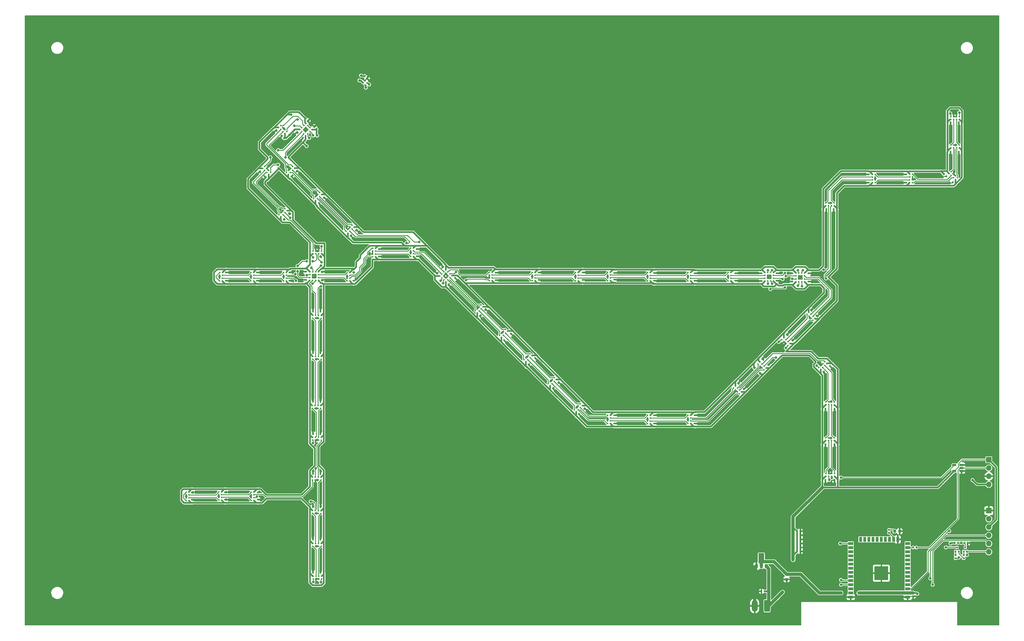
<source format=gbr>
%TF.GenerationSoftware,KiCad,Pcbnew,7.0.1*%
%TF.CreationDate,2023-09-17T14:31:18-07:00*%
%TF.ProjectId,vancouver-skytrain-pcb,76616e63-6f75-4766-9572-2d736b797472,rev?*%
%TF.SameCoordinates,Original*%
%TF.FileFunction,Copper,L1,Top*%
%TF.FilePolarity,Positive*%
%FSLAX46Y46*%
G04 Gerber Fmt 4.6, Leading zero omitted, Abs format (unit mm)*
G04 Created by KiCad (PCBNEW 7.0.1) date 2023-09-17 14:31:18*
%MOMM*%
%LPD*%
G01*
G04 APERTURE LIST*
G04 Aperture macros list*
%AMRoundRect*
0 Rectangle with rounded corners*
0 $1 Rounding radius*
0 $2 $3 $4 $5 $6 $7 $8 $9 X,Y pos of 4 corners*
0 Add a 4 corners polygon primitive as box body*
4,1,4,$2,$3,$4,$5,$6,$7,$8,$9,$2,$3,0*
0 Add four circle primitives for the rounded corners*
1,1,$1+$1,$2,$3*
1,1,$1+$1,$4,$5*
1,1,$1+$1,$6,$7*
1,1,$1+$1,$8,$9*
0 Add four rect primitives between the rounded corners*
20,1,$1+$1,$2,$3,$4,$5,0*
20,1,$1+$1,$4,$5,$6,$7,0*
20,1,$1+$1,$6,$7,$8,$9,0*
20,1,$1+$1,$8,$9,$2,$3,0*%
%AMFreePoly0*
4,1,9,3.862500,-0.866500,0.737500,-0.866500,0.737500,-0.450000,-0.737500,-0.450000,-0.737500,0.450000,0.737500,0.450000,0.737500,0.866500,3.862500,0.866500,3.862500,-0.866500,3.862500,-0.866500,$1*%
G04 Aperture macros list end*
%TA.AperFunction,SMDPad,CuDef*%
%ADD10RoundRect,0.147500X-0.172500X0.147500X-0.172500X-0.147500X0.172500X-0.147500X0.172500X0.147500X0*%
%TD*%
%TA.AperFunction,SMDPad,CuDef*%
%ADD11RoundRect,0.112500X-0.112500X-0.112500X0.112500X-0.112500X0.112500X0.112500X-0.112500X0.112500X0*%
%TD*%
%TA.AperFunction,SMDPad,CuDef*%
%ADD12RoundRect,0.112500X-0.112500X0.112500X-0.112500X-0.112500X0.112500X-0.112500X0.112500X0.112500X0*%
%TD*%
%TA.AperFunction,SMDPad,CuDef*%
%ADD13RoundRect,0.112500X-0.159099X0.000000X0.000000X-0.159099X0.159099X0.000000X0.000000X0.159099X0*%
%TD*%
%TA.AperFunction,SMDPad,CuDef*%
%ADD14RoundRect,0.147500X0.226274X0.017678X0.017678X0.226274X-0.226274X-0.017678X-0.017678X-0.226274X0*%
%TD*%
%TA.AperFunction,SMDPad,CuDef*%
%ADD15RoundRect,0.112500X0.000000X0.159099X-0.159099X0.000000X0.000000X-0.159099X0.159099X0.000000X0*%
%TD*%
%TA.AperFunction,SMDPad,CuDef*%
%ADD16RoundRect,0.147500X-0.226274X-0.017678X-0.017678X-0.226274X0.226274X0.017678X0.017678X0.226274X0*%
%TD*%
%TA.AperFunction,SMDPad,CuDef*%
%ADD17RoundRect,0.147500X0.147500X0.172500X-0.147500X0.172500X-0.147500X-0.172500X0.147500X-0.172500X0*%
%TD*%
%TA.AperFunction,SMDPad,CuDef*%
%ADD18RoundRect,0.147500X-0.147500X-0.172500X0.147500X-0.172500X0.147500X0.172500X-0.147500X0.172500X0*%
%TD*%
%TA.AperFunction,SMDPad,CuDef*%
%ADD19RoundRect,0.147500X0.172500X-0.147500X0.172500X0.147500X-0.172500X0.147500X-0.172500X-0.147500X0*%
%TD*%
%TA.AperFunction,SMDPad,CuDef*%
%ADD20RoundRect,0.112500X0.112500X0.112500X-0.112500X0.112500X-0.112500X-0.112500X0.112500X-0.112500X0*%
%TD*%
%TA.AperFunction,SMDPad,CuDef*%
%ADD21RoundRect,0.147500X0.017678X-0.226274X0.226274X-0.017678X-0.017678X0.226274X-0.226274X0.017678X0*%
%TD*%
%TA.AperFunction,SMDPad,CuDef*%
%ADD22RoundRect,0.112500X0.112500X-0.112500X0.112500X0.112500X-0.112500X0.112500X-0.112500X-0.112500X0*%
%TD*%
%TA.AperFunction,ComponentPad*%
%ADD23R,1.700000X1.700000*%
%TD*%
%TA.AperFunction,ComponentPad*%
%ADD24O,1.700000X1.700000*%
%TD*%
%TA.AperFunction,SMDPad,CuDef*%
%ADD25R,0.500000X0.600000*%
%TD*%
%TA.AperFunction,SMDPad,CuDef*%
%ADD26RoundRect,0.112500X0.159099X0.000000X0.000000X0.159099X-0.159099X0.000000X0.000000X-0.159099X0*%
%TD*%
%TA.AperFunction,SMDPad,CuDef*%
%ADD27RoundRect,0.147500X-0.017678X0.226274X-0.226274X0.017678X0.017678X-0.226274X0.226274X-0.017678X0*%
%TD*%
%TA.AperFunction,SMDPad,CuDef*%
%ADD28RoundRect,0.112500X0.000000X-0.159099X0.159099X0.000000X0.000000X0.159099X-0.159099X0.000000X0*%
%TD*%
%TA.AperFunction,SMDPad,CuDef*%
%ADD29RoundRect,0.218750X0.218750X0.256250X-0.218750X0.256250X-0.218750X-0.256250X0.218750X-0.256250X0*%
%TD*%
%TA.AperFunction,SMDPad,CuDef*%
%ADD30R,0.900000X1.300000*%
%TD*%
%TA.AperFunction,SMDPad,CuDef*%
%ADD31FreePoly0,90.000000*%
%TD*%
%TA.AperFunction,SMDPad,CuDef*%
%ADD32RoundRect,0.218750X-0.256250X0.218750X-0.256250X-0.218750X0.256250X-0.218750X0.256250X0.218750X0*%
%TD*%
%TA.AperFunction,SMDPad,CuDef*%
%ADD33RoundRect,0.135000X-0.135000X-0.185000X0.135000X-0.185000X0.135000X0.185000X-0.135000X0.185000X0*%
%TD*%
%TA.AperFunction,SMDPad,CuDef*%
%ADD34R,1.500000X0.900000*%
%TD*%
%TA.AperFunction,SMDPad,CuDef*%
%ADD35R,0.900000X1.500000*%
%TD*%
%TA.AperFunction,SMDPad,CuDef*%
%ADD36R,1.050000X1.050000*%
%TD*%
%TA.AperFunction,HeatsinkPad*%
%ADD37C,0.600000*%
%TD*%
%TA.AperFunction,SMDPad,CuDef*%
%ADD38R,4.200000X4.200000*%
%TD*%
%TA.AperFunction,SMDPad,CuDef*%
%ADD39RoundRect,0.150000X0.512500X0.150000X-0.512500X0.150000X-0.512500X-0.150000X0.512500X-0.150000X0*%
%TD*%
%TA.AperFunction,ComponentPad*%
%ADD40RoundRect,0.250000X0.650000X1.550000X-0.650000X1.550000X-0.650000X-1.550000X0.650000X-1.550000X0*%
%TD*%
%TA.AperFunction,ComponentPad*%
%ADD41O,1.800000X3.600000*%
%TD*%
%TA.AperFunction,ViaPad*%
%ADD42C,0.800000*%
%TD*%
%TA.AperFunction,Conductor*%
%ADD43C,0.500000*%
%TD*%
%TA.AperFunction,Conductor*%
%ADD44C,1.000000*%
%TD*%
%TA.AperFunction,Conductor*%
%ADD45C,0.250000*%
%TD*%
G04 APERTURE END LIST*
D10*
%TO.P,C42,1*%
%TO.N,+5V*%
X83500000Y-90265000D03*
%TO.P,C42,2*%
%TO.N,GND*%
X83500000Y-91235000D03*
%TD*%
D11*
%TO.P,LED66,1,DOUT*%
%TO.N,Net-(LED66-DOUT)*%
X119075000Y-83775000D03*
%TO.P,LED66,2,VDD*%
%TO.N,+5V*%
X119925000Y-83775000D03*
%TO.P,LED66,3,VSS*%
%TO.N,GND*%
X119075000Y-84625000D03*
%TO.P,LED66,4,DIN*%
%TO.N,Net-(LED65-DOUT)*%
X119925000Y-84625000D03*
%TD*%
D12*
%TO.P,LED122,1,DOUT*%
%TO.N,Net-(LED122-DOUT)*%
X72575000Y-160575000D03*
%TO.P,LED122,2,VDD*%
%TO.N,+5V*%
X72575000Y-161425000D03*
%TO.P,LED122,3,VSS*%
%TO.N,GND*%
X71725000Y-160575000D03*
%TO.P,LED122,4,DIN*%
%TO.N,Net-(LED121-DOUT)*%
X71725000Y-161425000D03*
%TD*%
D13*
%TO.P,LED20,1,DOUT*%
%TO.N,Net-(LED20-DOUT)*%
X99752082Y-46547918D03*
%TO.P,LED20,2,VDD*%
%TO.N,+5V*%
X100353123Y-47148959D03*
%TO.P,LED20,3,VSS*%
%TO.N,GND*%
X99151041Y-47148959D03*
%TO.P,LED20,4,DIN*%
%TO.N,Net-(LED19-DOUT)*%
X99752082Y-47750000D03*
%TD*%
D14*
%TO.P,C66,1*%
%TO.N,+5V*%
X91842947Y-49842947D03*
%TO.P,C66,2*%
%TO.N,GND*%
X91157053Y-49157053D03*
%TD*%
D11*
%TO.P,LED67,1,DOUT*%
%TO.N,Net-(LED67-DOUT)*%
X111225000Y-91275000D03*
%TO.P,LED67,2,VDD*%
%TO.N,+5V*%
X112075000Y-91275000D03*
%TO.P,LED67,3,VSS*%
%TO.N,GND*%
X111225000Y-92125000D03*
%TO.P,LED67,4,DIN*%
%TO.N,Net-(LED66-DOUT)*%
X112075000Y-92125000D03*
%TD*%
D15*
%TO.P,LED28,1,DOUT*%
%TO.N,Net-(LED28-DOUT)*%
X159326041Y-110575000D03*
%TO.P,LED28,2,VDD*%
%TO.N,+5V*%
X158725000Y-111176041D03*
%TO.P,LED28,3,VSS*%
%TO.N,GND*%
X158725000Y-109973959D03*
%TO.P,LED28,4,DIN*%
%TO.N,Net-(LED27-DOUT)*%
X158123959Y-110575000D03*
%TD*%
D14*
%TO.P,C28,1*%
%TO.N,+5V*%
X98268988Y-50416906D03*
%TO.P,C28,2*%
%TO.N,GND*%
X97583094Y-49731012D03*
%TD*%
D12*
%TO.P,LED42,1,DOUT*%
%TO.N,Net-(LED42-DOUT)*%
X252050000Y-93200000D03*
%TO.P,LED42,2,VDD*%
%TO.N,+5V*%
X252050000Y-94050000D03*
%TO.P,LED42,3,VSS*%
%TO.N,GND*%
X251200000Y-93200000D03*
%TO.P,LED42,4,DIN*%
%TO.N,Net-(LED41-DOUT)*%
X251200000Y-94050000D03*
%TD*%
D16*
%TO.P,C26,1*%
%TO.N,+5V*%
X88657053Y-46657053D03*
%TO.P,C26,2*%
%TO.N,GND*%
X89342947Y-47342947D03*
%TD*%
D13*
%TO.P,LED11,1,DOUT*%
%TO.N,Net-(LED11-DOUT)*%
X174975000Y-123622918D03*
%TO.P,LED11,2,VDD*%
%TO.N,+5V*%
X175576041Y-124223959D03*
%TO.P,LED11,3,VSS*%
%TO.N,GND*%
X174373959Y-124223959D03*
%TO.P,LED11,4,DIN*%
%TO.N,Net-(LED10-DOUT)*%
X174975000Y-124825000D03*
%TD*%
D10*
%TO.P,R1,1*%
%TO.N,Net-(D1-A)*%
X278037500Y-170515000D03*
%TO.P,R1,2*%
%TO.N,/PIN_LED_STATUS*%
X278037500Y-171485000D03*
%TD*%
D13*
%TO.P,LED18,1,DOUT*%
%TO.N,Net-(LED18-DOUT)*%
X94425000Y-58547918D03*
%TO.P,LED18,2,VDD*%
%TO.N,+5V*%
X95026041Y-59148959D03*
%TO.P,LED18,3,VSS*%
%TO.N,GND*%
X93823959Y-59148959D03*
%TO.P,LED18,4,DIN*%
%TO.N,Net-(LED17-DOUT)*%
X94425000Y-59750000D03*
%TD*%
D17*
%TO.P,C80,1*%
%TO.N,+5V*%
X103985000Y-116000000D03*
%TO.P,C80,2*%
%TO.N,GND*%
X103015000Y-116000000D03*
%TD*%
D18*
%TO.P,C87,1*%
%TO.N,+5V*%
X99750000Y-163500000D03*
%TO.P,C87,2*%
%TO.N,GND*%
X100720000Y-163500000D03*
%TD*%
D12*
%TO.P,LED72,1,DOUT*%
%TO.N,Net-(LED72-DOUT)*%
X72800000Y-92975000D03*
%TO.P,LED72,2,VDD*%
%TO.N,+5V*%
X72800000Y-93825000D03*
%TO.P,LED72,3,VSS*%
%TO.N,GND*%
X71950000Y-92975000D03*
%TO.P,LED72,4,DIN*%
%TO.N,LEDS_MILLENNIUM_LINE_WEST_TO_EAST*%
X71950000Y-93825000D03*
%TD*%
D18*
%TO.P,C84,1*%
%TO.N,+5V*%
X99765000Y-141000000D03*
%TO.P,C84,2*%
%TO.N,GND*%
X100735000Y-141000000D03*
%TD*%
D11*
%TO.P,LED62,1,DOUT*%
%TO.N,Net-(LED62-DOUT)*%
X168200000Y-91175000D03*
%TO.P,LED62,2,VDD*%
%TO.N,+5V*%
X169050000Y-91175000D03*
%TO.P,LED62,3,VSS*%
%TO.N,GND*%
X168200000Y-92025000D03*
%TO.P,LED62,4,DIN*%
%TO.N,Net-(LED61-DOUT)*%
X169050000Y-92025000D03*
%TD*%
%TO.P,LED9,1,DOUT*%
%TO.N,Net-(LED10-DIN)*%
X191375000Y-135200000D03*
%TO.P,LED9,2,VDD*%
%TO.N,+5V*%
X192225000Y-135200000D03*
%TO.P,LED9,3,VSS*%
%TO.N,GND*%
X191375000Y-136050000D03*
%TO.P,LED9,4,DIN*%
%TO.N,Net-(LED8-DOUT)*%
X192225000Y-136050000D03*
%TD*%
D12*
%TO.P,LED34,1,DOUT*%
%TO.N,Net-(LED34-DOUT)*%
X216975000Y-136950000D03*
%TO.P,LED34,2,VDD*%
%TO.N,+5V*%
X216975000Y-137800000D03*
%TO.P,LED34,3,VSS*%
%TO.N,GND*%
X216125000Y-136950000D03*
%TO.P,LED34,4,DIN*%
%TO.N,Net-(LED33-DOUT)*%
X216125000Y-137800000D03*
%TD*%
D19*
%TO.P,C93,1*%
%TO.N,+5V*%
X83750000Y-162235000D03*
%TO.P,C93,2*%
%TO.N,GND*%
X83750000Y-161265000D03*
%TD*%
D18*
%TO.P,C85,1*%
%TO.N,+5V*%
X99765000Y-153250000D03*
%TO.P,C85,2*%
%TO.N,GND*%
X100735000Y-153250000D03*
%TD*%
D13*
%TO.P,LED17,1,DOUT*%
%TO.N,Net-(LED17-DOUT)*%
X102750000Y-66597918D03*
%TO.P,LED17,2,VDD*%
%TO.N,+5V*%
X103351041Y-67198959D03*
%TO.P,LED17,3,VSS*%
%TO.N,GND*%
X102148959Y-67198959D03*
%TO.P,LED17,4,DIN*%
%TO.N,Net-(LED16-DOUT)*%
X102750000Y-67800000D03*
%TD*%
D19*
%TO.P,C99,1*%
%TO.N,+5V*%
X205750000Y-94735000D03*
%TO.P,C99,2*%
%TO.N,GND*%
X205750000Y-93765000D03*
%TD*%
D18*
%TO.P,C78,1*%
%TO.N,+5V*%
X99750000Y-116000000D03*
%TO.P,C78,2*%
%TO.N,GND*%
X100720000Y-116000000D03*
%TD*%
D19*
%TO.P,C107,1*%
%TO.N,+5V*%
X248250000Y-94985000D03*
%TO.P,C107,2*%
%TO.N,GND*%
X248250000Y-94015000D03*
%TD*%
D20*
%TO.P,LED47,1,DOUT*%
%TO.N,Net-(LED47-DOUT)*%
X259425000Y-143050000D03*
%TO.P,LED47,2,VDD*%
%TO.N,+5V*%
X258575000Y-143050000D03*
%TO.P,LED47,3,VSS*%
%TO.N,GND*%
X259425000Y-142200000D03*
%TO.P,LED47,4,DIN*%
%TO.N,Net-(LED46-DOUT)*%
X258575000Y-142200000D03*
%TD*%
D15*
%TO.P,LED31,1,DOUT*%
%TO.N,Net-(LED31-DOUT)*%
X182327082Y-133551041D03*
%TO.P,LED31,2,VDD*%
%TO.N,+5V*%
X181726041Y-134152082D03*
%TO.P,LED31,3,VSS*%
%TO.N,GND*%
X181726041Y-132950000D03*
%TO.P,LED31,4,DIN*%
%TO.N,Net-(LED30-DOUT)*%
X181125000Y-133551041D03*
%TD*%
D11*
%TO.P,LED99,1,DOUT*%
%TO.N,Net-(LED100-DIN)*%
X102400000Y-142050000D03*
%TO.P,LED99,2,VDD*%
%TO.N,+5V*%
X103250000Y-142050000D03*
%TO.P,LED99,3,VSS*%
%TO.N,GND*%
X102400000Y-142900000D03*
%TO.P,LED99,4,DIN*%
%TO.N,Net-(LED98-DOUT)*%
X103250000Y-142900000D03*
%TD*%
D20*
%TO.P,LED112,1,DOUT*%
%TO.N,Net-(LED112-DOUT)*%
X100575000Y-93675000D03*
%TO.P,LED112,2,VDD*%
%TO.N,+5V*%
X99725000Y-93675000D03*
%TO.P,LED112,3,VSS*%
%TO.N,GND*%
X100575000Y-92825000D03*
%TO.P,LED112,4,DIN*%
%TO.N,Net-(LED111-DOUT)*%
X99725000Y-92825000D03*
%TD*%
D18*
%TO.P,C47,1*%
%TO.N,+5V*%
X257515000Y-133250000D03*
%TO.P,C47,2*%
%TO.N,GND*%
X258485000Y-133250000D03*
%TD*%
D19*
%TO.P,C22,1*%
%TO.N,+5V*%
X121000000Y-87235000D03*
%TO.P,C22,2*%
%TO.N,GND*%
X121000000Y-86265000D03*
%TD*%
D14*
%TO.P,C34,1*%
%TO.N,+5V*%
X86842947Y-62592947D03*
%TO.P,C34,2*%
%TO.N,GND*%
X86157053Y-61907053D03*
%TD*%
D13*
%TO.P,LED12,1,DOUT*%
%TO.N,Net-(LED12-DOUT)*%
X167525000Y-116272918D03*
%TO.P,LED12,2,VDD*%
%TO.N,+5V*%
X168126041Y-116873959D03*
%TO.P,LED12,3,VSS*%
%TO.N,GND*%
X166923959Y-116873959D03*
%TO.P,LED12,4,DIN*%
%TO.N,Net-(LED11-DOUT)*%
X167525000Y-117475000D03*
%TD*%
D17*
%TO.P,C119,1*%
%TO.N,+5V*%
X261985000Y-71750000D03*
%TO.P,C119,2*%
%TO.N,GND*%
X261015000Y-71750000D03*
%TD*%
D21*
%TO.P,C15,1*%
%TO.N,+5V*%
X158907053Y-112842947D03*
%TO.P,C15,2*%
%TO.N,GND*%
X159592947Y-112157053D03*
%TD*%
D22*
%TO.P,LED114,1,DOUT*%
%TO.N,Net-(LED114-DOUT)*%
X100650000Y-117925000D03*
%TO.P,LED114,2,VDD*%
%TO.N,+5V*%
X100650000Y-117075000D03*
%TO.P,LED114,3,VSS*%
%TO.N,GND*%
X101500000Y-117925000D03*
%TO.P,LED114,4,DIN*%
%TO.N,Net-(LED113-DOUT)*%
X101500000Y-117075000D03*
%TD*%
%TO.P,LED53,1,DOUT*%
%TO.N,Net-(LED53-DOUT)*%
X272925000Y-61800000D03*
%TO.P,LED53,2,VDD*%
%TO.N,+5V*%
X272925000Y-60950000D03*
%TO.P,LED53,3,VSS*%
%TO.N,GND*%
X273775000Y-61800000D03*
%TO.P,LED53,4,DIN*%
%TO.N,Net-(LED52-DOUT)*%
X273775000Y-60950000D03*
%TD*%
D11*
%TO.P,LED97,1,DOUT*%
%TO.N,Net-(LED97-DOUT)*%
X102325000Y-164675000D03*
%TO.P,LED97,2,VDD*%
%TO.N,+5V*%
X103175000Y-164675000D03*
%TO.P,LED97,3,VSS*%
%TO.N,GND*%
X102325000Y-165525000D03*
%TO.P,LED97,4,DIN*%
%TO.N,Net-(LED96-DOUT)*%
X103175000Y-165525000D03*
%TD*%
D10*
%TO.P,C60,1*%
%TO.N,+5V*%
X218250000Y-134265000D03*
%TO.P,C60,2*%
%TO.N,GND*%
X218250000Y-135235000D03*
%TD*%
%TO.P,C108,1*%
%TO.N,+5V*%
X248250000Y-90530000D03*
%TO.P,C108,2*%
%TO.N,GND*%
X248250000Y-91500000D03*
%TD*%
D23*
%TO.P,J1,1,Pin_1*%
%TO.N,+5V*%
X308750000Y-148950000D03*
D24*
%TO.P,J1,2,Pin_2*%
%TO.N,LED_IN*%
X308750000Y-151490000D03*
%TO.P,J1,3,Pin_3*%
%TO.N,GND*%
X308750000Y-154030000D03*
%TO.P,J1,4,Pin_4*%
%TO.N,LED_OUT*%
X308750000Y-156570000D03*
%TD*%
D23*
%TO.P,J3_PROGRAMING_PIN1,1,Pin_1*%
%TO.N,GND*%
X308750000Y-164650000D03*
D24*
%TO.P,J3_PROGRAMING_PIN1,2,Pin_2*%
%TO.N,unconnected-(J3_PROGRAMING_PIN1-Pin_2-Pad2)*%
X308750000Y-167190000D03*
%TO.P,J3_PROGRAMING_PIN1,3,Pin_3*%
%TO.N,+5V*%
X308750000Y-169730000D03*
%TO.P,J3_PROGRAMING_PIN1,4,Pin_4*%
%TO.N,/RXD*%
X308750000Y-172270000D03*
%TO.P,J3_PROGRAMING_PIN1,5,Pin_5*%
%TO.N,/TXD*%
X308750000Y-174810000D03*
%TO.P,J3_PROGRAMING_PIN1,6,Pin_6*%
%TO.N,/RTS*%
X308750000Y-177350000D03*
%TD*%
D11*
%TO.P,LED120,1,DOUT*%
%TO.N,Net-(LED120-DOUT)*%
X61675000Y-158900000D03*
%TO.P,LED120,2,VDD*%
%TO.N,+5V*%
X62525000Y-158900000D03*
%TO.P,LED120,3,VSS*%
%TO.N,GND*%
X61675000Y-159750000D03*
%TO.P,LED120,4,DIN*%
%TO.N,Net-(LED119-DOUT)*%
X62525000Y-159750000D03*
%TD*%
D22*
%TO.P,LED52,1,DOUT*%
%TO.N,Net-(LED52-DOUT)*%
X284425000Y-61725000D03*
%TO.P,LED52,2,VDD*%
%TO.N,+5V*%
X284425000Y-60875000D03*
%TO.P,LED52,3,VSS*%
%TO.N,GND*%
X285275000Y-61725000D03*
%TO.P,LED52,4,DIN*%
%TO.N,Net-(LED51-DOUT)*%
X285275000Y-60875000D03*
%TD*%
D25*
%TO.P,Q2,1,B*%
%TO.N,Net-(Q2-B)*%
X301000000Y-177250000D03*
%TO.P,Q2,2,E*%
%TO.N,/RTS*%
X302000000Y-177250000D03*
%TO.P,Q2,3,C*%
%TO.N,/RESET*%
X301500000Y-175950000D03*
%TD*%
D10*
%TO.P,C65,1*%
%TO.N,+5V*%
X113250000Y-90265000D03*
%TO.P,C65,2*%
%TO.N,GND*%
X113250000Y-91235000D03*
%TD*%
D11*
%TO.P,LED58,1,DOUT*%
%TO.N,Net-(LED58-DOUT)*%
X216125000Y-91250000D03*
%TO.P,LED58,2,VDD*%
%TO.N,+5V*%
X216975000Y-91250000D03*
%TO.P,LED58,3,VSS*%
%TO.N,GND*%
X216125000Y-92100000D03*
%TO.P,LED58,4,DIN*%
%TO.N,Net-(LED57-DOUT)*%
X216975000Y-92100000D03*
%TD*%
D12*
%TO.P,LED78,1,DOUT*%
%TO.N,Net-(LED78-DOUT)*%
X131625000Y-85425000D03*
%TO.P,LED78,2,VDD*%
%TO.N,+5V*%
X131625000Y-86275000D03*
%TO.P,LED78,3,VSS*%
%TO.N,GND*%
X130775000Y-85425000D03*
%TO.P,LED78,4,DIN*%
%TO.N,Net-(LED77-DOUT)*%
X130775000Y-86275000D03*
%TD*%
D13*
%TO.P,LED36,1,DOUT*%
%TO.N,Net-(LED36-DOUT)*%
X239550000Y-120072918D03*
%TO.P,LED36,2,VDD*%
%TO.N,+5V*%
X240151041Y-120673959D03*
%TO.P,LED36,3,VSS*%
%TO.N,GND*%
X238948959Y-120673959D03*
%TO.P,LED36,4,DIN*%
%TO.N,Net-(LED35-DOUT)*%
X239550000Y-121275000D03*
%TD*%
D12*
%TO.P,LED85,1,DOUT*%
%TO.N,Net-(LED85-DOUT)*%
X216950000Y-93000000D03*
%TO.P,LED85,2,VDD*%
%TO.N,+5V*%
X216950000Y-93850000D03*
%TO.P,LED85,3,VSS*%
%TO.N,GND*%
X216100000Y-93000000D03*
%TO.P,LED85,4,DIN*%
%TO.N,Net-(LED84-DOUT)*%
X216100000Y-93850000D03*
%TD*%
%TO.P,LED77,1,DOUT*%
%TO.N,Net-(LED77-DOUT)*%
X119925000Y-85500000D03*
%TO.P,LED77,2,VDD*%
%TO.N,+5V*%
X119925000Y-86350000D03*
%TO.P,LED77,3,VSS*%
%TO.N,GND*%
X119075000Y-85500000D03*
%TO.P,LED77,4,DIN*%
%TO.N,Net-(LED76-DOUT)*%
X119075000Y-86350000D03*
%TD*%
%TO.P,LED75,1,DOUT*%
%TO.N,Net-(LED75-DOUT)*%
X102400000Y-92825000D03*
%TO.P,LED75,2,VDD*%
%TO.N,+5V*%
X102400000Y-93675000D03*
%TO.P,LED75,3,VSS*%
%TO.N,GND*%
X101550000Y-92825000D03*
%TO.P,LED75,4,DIN*%
%TO.N,Net-(LED74-DOUT)*%
X101550000Y-93675000D03*
%TD*%
D17*
%TO.P,C83,1*%
%TO.N,+5V*%
X103985000Y-141000000D03*
%TO.P,C83,2*%
%TO.N,GND*%
X103015000Y-141000000D03*
%TD*%
D26*
%TO.P,LED108,1,DOUT*%
%TO.N,Net-(LED108-DOUT)*%
X97226041Y-47750000D03*
%TO.P,LED108,2,VDD*%
%TO.N,+5V*%
X96625000Y-47148959D03*
%TO.P,LED108,3,VSS*%
%TO.N,GND*%
X97827082Y-47148959D03*
%TO.P,LED108,4,DIN*%
%TO.N,Net-(LED107-DOUT)*%
X97226041Y-46547918D03*
%TD*%
D20*
%TO.P,LED54,1,DOUT*%
%TO.N,Net-(LED54-DOUT)*%
X259425000Y-70675000D03*
%TO.P,LED54,2,VDD*%
%TO.N,+5V*%
X258575000Y-70675000D03*
%TO.P,LED54,3,VSS*%
%TO.N,GND*%
X259425000Y-69825000D03*
%TO.P,LED54,4,DIN*%
%TO.N,Net-(LED53-DOUT)*%
X258575000Y-69825000D03*
%TD*%
%TO.P,LED90,1,DOUT*%
%TO.N,Net-(LED90-DOUT)*%
X273775000Y-63550000D03*
%TO.P,LED90,2,VDD*%
%TO.N,+5V*%
X272925000Y-63550000D03*
%TO.P,LED90,3,VSS*%
%TO.N,GND*%
X273775000Y-62700000D03*
%TO.P,LED90,4,DIN*%
%TO.N,Net-(LED89-DOUT)*%
X272925000Y-62700000D03*
%TD*%
D11*
%TO.P,LED65,1,DOUT*%
%TO.N,Net-(LED65-DOUT)*%
X130775000Y-83675000D03*
%TO.P,LED65,2,VDD*%
%TO.N,+5V*%
X131625000Y-83675000D03*
%TO.P,LED65,3,VSS*%
%TO.N,GND*%
X130775000Y-84525000D03*
%TO.P,LED65,4,DIN*%
%TO.N,Net-(LED64-DOUT)*%
X131625000Y-84525000D03*
%TD*%
D16*
%TO.P,C133,1*%
%TO.N,+5V*%
X253407053Y-102157053D03*
%TO.P,C133,2*%
%TO.N,GND*%
X254092947Y-102842947D03*
%TD*%
D18*
%TO.P,C134,1*%
%TO.N,+5V*%
X257515000Y-144250000D03*
%TO.P,C134,2*%
%TO.N,GND*%
X258485000Y-144250000D03*
%TD*%
D10*
%TO.P,C96,1*%
%TO.N,+5V*%
X73750000Y-158015000D03*
%TO.P,C96,2*%
%TO.N,GND*%
X73750000Y-158985000D03*
%TD*%
D18*
%TO.P,C90,1*%
%TO.N,+5V*%
X99765000Y-173500000D03*
%TO.P,C90,2*%
%TO.N,GND*%
X100735000Y-173500000D03*
%TD*%
D16*
%TO.P,C39,1*%
%TO.N,+5V*%
X83657053Y-59407053D03*
%TO.P,C39,2*%
%TO.N,GND*%
X84342947Y-60092947D03*
%TD*%
D26*
%TO.P,LED22,1,DOUT*%
%TO.N,Net-(LED22-DOUT)*%
X90773959Y-47101041D03*
%TO.P,LED22,2,VDD*%
%TO.N,+5V*%
X90172918Y-46500000D03*
%TO.P,LED22,3,VSS*%
%TO.N,GND*%
X91375000Y-46500000D03*
%TO.P,LED22,4,DIN*%
%TO.N,Net-(LED21-DOUT)*%
X90773959Y-45898959D03*
%TD*%
D21*
%TO.P,C19,1*%
%TO.N,+5V*%
X138232053Y-92192947D03*
%TO.P,C19,2*%
%TO.N,GND*%
X138917947Y-91507053D03*
%TD*%
D27*
%TO.P,C13,1*%
%TO.N,+5V*%
X185092947Y-132407053D03*
%TO.P,C13,2*%
%TO.N,GND*%
X184407053Y-133092947D03*
%TD*%
D19*
%TO.P,C10,1*%
%TO.N,+5V*%
X218250000Y-138720000D03*
%TO.P,C10,2*%
%TO.N,GND*%
X218250000Y-137750000D03*
%TD*%
D15*
%TO.P,LED27,1,DOUT*%
%TO.N,Net-(LED27-DOUT)*%
X151826041Y-103026041D03*
%TO.P,LED27,2,VDD*%
%TO.N,+5V*%
X151225000Y-103627082D03*
%TO.P,LED27,3,VSS*%
%TO.N,GND*%
X151225000Y-102425000D03*
%TO.P,LED27,4,DIN*%
%TO.N,Net-(LED26-DOUT)*%
X150623959Y-103026041D03*
%TD*%
D16*
%TO.P,C7,1*%
%TO.N,+5V*%
X238407053Y-117157053D03*
%TO.P,C7,2*%
%TO.N,GND*%
X239092947Y-117842947D03*
%TD*%
D22*
%TO.P,LED55,1,DOUT*%
%TO.N,Net-(LED55-DOUT)*%
X249375000Y-92250000D03*
%TO.P,LED55,2,VDD*%
%TO.N,+5V*%
X249375000Y-91400000D03*
%TO.P,LED55,3,VSS*%
%TO.N,GND*%
X250225000Y-92250000D03*
%TO.P,LED55,4,DIN*%
%TO.N,Net-(LED54-DOUT)*%
X250225000Y-91400000D03*
%TD*%
D10*
%TO.P,C118,1*%
%TO.N,+5V*%
X205750000Y-90390000D03*
%TO.P,C118,2*%
%TO.N,GND*%
X205750000Y-91360000D03*
%TD*%
D22*
%TO.P,LED124,1,DOUT*%
%TO.N,Net-(LED124-DOUT)*%
X100575000Y-165500000D03*
%TO.P,LED124,2,VDD*%
%TO.N,+5V*%
X100575000Y-164650000D03*
%TO.P,LED124,3,VSS*%
%TO.N,GND*%
X101425000Y-165500000D03*
%TO.P,LED124,4,DIN*%
%TO.N,Net-(LED123-DOUT)*%
X101425000Y-164650000D03*
%TD*%
D27*
%TO.P,C25,1*%
%TO.N,+5V*%
X96592947Y-59157053D03*
%TO.P,C25,2*%
%TO.N,GND*%
X95907053Y-59842947D03*
%TD*%
D19*
%TO.P,C115,1*%
%TO.N,+5V*%
X230750000Y-94735000D03*
%TO.P,C115,2*%
%TO.N,GND*%
X230750000Y-93765000D03*
%TD*%
D18*
%TO.P,C55,1*%
%TO.N,+5V*%
X249765000Y-174750000D03*
%TO.P,C55,2*%
%TO.N,GND*%
X250735000Y-174750000D03*
%TD*%
D11*
%TO.P,LED8,1,DOUT*%
%TO.N,Net-(LED8-DOUT)*%
X203700000Y-135250000D03*
%TO.P,LED8,2,VDD*%
%TO.N,+5V*%
X204550000Y-135250000D03*
%TO.P,LED8,3,VSS*%
%TO.N,GND*%
X203700000Y-136100000D03*
%TO.P,LED8,4,DIN*%
%TO.N,Net-(LED7-DOUT)*%
X204550000Y-136100000D03*
%TD*%
D10*
%TO.P,C112,1*%
%TO.N,+5V*%
X238750000Y-90515000D03*
%TO.P,C112,2*%
%TO.N,GND*%
X238750000Y-91485000D03*
%TD*%
D19*
%TO.P,C95,1*%
%TO.N,+5V*%
X73750000Y-162235000D03*
%TO.P,C95,2*%
%TO.N,GND*%
X73750000Y-161265000D03*
%TD*%
%TO.P,C64,1*%
%TO.N,+5V*%
X113250000Y-94735000D03*
%TO.P,C64,2*%
%TO.N,GND*%
X113250000Y-93765000D03*
%TD*%
%TO.P,C117,1*%
%TO.N,+5V*%
X218250000Y-94735000D03*
%TO.P,C117,2*%
%TO.N,GND*%
X218250000Y-93765000D03*
%TD*%
D10*
%TO.P,C73,1*%
%TO.N,+5V*%
X170250000Y-90265000D03*
%TO.P,C73,2*%
%TO.N,GND*%
X170250000Y-91235000D03*
%TD*%
D19*
%TO.P,C110,1*%
%TO.N,+5V*%
X243500000Y-94750000D03*
%TO.P,C110,2*%
%TO.N,GND*%
X243500000Y-93780000D03*
%TD*%
%TO.P,C113,1*%
%TO.N,+5V*%
X238750000Y-94800000D03*
%TO.P,C113,2*%
%TO.N,GND*%
X238750000Y-93830000D03*
%TD*%
%TO.P,R3,1*%
%TO.N,/RTS*%
X298500000Y-179335000D03*
%TO.P,R3,2*%
%TO.N,Net-(Q1-B)*%
X298500000Y-178365000D03*
%TD*%
D15*
%TO.P,LED45,1,DOUT*%
%TO.N,Net-(LED45-DOUT)*%
X257601041Y-120522918D03*
%TO.P,LED45,2,VDD*%
%TO.N,+5V*%
X257000000Y-121123959D03*
%TO.P,LED45,3,VSS*%
%TO.N,GND*%
X257000000Y-119921877D03*
%TO.P,LED45,4,DIN*%
%TO.N,Net-(LED44-DOUT)*%
X256398959Y-120522918D03*
%TD*%
D27*
%TO.P,C21,1*%
%TO.N,+5V*%
X145167947Y-92257053D03*
%TO.P,C21,2*%
%TO.N,GND*%
X144482053Y-92942947D03*
%TD*%
D22*
%TO.P,LED56,1,DOUT*%
%TO.N,Net-(LED56-DOUT)*%
X239825000Y-92090000D03*
%TO.P,LED56,2,VDD*%
%TO.N,+5V*%
X239825000Y-91240000D03*
%TO.P,LED56,3,VSS*%
%TO.N,GND*%
X240675000Y-92090000D03*
%TO.P,LED56,4,DIN*%
%TO.N,Net-(LED55-DOUT)*%
X240675000Y-91240000D03*
%TD*%
D15*
%TO.P,LED127,1,DOUT*%
%TO.N,LED_OUT*%
X117351041Y-32750000D03*
%TO.P,LED127,2,VDD*%
%TO.N,+5V*%
X116750000Y-33351041D03*
%TO.P,LED127,3,VSS*%
%TO.N,GND*%
X116750000Y-32148959D03*
%TO.P,LED127,4,DIN*%
%TO.N,LEDS_SEA_BUS*%
X116148959Y-32750000D03*
%TD*%
D12*
%TO.P,LED74,1,DOUT*%
%TO.N,Net-(LED74-DOUT)*%
X92475000Y-92950000D03*
%TO.P,LED74,2,VDD*%
%TO.N,+5V*%
X92475000Y-93800000D03*
%TO.P,LED74,3,VSS*%
%TO.N,GND*%
X91625000Y-92950000D03*
%TO.P,LED74,4,DIN*%
%TO.N,Net-(LED73-DOUT)*%
X91625000Y-93800000D03*
%TD*%
%TO.P,LED94,1,DOUT*%
%TO.N,LEDS_CANADA_LINE_SOUTH_TO_NORTH*%
X299675000Y-43175000D03*
%TO.P,LED94,2,VDD*%
%TO.N,+5V*%
X299675000Y-44025000D03*
%TO.P,LED94,3,VSS*%
%TO.N,GND*%
X298825000Y-43175000D03*
%TO.P,LED94,4,DIN*%
%TO.N,Net-(LED93-DOUT)*%
X298825000Y-44025000D03*
%TD*%
D18*
%TO.P,C79,1*%
%TO.N,+5V*%
X249765000Y-171000000D03*
%TO.P,C79,2*%
%TO.N,GND*%
X250735000Y-171000000D03*
%TD*%
D21*
%TO.P,C69,1*%
%TO.N,+5V*%
X111657053Y-80592947D03*
%TO.P,C69,2*%
%TO.N,GND*%
X112342947Y-79907053D03*
%TD*%
D10*
%TO.P,C61,1*%
%TO.N,+5V*%
X98500000Y-90015000D03*
%TO.P,C61,2*%
%TO.N,GND*%
X98500000Y-90985000D03*
%TD*%
D18*
%TO.P,C136,1*%
%TO.N,+5V*%
X257515000Y-155250000D03*
%TO.P,C136,2*%
%TO.N,GND*%
X258485000Y-155250000D03*
%TD*%
D10*
%TO.P,C111,1*%
%TO.N,+5V*%
X243500000Y-90515000D03*
%TO.P,C111,2*%
%TO.N,GND*%
X243500000Y-91485000D03*
%TD*%
D20*
%TO.P,LED48,1,DOUT*%
%TO.N,LEDS_MILLENNIUM_LINE_EAST_TO_WEST*%
X259450000Y-154025000D03*
%TO.P,LED48,2,VDD*%
%TO.N,+5V*%
X258600000Y-154025000D03*
%TO.P,LED48,3,VSS*%
%TO.N,GND*%
X259450000Y-153175000D03*
%TO.P,LED48,4,DIN*%
%TO.N,Net-(LED47-DOUT)*%
X258600000Y-153175000D03*
%TD*%
D11*
%TO.P,LED61,1,DOUT*%
%TO.N,Net-(LED61-DOUT)*%
X181525000Y-91225000D03*
%TO.P,LED61,2,VDD*%
%TO.N,+5V*%
X182375000Y-91225000D03*
%TO.P,LED61,3,VSS*%
%TO.N,GND*%
X181525000Y-92075000D03*
%TO.P,LED61,4,DIN*%
%TO.N,Net-(LED60-DOUT)*%
X182375000Y-92075000D03*
%TD*%
D27*
%TO.P,C24,1*%
%TO.N,+5V*%
X104842947Y-67407053D03*
%TO.P,C24,2*%
%TO.N,GND*%
X104157053Y-68092947D03*
%TD*%
D18*
%TO.P,C103,1*%
%TO.N,+5V*%
X249765000Y-172250000D03*
%TO.P,C103,2*%
%TO.N,GND*%
X250735000Y-172250000D03*
%TD*%
D22*
%TO.P,LED116,1,DOUT*%
%TO.N,Net-(LED116-DOUT)*%
X100625000Y-142875000D03*
%TO.P,LED116,2,VDD*%
%TO.N,+5V*%
X100625000Y-142025000D03*
%TO.P,LED116,3,VSS*%
%TO.N,GND*%
X101475000Y-142875000D03*
%TO.P,LED116,4,DIN*%
%TO.N,Net-(LED115-DOUT)*%
X101475000Y-142025000D03*
%TD*%
D10*
%TO.P,C114,1*%
%TO.N,+5V*%
X230750000Y-90515000D03*
%TO.P,C114,2*%
%TO.N,GND*%
X230750000Y-91485000D03*
%TD*%
D12*
%TO.P,LED76,1,DOUT*%
%TO.N,Net-(LED76-DOUT)*%
X112075000Y-93025000D03*
%TO.P,LED76,2,VDD*%
%TO.N,+5V*%
X112075000Y-93875000D03*
%TO.P,LED76,3,VSS*%
%TO.N,GND*%
X111225000Y-93025000D03*
%TO.P,LED76,4,DIN*%
%TO.N,Net-(LED75-DOUT)*%
X111225000Y-93875000D03*
%TD*%
D18*
%TO.P,C91,1*%
%TO.N,+5V*%
X99765000Y-183750000D03*
%TO.P,C91,2*%
%TO.N,GND*%
X100735000Y-183750000D03*
%TD*%
D17*
%TO.P,R5,1*%
%TO.N,/RESET*%
X299235000Y-174600000D03*
%TO.P,R5,2*%
%TO.N,+3.3V*%
X298265000Y-174600000D03*
%TD*%
D20*
%TO.P,LED46,1,DOUT*%
%TO.N,Net-(LED46-DOUT)*%
X259450000Y-131975000D03*
%TO.P,LED46,2,VDD*%
%TO.N,+5V*%
X258600000Y-131975000D03*
%TO.P,LED46,3,VSS*%
%TO.N,GND*%
X259450000Y-131125000D03*
%TO.P,LED46,4,DIN*%
%TO.N,Net-(LED45-DOUT)*%
X258600000Y-131125000D03*
%TD*%
D27*
%TO.P,C56,1*%
%TO.N,+5V*%
X177092947Y-124407053D03*
%TO.P,C56,2*%
%TO.N,GND*%
X176407053Y-125092947D03*
%TD*%
D16*
%TO.P,C33,1*%
%TO.N,+5V*%
X245907053Y-109657053D03*
%TO.P,C33,2*%
%TO.N,GND*%
X246592947Y-110342947D03*
%TD*%
D12*
%TO.P,LED83,1,DOUT*%
%TO.N,Net-(LED83-DOUT)*%
X192275000Y-92900000D03*
%TO.P,LED83,2,VDD*%
%TO.N,+5V*%
X192275000Y-93750000D03*
%TO.P,LED83,3,VSS*%
%TO.N,GND*%
X191425000Y-92900000D03*
%TO.P,LED83,4,DIN*%
%TO.N,Net-(LED82-DOUT)*%
X191425000Y-93750000D03*
%TD*%
D11*
%TO.P,LED63,1,DOUT*%
%TO.N,Net-(LED63-DOUT)*%
X154975000Y-91150000D03*
%TO.P,LED63,2,VDD*%
%TO.N,+5V*%
X155825000Y-91150000D03*
%TO.P,LED63,3,VSS*%
%TO.N,GND*%
X154975000Y-92000000D03*
%TO.P,LED63,4,DIN*%
%TO.N,Net-(LED62-DOUT)*%
X155825000Y-92000000D03*
%TD*%
D14*
%TO.P,C127,1*%
%TO.N,+5V*%
X298342947Y-64092947D03*
%TO.P,C127,2*%
%TO.N,GND*%
X297657053Y-63407053D03*
%TD*%
D12*
%TO.P,LED41,1,DOUT*%
%TO.N,Net-(LED41-DOUT)*%
X242450000Y-93015000D03*
%TO.P,LED41,2,VDD*%
%TO.N,+5V*%
X242450000Y-93865000D03*
%TO.P,LED41,3,VSS*%
%TO.N,GND*%
X241600000Y-93015000D03*
%TO.P,LED41,4,DIN*%
%TO.N,Net-(LED40-DOUT)*%
X241600000Y-93865000D03*
%TD*%
%TO.P,LED73,1,DOUT*%
%TO.N,Net-(LED73-DOUT)*%
X82475000Y-93000000D03*
%TO.P,LED73,2,VDD*%
%TO.N,+5V*%
X82475000Y-93850000D03*
%TO.P,LED73,3,VSS*%
%TO.N,GND*%
X81625000Y-93000000D03*
%TO.P,LED73,4,DIN*%
%TO.N,Net-(LED72-DOUT)*%
X81625000Y-93850000D03*
%TD*%
D13*
%TO.P,LED14,1,DOUT*%
%TO.N,Net-(LED14-DOUT)*%
X152476041Y-101175000D03*
%TO.P,LED14,2,VDD*%
%TO.N,+5V*%
X153077082Y-101776041D03*
%TO.P,LED14,3,VSS*%
%TO.N,GND*%
X151875000Y-101776041D03*
%TO.P,LED14,4,DIN*%
%TO.N,Net-(LED13-DOUT)*%
X152476041Y-102377082D03*
%TD*%
D19*
%TO.P,C74,1*%
%TO.N,+5V*%
X170250000Y-94485000D03*
%TO.P,C74,2*%
%TO.N,GND*%
X170250000Y-93515000D03*
%TD*%
D18*
%TO.P,C120,1*%
%TO.N,+5V*%
X249765000Y-173500000D03*
%TO.P,C120,2*%
%TO.N,GND*%
X250735000Y-173500000D03*
%TD*%
D28*
%TO.P,LED5,1,DOUT*%
%TO.N,Net-(LED5-DOUT)*%
X237723959Y-119448959D03*
%TO.P,LED5,2,VDD*%
%TO.N,+5V*%
X238325000Y-118847918D03*
%TO.P,LED5,3,VSS*%
%TO.N,GND*%
X238325000Y-120050000D03*
%TO.P,LED5,4,DIN*%
%TO.N,Net-(LED4-DOUT)*%
X238926041Y-119448959D03*
%TD*%
D10*
%TO.P,C94,1*%
%TO.N,+5V*%
X83750000Y-158015000D03*
%TO.P,C94,2*%
%TO.N,GND*%
X83750000Y-158985000D03*
%TD*%
D16*
%TO.P,C5,1*%
%TO.N,+5V*%
X116657053Y-30657053D03*
%TO.P,C5,2*%
%TO.N,GND*%
X117342947Y-31342947D03*
%TD*%
D13*
%TO.P,LED37,1,DOUT*%
%TO.N,Net-(LED37-DOUT)*%
X246925000Y-112547918D03*
%TO.P,LED37,2,VDD*%
%TO.N,+5V*%
X247526041Y-113148959D03*
%TO.P,LED37,3,VSS*%
%TO.N,GND*%
X246323959Y-113148959D03*
%TO.P,LED37,4,DIN*%
%TO.N,Net-(LED36-DOUT)*%
X246925000Y-113750000D03*
%TD*%
D26*
%TO.P,LED51,1,DOUT*%
%TO.N,Net-(LED51-DOUT)*%
X297125000Y-61352082D03*
%TO.P,LED51,2,VDD*%
%TO.N,+5V*%
X296523959Y-60751041D03*
%TO.P,LED51,3,VSS*%
%TO.N,GND*%
X297726041Y-60751041D03*
%TO.P,LED51,4,DIN*%
%TO.N,Net-(LED50-DOUT)*%
X297125000Y-60150000D03*
%TD*%
D17*
%TO.P,C86,1*%
%TO.N,+5V*%
X103985000Y-153250000D03*
%TO.P,C86,2*%
%TO.N,GND*%
X103015000Y-153250000D03*
%TD*%
D16*
%TO.P,C128,1*%
%TO.N,+5V*%
X294907053Y-60907053D03*
%TO.P,C128,2*%
%TO.N,GND*%
X295592947Y-61592947D03*
%TD*%
D17*
%TO.P,C130,1*%
%TO.N,+5V*%
X300485000Y-54000000D03*
%TO.P,C130,2*%
%TO.N,GND*%
X299515000Y-54000000D03*
%TD*%
D19*
%TO.P,C58,1*%
%TO.N,+5V*%
X193500000Y-138720000D03*
%TO.P,C58,2*%
%TO.N,GND*%
X193500000Y-137750000D03*
%TD*%
D27*
%TO.P,C20,1*%
%TO.N,+5V*%
X141417947Y-88757053D03*
%TO.P,C20,2*%
%TO.N,GND*%
X140732053Y-89442947D03*
%TD*%
D15*
%TO.P,LED19,1,DOUT*%
%TO.N,Net-(LED19-DOUT)*%
X92652082Y-47750000D03*
%TO.P,LED19,2,VDD*%
%TO.N,+5V*%
X92051041Y-48351041D03*
%TO.P,LED19,3,VSS*%
%TO.N,GND*%
X92051041Y-47148959D03*
%TO.P,LED19,4,DIN*%
%TO.N,Net-(LED18-DOUT)*%
X91450000Y-47750000D03*
%TD*%
D20*
%TO.P,LED111,1,DOUT*%
%TO.N,Net-(LED111-DOUT)*%
X101550000Y-85450000D03*
%TO.P,LED111,2,VDD*%
%TO.N,+5V*%
X100700000Y-85450000D03*
%TO.P,LED111,3,VSS*%
%TO.N,GND*%
X101550000Y-84600000D03*
%TO.P,LED111,4,DIN*%
%TO.N,LEDS_CANADA_LINE_NORTH_TO_SOUTH*%
X100700000Y-84600000D03*
%TD*%
%TO.P,LED91,1,DOUT*%
%TO.N,Net-(LED91-DOUT)*%
X285250000Y-63500000D03*
%TO.P,LED91,2,VDD*%
%TO.N,+5V*%
X284400000Y-63500000D03*
%TO.P,LED91,3,VSS*%
%TO.N,GND*%
X285250000Y-62650000D03*
%TO.P,LED91,4,DIN*%
%TO.N,Net-(LED90-DOUT)*%
X284400000Y-62650000D03*
%TD*%
D13*
%TO.P,LED15,1,DOUT*%
%TO.N,Net-(LED15-DOUT)*%
X142851041Y-91647918D03*
%TO.P,LED15,2,VDD*%
%TO.N,+5V*%
X143452082Y-92248959D03*
%TO.P,LED15,3,VSS*%
%TO.N,GND*%
X142250000Y-92248959D03*
%TO.P,LED15,4,DIN*%
%TO.N,Net-(LED14-DOUT)*%
X142851041Y-92850000D03*
%TD*%
D19*
%TO.P,C97,1*%
%TO.N,+5V*%
X63500000Y-162235000D03*
%TO.P,C97,2*%
%TO.N,GND*%
X63500000Y-161265000D03*
%TD*%
D11*
%TO.P,LED98,1,DOUT*%
%TO.N,Net-(LED98-DOUT)*%
X102325000Y-154325000D03*
%TO.P,LED98,2,VDD*%
%TO.N,+5V*%
X103175000Y-154325000D03*
%TO.P,LED98,3,VSS*%
%TO.N,GND*%
X102325000Y-155175000D03*
%TO.P,LED98,4,DIN*%
%TO.N,Net-(LED97-DOUT)*%
X103175000Y-155175000D03*
%TD*%
D16*
%TO.P,C31,1*%
%TO.N,+5V*%
X98407053Y-43831012D03*
%TO.P,C31,2*%
%TO.N,GND*%
X99092947Y-44516906D03*
%TD*%
D28*
%TO.P,LED44,1,DOUT*%
%TO.N,Net-(LED44-DOUT)*%
X245072918Y-111925000D03*
%TO.P,LED44,2,VDD*%
%TO.N,+5V*%
X245673959Y-111323959D03*
%TO.P,LED44,3,VSS*%
%TO.N,GND*%
X245673959Y-112526041D03*
%TO.P,LED44,4,DIN*%
%TO.N,Net-(LED43-DOUT)*%
X246275000Y-111925000D03*
%TD*%
D10*
%TO.P,C71,1*%
%TO.N,+5V*%
X132750000Y-83015000D03*
%TO.P,C71,2*%
%TO.N,GND*%
X132750000Y-83985000D03*
%TD*%
%TO.P,C2,1*%
%TO.N,+3.3V*%
X285500000Y-190025000D03*
%TO.P,C2,2*%
%TO.N,GND*%
X285500000Y-190995000D03*
%TD*%
D17*
%TO.P,C77,1*%
%TO.N,+5V*%
X103985000Y-103250000D03*
%TO.P,C77,2*%
%TO.N,GND*%
X103015000Y-103250000D03*
%TD*%
D12*
%TO.P,LED84,1,DOUT*%
%TO.N,Net-(LED84-DOUT)*%
X204550000Y-93000000D03*
%TO.P,LED84,2,VDD*%
%TO.N,+5V*%
X204550000Y-93850000D03*
%TO.P,LED84,3,VSS*%
%TO.N,GND*%
X203700000Y-93000000D03*
%TO.P,LED84,4,DIN*%
%TO.N,Net-(LED83-DOUT)*%
X203700000Y-93850000D03*
%TD*%
D15*
%TO.P,LED24,1,DOUT*%
%TO.N,LEDS_EXPO_LINE_WEST_TO_EAST*%
X102100000Y-68450000D03*
%TO.P,LED24,2,VDD*%
%TO.N,+5V*%
X101498959Y-69051041D03*
%TO.P,LED24,3,VSS*%
%TO.N,GND*%
X101498959Y-67848959D03*
%TO.P,LED24,4,DIN*%
%TO.N,Net-(LED23-DOUT)*%
X100897918Y-68450000D03*
%TD*%
D10*
%TO.P,C70,1*%
%TO.N,+5V*%
X121000000Y-83015000D03*
%TO.P,C70,2*%
%TO.N,GND*%
X121000000Y-83985000D03*
%TD*%
D21*
%TO.P,C16,1*%
%TO.N,+5V*%
X151407053Y-105342947D03*
%TO.P,C16,2*%
%TO.N,GND*%
X152092947Y-104657053D03*
%TD*%
D29*
%TO.P,D1,1,K*%
%TO.N,GND*%
X281325000Y-171000000D03*
%TO.P,D1,2,A*%
%TO.N,Net-(D1-A)*%
X279750000Y-171000000D03*
%TD*%
D12*
%TO.P,LED33,1,DOUT*%
%TO.N,Net-(LED33-DOUT)*%
X204550000Y-137000000D03*
%TO.P,LED33,2,VDD*%
%TO.N,+5V*%
X204550000Y-137850000D03*
%TO.P,LED33,3,VSS*%
%TO.N,GND*%
X203700000Y-137000000D03*
%TO.P,LED33,4,DIN*%
%TO.N,Net-(LED32-DOUT)*%
X203700000Y-137850000D03*
%TD*%
D17*
%TO.P,C35,1*%
%TO.N,+5V*%
X104235000Y-86500000D03*
%TO.P,C35,2*%
%TO.N,GND*%
X103265000Y-86500000D03*
%TD*%
D11*
%TO.P,LED7,1,DOUT*%
%TO.N,Net-(LED7-DOUT)*%
X216125000Y-135200000D03*
%TO.P,LED7,2,VDD*%
%TO.N,+5V*%
X216975000Y-135200000D03*
%TO.P,LED7,3,VSS*%
%TO.N,GND*%
X216125000Y-136050000D03*
%TO.P,LED7,4,DIN*%
%TO.N,Net-(LED6-DOUT)*%
X216975000Y-136050000D03*
%TD*%
D13*
%TO.P,LED16,1,DOUT*%
%TO.N,Net-(LED16-DOUT)*%
X112723959Y-76648959D03*
%TO.P,LED16,2,VDD*%
%TO.N,+5V*%
X113325000Y-77250000D03*
%TO.P,LED16,3,VSS*%
%TO.N,GND*%
X112122918Y-77250000D03*
%TO.P,LED16,4,DIN*%
%TO.N,Net-(LED15-DOUT)*%
X112723959Y-77851041D03*
%TD*%
D17*
%TO.P,C138,1*%
%TO.N,+5V*%
X262235000Y-155250000D03*
%TO.P,C138,2*%
%TO.N,GND*%
X261265000Y-155250000D03*
%TD*%
D10*
%TO.P,C50,1*%
%TO.N,+5V*%
X157000000Y-90315000D03*
%TO.P,C50,2*%
%TO.N,GND*%
X157000000Y-91285000D03*
%TD*%
D11*
%TO.P,LED60,1,DOUT*%
%TO.N,Net-(LED60-DOUT)*%
X191425000Y-91150000D03*
%TO.P,LED60,2,VDD*%
%TO.N,+5V*%
X192275000Y-91150000D03*
%TO.P,LED60,3,VSS*%
%TO.N,GND*%
X191425000Y-92000000D03*
%TO.P,LED60,4,DIN*%
%TO.N,Net-(LED59-DOUT)*%
X192275000Y-92000000D03*
%TD*%
D10*
%TO.P,C109,1*%
%TO.N,+5V*%
X253250000Y-90515000D03*
%TO.P,C109,2*%
%TO.N,GND*%
X253250000Y-91485000D03*
%TD*%
D12*
%TO.P,LED2,1,DOUT*%
%TO.N,Net-(LED2-DOUT)*%
X261175000Y-142200000D03*
%TO.P,LED2,2,VDD*%
%TO.N,+5V*%
X261175000Y-143050000D03*
%TO.P,LED2,3,VSS*%
%TO.N,GND*%
X260325000Y-142200000D03*
%TO.P,LED2,4,DIN*%
%TO.N,Net-(LED1-DOUT)*%
X260325000Y-143050000D03*
%TD*%
D19*
%TO.P,C124,1*%
%TO.N,+5V*%
X271750000Y-64485000D03*
%TO.P,C124,2*%
%TO.N,GND*%
X271750000Y-63515000D03*
%TD*%
D12*
%TO.P,LED82,1,DOUT*%
%TO.N,Net-(LED82-DOUT)*%
X182375000Y-92975000D03*
%TO.P,LED82,2,VDD*%
%TO.N,+5V*%
X182375000Y-93825000D03*
%TO.P,LED82,3,VSS*%
%TO.N,GND*%
X181525000Y-92975000D03*
%TO.P,LED82,4,DIN*%
%TO.N,Net-(LED81-DOUT)*%
X181525000Y-93825000D03*
%TD*%
D19*
%TO.P,C104,1*%
%TO.N,+5V*%
X183750000Y-94485000D03*
%TO.P,C104,2*%
%TO.N,GND*%
X183750000Y-93515000D03*
%TD*%
D30*
%TO.P,U_POWER1,1,GND*%
%TO.N,GND*%
X237230000Y-181740000D03*
D31*
%TO.P,U_POWER1,2,VO*%
%TO.N,+3.3V*%
X238730000Y-181652500D03*
D30*
%TO.P,U_POWER1,3,VI*%
%TO.N,+5V*%
X240230000Y-181740000D03*
%TD*%
D11*
%TO.P,LED57,1,DOUT*%
%TO.N,Net-(LED57-DOUT)*%
X228500000Y-91250000D03*
%TO.P,LED57,2,VDD*%
%TO.N,+5V*%
X229350000Y-91250000D03*
%TO.P,LED57,3,VSS*%
%TO.N,GND*%
X228500000Y-92100000D03*
%TO.P,LED57,4,DIN*%
%TO.N,Net-(LED56-DOUT)*%
X229350000Y-92100000D03*
%TD*%
D15*
%TO.P,LED30,1,DOUT*%
%TO.N,Net-(LED30-DOUT)*%
X174326041Y-125475000D03*
%TO.P,LED30,2,VDD*%
%TO.N,+5V*%
X173725000Y-126076041D03*
%TO.P,LED30,3,VSS*%
%TO.N,GND*%
X173725000Y-124873959D03*
%TO.P,LED30,4,DIN*%
%TO.N,Net-(LED29-DOUT)*%
X173123959Y-125475000D03*
%TD*%
D28*
%TO.P,LED6,1,DOUT*%
%TO.N,Net-(LED6-DOUT)*%
X230148959Y-126823959D03*
%TO.P,LED6,2,VDD*%
%TO.N,+5V*%
X230750000Y-126222918D03*
%TO.P,LED6,3,VSS*%
%TO.N,GND*%
X230750000Y-127425000D03*
%TO.P,LED6,4,DIN*%
%TO.N,Net-(LED5-DOUT)*%
X231351041Y-126823959D03*
%TD*%
D21*
%TO.P,C6,1*%
%TO.N,+5V*%
X257157053Y-122592947D03*
%TO.P,C6,2*%
%TO.N,GND*%
X257842947Y-121907053D03*
%TD*%
D10*
%TO.P,C63,1*%
%TO.N,+5V*%
X103500000Y-90000000D03*
%TO.P,C63,2*%
%TO.N,GND*%
X103500000Y-90970000D03*
%TD*%
D12*
%TO.P,LED3,1,DOUT*%
%TO.N,Net-(LED3-DOUT)*%
X261200000Y-131150000D03*
%TO.P,LED3,2,VDD*%
%TO.N,+5V*%
X261200000Y-132000000D03*
%TO.P,LED3,3,VSS*%
%TO.N,GND*%
X260350000Y-131150000D03*
%TO.P,LED3,4,DIN*%
%TO.N,Net-(LED2-DOUT)*%
X260350000Y-132000000D03*
%TD*%
D22*
%TO.P,LED126,1,DOUT*%
%TO.N,LEDS_SEA_BUS*%
X100775000Y-185675000D03*
%TO.P,LED126,2,VDD*%
%TO.N,+5V*%
X100775000Y-184825000D03*
%TO.P,LED126,3,VSS*%
%TO.N,GND*%
X101625000Y-185675000D03*
%TO.P,LED126,4,DIN*%
%TO.N,Net-(LED125-DOUT)*%
X101625000Y-184825000D03*
%TD*%
D19*
%TO.P,C51,1*%
%TO.N,+5V*%
X157000000Y-94535000D03*
%TO.P,C51,2*%
%TO.N,GND*%
X157000000Y-93565000D03*
%TD*%
%TO.P,C75,1*%
%TO.N,+5V*%
X98500000Y-94485000D03*
%TO.P,C75,2*%
%TO.N,GND*%
X98500000Y-93515000D03*
%TD*%
D17*
%TO.P,C88,1*%
%TO.N,+5V*%
X103985000Y-163500000D03*
%TO.P,C88,2*%
%TO.N,GND*%
X103015000Y-163500000D03*
%TD*%
D15*
%TO.P,LED110,1,DOUT*%
%TO.N,LEDS_CANADA_LINE_NORTH_TO_SOUTH*%
X91450000Y-73400000D03*
%TO.P,LED110,2,VDD*%
%TO.N,+5V*%
X90848959Y-74001041D03*
%TO.P,LED110,3,VSS*%
%TO.N,GND*%
X90848959Y-72798959D03*
%TO.P,LED110,4,DIN*%
%TO.N,Net-(LED109-DOUT)*%
X90247918Y-73400000D03*
%TD*%
D20*
%TO.P,LED88,1,DOUT*%
%TO.N,Net-(LED88-DOUT)*%
X250225000Y-94050000D03*
%TO.P,LED88,2,VDD*%
%TO.N,+5V*%
X249375000Y-94050000D03*
%TO.P,LED88,3,VSS*%
%TO.N,GND*%
X250225000Y-93200000D03*
%TO.P,LED88,4,DIN*%
%TO.N,Net-(LED87-DOUT)*%
X249375000Y-93200000D03*
%TD*%
D12*
%TO.P,LED123,1,DOUT*%
%TO.N,Net-(LED123-DOUT)*%
X82525000Y-160650000D03*
%TO.P,LED123,2,VDD*%
%TO.N,+5V*%
X82525000Y-161500000D03*
%TO.P,LED123,3,VSS*%
%TO.N,GND*%
X81675000Y-160650000D03*
%TO.P,LED123,4,DIN*%
%TO.N,Net-(LED122-DOUT)*%
X81675000Y-161500000D03*
%TD*%
%TO.P,LED32,1,DOUT*%
%TO.N,Net-(LED32-DOUT)*%
X192250000Y-136950000D03*
%TO.P,LED32,2,VDD*%
%TO.N,+5V*%
X192250000Y-137800000D03*
%TO.P,LED32,3,VSS*%
%TO.N,GND*%
X191400000Y-136950000D03*
%TO.P,LED32,4,DIN*%
%TO.N,Net-(LED31-DOUT)*%
X191400000Y-137800000D03*
%TD*%
D18*
%TO.P,C131,1*%
%TO.N,+5V*%
X296015000Y-45000000D03*
%TO.P,C131,2*%
%TO.N,GND*%
X296985000Y-45000000D03*
%TD*%
D19*
%TO.P,C45,1*%
%TO.N,+5V*%
X93500000Y-94735000D03*
%TO.P,C45,2*%
%TO.N,GND*%
X93500000Y-93765000D03*
%TD*%
D27*
%TO.P,C52,1*%
%TO.N,+5V*%
X162342947Y-109407053D03*
%TO.P,C52,2*%
%TO.N,GND*%
X161657053Y-110092947D03*
%TD*%
D28*
%TO.P,LED21,1,DOUT*%
%TO.N,Net-(LED21-DOUT)*%
X97898959Y-45898959D03*
%TO.P,LED21,2,VDD*%
%TO.N,+5V*%
X98500000Y-45297918D03*
%TO.P,LED21,3,VSS*%
%TO.N,GND*%
X98500000Y-46500000D03*
%TO.P,LED21,4,DIN*%
%TO.N,Net-(LED20-DOUT)*%
X99101041Y-45898959D03*
%TD*%
D11*
%TO.P,LED70,1,DOUT*%
%TO.N,Net-(LED70-DOUT)*%
X81625000Y-91225000D03*
%TO.P,LED70,2,VDD*%
%TO.N,+5V*%
X82475000Y-91225000D03*
%TO.P,LED70,3,VSS*%
%TO.N,GND*%
X81625000Y-92075000D03*
%TO.P,LED70,4,DIN*%
%TO.N,Net-(LED69-DOUT)*%
X82475000Y-92075000D03*
%TD*%
D22*
%TO.P,LED113,1,DOUT*%
%TO.N,Net-(LED113-DOUT)*%
X100625000Y-105300000D03*
%TO.P,LED113,2,VDD*%
%TO.N,+5V*%
X100625000Y-104450000D03*
%TO.P,LED113,3,VSS*%
%TO.N,GND*%
X101475000Y-105300000D03*
%TO.P,LED113,4,DIN*%
%TO.N,Net-(LED112-DOUT)*%
X101475000Y-104450000D03*
%TD*%
D14*
%TO.P,C122,1*%
%TO.N,+5V*%
X256592947Y-105342947D03*
%TO.P,C122,2*%
%TO.N,GND*%
X255907053Y-104657053D03*
%TD*%
D32*
%TO.P,C3,1*%
%TO.N,+3.3V*%
X246500000Y-184250000D03*
%TO.P,C3,2*%
%TO.N,GND*%
X246500000Y-185825000D03*
%TD*%
D11*
%TO.P,LED40,1,DOUT*%
%TO.N,Net-(LED40-DOUT)*%
X241600000Y-91240000D03*
%TO.P,LED40,2,VDD*%
%TO.N,+5V*%
X242450000Y-91240000D03*
%TO.P,LED40,3,VSS*%
%TO.N,GND*%
X241600000Y-92090000D03*
%TO.P,LED40,4,DIN*%
%TO.N,Net-(LED39-DOUT)*%
X242450000Y-92090000D03*
%TD*%
D10*
%TO.P,C12,1*%
%TO.N,+5V*%
X193500000Y-134265000D03*
%TO.P,C12,2*%
%TO.N,GND*%
X193500000Y-135235000D03*
%TD*%
%TO.P,C100,1*%
%TO.N,+5V*%
X193500000Y-90375000D03*
%TO.P,C100,2*%
%TO.N,GND*%
X193500000Y-91345000D03*
%TD*%
D11*
%TO.P,LED96,1,DOUT*%
%TO.N,Net-(LED96-DOUT)*%
X102400000Y-174775000D03*
%TO.P,LED96,2,VDD*%
%TO.N,+5V*%
X103250000Y-174775000D03*
%TO.P,LED96,3,VSS*%
%TO.N,GND*%
X102400000Y-175625000D03*
%TO.P,LED96,4,DIN*%
%TO.N,Net-(LED95-DOUT)*%
X103250000Y-175625000D03*
%TD*%
D10*
%TO.P,C125,1*%
%TO.N,+5V*%
X283250000Y-60015000D03*
%TO.P,C125,2*%
%TO.N,GND*%
X283250000Y-60985000D03*
%TD*%
D27*
%TO.P,C38,1*%
%TO.N,+5V*%
X94342947Y-72407053D03*
%TO.P,C38,2*%
%TO.N,GND*%
X93657053Y-73092947D03*
%TD*%
D15*
%TO.P,LED106,1,DOUT*%
%TO.N,Net-(LED106-DOUT)*%
X87701041Y-60376041D03*
%TO.P,LED106,2,VDD*%
%TO.N,+5V*%
X87100000Y-60977082D03*
%TO.P,LED106,3,VSS*%
%TO.N,GND*%
X87100000Y-59775000D03*
%TO.P,LED106,4,DIN*%
%TO.N,Net-(LED105-DOUT)*%
X86498959Y-60376041D03*
%TD*%
D12*
%TO.P,LED80,1,DOUT*%
%TO.N,Net-(LED80-DOUT)*%
X155850000Y-92925000D03*
%TO.P,LED80,2,VDD*%
%TO.N,+5V*%
X155850000Y-93775000D03*
%TO.P,LED80,3,VSS*%
%TO.N,GND*%
X155000000Y-92925000D03*
%TO.P,LED80,4,DIN*%
%TO.N,Net-(LED79-DOUT)*%
X155000000Y-93775000D03*
%TD*%
D33*
%TO.P,R2,1*%
%TO.N,Net-(U_CPU1-IO14)*%
X285450000Y-176000000D03*
%TO.P,R2,2*%
%TO.N,LED_IN*%
X286470000Y-176000000D03*
%TD*%
D17*
%TO.P,C1,1*%
%TO.N,+5V*%
X239735000Y-189500000D03*
%TO.P,C1,2*%
%TO.N,GND*%
X238765000Y-189500000D03*
%TD*%
D19*
%TO.P,C62,1*%
%TO.N,+5V*%
X103500000Y-94485000D03*
%TO.P,C62,2*%
%TO.N,GND*%
X103500000Y-93515000D03*
%TD*%
D22*
%TO.P,LED117,1,DOUT*%
%TO.N,Net-(LED117-DOUT)*%
X100575000Y-155175000D03*
%TO.P,LED117,2,VDD*%
%TO.N,+5V*%
X100575000Y-154325000D03*
%TO.P,LED117,3,VSS*%
%TO.N,GND*%
X101425000Y-155175000D03*
%TO.P,LED117,4,DIN*%
%TO.N,Net-(LED116-DOUT)*%
X101425000Y-154325000D03*
%TD*%
D14*
%TO.P,C29,1*%
%TO.N,+5V*%
X101818988Y-47016906D03*
%TO.P,C29,2*%
%TO.N,GND*%
X101133094Y-46331012D03*
%TD*%
D18*
%TO.P,C76,1*%
%TO.N,+5V*%
X99765000Y-103250000D03*
%TO.P,C76,2*%
%TO.N,GND*%
X100735000Y-103250000D03*
%TD*%
D27*
%TO.P,C23,1*%
%TO.N,+5V*%
X114842947Y-77407053D03*
%TO.P,C23,2*%
%TO.N,GND*%
X114157053Y-78092947D03*
%TD*%
D19*
%TO.P,C59,1*%
%TO.N,+5V*%
X205750000Y-138735000D03*
%TO.P,C59,2*%
%TO.N,GND*%
X205750000Y-137765000D03*
%TD*%
D18*
%TO.P,C4,1*%
%TO.N,/RESET*%
X301280000Y-174600000D03*
%TO.P,C4,2*%
%TO.N,GND*%
X302250000Y-174600000D03*
%TD*%
D10*
%TO.P,C116,1*%
%TO.N,+5V*%
X218250000Y-90515000D03*
%TO.P,C116,2*%
%TO.N,GND*%
X218250000Y-91485000D03*
%TD*%
D15*
%TO.P,LED26,1,DOUT*%
%TO.N,Net-(LED26-DOUT)*%
X142202082Y-93500000D03*
%TO.P,LED26,2,VDD*%
%TO.N,+5V*%
X141601041Y-94101041D03*
%TO.P,LED26,3,VSS*%
%TO.N,GND*%
X141601041Y-92898959D03*
%TO.P,LED26,4,DIN*%
%TO.N,Net-(LED25-DOUT)*%
X141000000Y-93500000D03*
%TD*%
D21*
%TO.P,C57,1*%
%TO.N,+5V*%
X181907053Y-135592947D03*
%TO.P,C57,2*%
%TO.N,GND*%
X182592947Y-134907053D03*
%TD*%
D10*
%TO.P,C102,1*%
%TO.N,+5V*%
X183750000Y-90265000D03*
%TO.P,C102,2*%
%TO.N,GND*%
X183750000Y-91235000D03*
%TD*%
D18*
%TO.P,C30,1*%
%TO.N,+5V*%
X249765000Y-177230000D03*
%TO.P,C30,2*%
%TO.N,GND*%
X250735000Y-177230000D03*
%TD*%
D10*
%TO.P,C44,1*%
%TO.N,+5V*%
X93500000Y-90265000D03*
%TO.P,C44,2*%
%TO.N,GND*%
X93500000Y-91235000D03*
%TD*%
D18*
%TO.P,C81,1*%
%TO.N,+5V*%
X99765000Y-131000000D03*
%TO.P,C81,2*%
%TO.N,GND*%
X100735000Y-131000000D03*
%TD*%
%TO.P,C129,1*%
%TO.N,+5V*%
X296015000Y-54000000D03*
%TO.P,C129,2*%
%TO.N,GND*%
X296985000Y-54000000D03*
%TD*%
D16*
%TO.P,C27,1*%
%TO.N,+5V*%
X95083094Y-47231012D03*
%TO.P,C27,2*%
%TO.N,GND*%
X95768988Y-47916906D03*
%TD*%
D19*
%TO.P,C72,1*%
%TO.N,+5V*%
X132750000Y-87220000D03*
%TO.P,C72,2*%
%TO.N,GND*%
X132750000Y-86250000D03*
%TD*%
D26*
%TO.P,LED79,1,DOUT*%
%TO.N,Net-(LED79-DOUT)*%
X140350000Y-92900000D03*
%TO.P,LED79,2,VDD*%
%TO.N,+5V*%
X139748959Y-92298959D03*
%TO.P,LED79,3,VSS*%
%TO.N,GND*%
X140951041Y-92298959D03*
%TO.P,LED79,4,DIN*%
%TO.N,Net-(LED78-DOUT)*%
X140350000Y-91697918D03*
%TD*%
D28*
%TO.P,LED64,1,DOUT*%
%TO.N,Net-(LED64-DOUT)*%
X140998959Y-91047918D03*
%TO.P,LED64,2,VDD*%
%TO.N,+5V*%
X141600000Y-90446877D03*
%TO.P,LED64,3,VSS*%
%TO.N,GND*%
X141600000Y-91648959D03*
%TO.P,LED64,4,DIN*%
%TO.N,Net-(LED63-DOUT)*%
X142201041Y-91047918D03*
%TD*%
D34*
%TO.P,U_CPU1,1,GND*%
%TO.N,GND*%
X283750000Y-191260000D03*
%TO.P,U_CPU1,2,VDD*%
%TO.N,+3.3V*%
X283750000Y-189990000D03*
%TO.P,U_CPU1,3,EN*%
%TO.N,/RESET*%
X283750000Y-188720000D03*
%TO.P,U_CPU1,4,SENSOR_VP*%
%TO.N,unconnected-(U_CPU1-SENSOR_VP-Pad4)*%
X283750000Y-187450000D03*
%TO.P,U_CPU1,5,SENSOR_VN*%
%TO.N,unconnected-(U_CPU1-SENSOR_VN-Pad5)*%
X283750000Y-186180000D03*
%TO.P,U_CPU1,6,IO34*%
%TO.N,unconnected-(U_CPU1-IO34-Pad6)*%
X283750000Y-184910000D03*
%TO.P,U_CPU1,7,IO35*%
%TO.N,unconnected-(U_CPU1-IO35-Pad7)*%
X283750000Y-183640000D03*
%TO.P,U_CPU1,8,IO32*%
%TO.N,unconnected-(U_CPU1-IO32-Pad8)*%
X283750000Y-182370000D03*
%TO.P,U_CPU1,9,IO33*%
%TO.N,unconnected-(U_CPU1-IO33-Pad9)*%
X283750000Y-181100000D03*
%TO.P,U_CPU1,10,IO25*%
%TO.N,unconnected-(U_CPU1-IO25-Pad10)*%
X283750000Y-179830000D03*
%TO.P,U_CPU1,11,IO26*%
%TO.N,unconnected-(U_CPU1-IO26-Pad11)*%
X283750000Y-178560000D03*
%TO.P,U_CPU1,12,IO27*%
%TO.N,unconnected-(U_CPU1-IO27-Pad12)*%
X283750000Y-177290000D03*
%TO.P,U_CPU1,13,IO14*%
%TO.N,Net-(U_CPU1-IO14)*%
X283750000Y-176020000D03*
%TO.P,U_CPU1,14,IO12*%
%TO.N,unconnected-(U_CPU1-IO12-Pad14)*%
X283750000Y-174750000D03*
D35*
%TO.P,U_CPU1,15,GND*%
%TO.N,GND*%
X280710000Y-173500000D03*
%TO.P,U_CPU1,16,IO13*%
%TO.N,/PIN_LED_STATUS*%
X279440000Y-173500000D03*
%TO.P,U_CPU1,17,NC*%
%TO.N,unconnected-(U_CPU1-NC-Pad17)*%
X278170000Y-173500000D03*
%TO.P,U_CPU1,18,NC*%
%TO.N,unconnected-(U_CPU1-NC-Pad18)*%
X276900000Y-173500000D03*
%TO.P,U_CPU1,19,NC*%
%TO.N,unconnected-(U_CPU1-NC-Pad19)*%
X275630000Y-173500000D03*
%TO.P,U_CPU1,20,NC*%
%TO.N,unconnected-(U_CPU1-NC-Pad20)*%
X274360000Y-173500000D03*
%TO.P,U_CPU1,21,NC*%
%TO.N,unconnected-(U_CPU1-NC-Pad21)*%
X273090000Y-173500000D03*
%TO.P,U_CPU1,22,NC*%
%TO.N,unconnected-(U_CPU1-NC-Pad22)*%
X271820000Y-173500000D03*
%TO.P,U_CPU1,23,IO15*%
%TO.N,unconnected-(U_CPU1-IO15-Pad23)*%
X270550000Y-173500000D03*
%TO.P,U_CPU1,24,IO2*%
%TO.N,unconnected-(U_CPU1-IO2-Pad24)*%
X269280000Y-173500000D03*
D34*
%TO.P,U_CPU1,25,IO0*%
%TO.N,/GPIO0*%
X266250000Y-174750000D03*
%TO.P,U_CPU1,26,IO4*%
%TO.N,unconnected-(U_CPU1-IO4-Pad26)*%
X266250000Y-176020000D03*
%TO.P,U_CPU1,27,IO16*%
%TO.N,unconnected-(U_CPU1-IO16-Pad27)*%
X266250000Y-177290000D03*
%TO.P,U_CPU1,28,IO17*%
%TO.N,unconnected-(U_CPU1-IO17-Pad28)*%
X266250000Y-178560000D03*
%TO.P,U_CPU1,29,IO5*%
%TO.N,unconnected-(U_CPU1-IO5-Pad29)*%
X266250000Y-179830000D03*
%TO.P,U_CPU1,30,IO18*%
%TO.N,unconnected-(U_CPU1-IO18-Pad30)*%
X266250000Y-181100000D03*
%TO.P,U_CPU1,31,IO19*%
%TO.N,unconnected-(U_CPU1-IO19-Pad31)*%
X266250000Y-182370000D03*
%TO.P,U_CPU1,32,NC*%
%TO.N,unconnected-(U_CPU1-NC-Pad32)*%
X266250000Y-183640000D03*
%TO.P,U_CPU1,33,IO21*%
%TO.N,unconnected-(U_CPU1-IO21-Pad33)*%
X266250000Y-184910000D03*
%TO.P,U_CPU1,34,RXD0/IO3*%
%TO.N,/RXD*%
X266250000Y-186180000D03*
%TO.P,U_CPU1,35,TXD0/IO1*%
%TO.N,/TXD*%
X266250000Y-187450000D03*
%TO.P,U_CPU1,36,IO22*%
%TO.N,unconnected-(U_CPU1-IO22-Pad36)*%
X266250000Y-188720000D03*
%TO.P,U_CPU1,37,IO23*%
%TO.N,unconnected-(U_CPU1-IO23-Pad37)*%
X266250000Y-189990000D03*
%TO.P,U_CPU1,38,GND*%
%TO.N,GND*%
X266250000Y-191260000D03*
D36*
%TO.P,U_CPU1,39,GND*%
X277205000Y-185445000D03*
D37*
X277205000Y-184682500D03*
D36*
X277205000Y-183920000D03*
D37*
X277205000Y-183157500D03*
D36*
X277205000Y-182395000D03*
D37*
X276442500Y-185445000D03*
X276442500Y-183920000D03*
X276442500Y-182395000D03*
D36*
X275680000Y-185445000D03*
D37*
X275680000Y-184682500D03*
D36*
X275680000Y-183920000D03*
D38*
X275680000Y-183920000D03*
D37*
X275680000Y-183157500D03*
D36*
X275680000Y-182395000D03*
D37*
X274917500Y-185445000D03*
X274917500Y-183920000D03*
X274917500Y-182395000D03*
D36*
X274155000Y-185445000D03*
D37*
X274155000Y-184682500D03*
D36*
X274155000Y-183920000D03*
D37*
X274155000Y-183157500D03*
D36*
X274155000Y-182395000D03*
%TD*%
D15*
%TO.P,LED25,1,DOUT*%
%TO.N,Net-(LED25-DOUT)*%
X112075000Y-78500000D03*
%TO.P,LED25,2,VDD*%
%TO.N,+5V*%
X111473959Y-79101041D03*
%TO.P,LED25,3,VSS*%
%TO.N,GND*%
X111473959Y-77898959D03*
%TO.P,LED25,4,DIN*%
%TO.N,LEDS_EXPO_LINE_WEST_TO_EAST*%
X110872918Y-78500000D03*
%TD*%
D21*
%TO.P,C18,1*%
%TO.N,+5V*%
X141732053Y-95692947D03*
%TO.P,C18,2*%
%TO.N,GND*%
X142417947Y-95007053D03*
%TD*%
D10*
%TO.P,C11,1*%
%TO.N,+5V*%
X205750000Y-134265000D03*
%TO.P,C11,2*%
%TO.N,GND*%
X205750000Y-135235000D03*
%TD*%
D14*
%TO.P,C9,1*%
%TO.N,+5V*%
X234092947Y-127842947D03*
%TO.P,C9,2*%
%TO.N,GND*%
X233407053Y-127157053D03*
%TD*%
D16*
%TO.P,C49,1*%
%TO.N,+5V*%
X230907053Y-124657053D03*
%TO.P,C49,2*%
%TO.N,GND*%
X231592947Y-125342947D03*
%TD*%
D21*
%TO.P,C14,1*%
%TO.N,+5V*%
X173907053Y-127592947D03*
%TO.P,C14,2*%
%TO.N,GND*%
X174592947Y-126907053D03*
%TD*%
D17*
%TO.P,C82,1*%
%TO.N,+5V*%
X103985000Y-131000000D03*
%TO.P,C82,2*%
%TO.N,GND*%
X103015000Y-131000000D03*
%TD*%
D12*
%TO.P,LED86,1,DOUT*%
%TO.N,Net-(LED86-DOUT)*%
X229350000Y-93000000D03*
%TO.P,LED86,2,VDD*%
%TO.N,+5V*%
X229350000Y-93850000D03*
%TO.P,LED86,3,VSS*%
%TO.N,GND*%
X228500000Y-93000000D03*
%TO.P,LED86,4,DIN*%
%TO.N,Net-(LED85-DOUT)*%
X228500000Y-93850000D03*
%TD*%
D11*
%TO.P,LED71,1,DOUT*%
%TO.N,LEDS_MILLENNIUM_LINE_WEST_TO_EAST*%
X71975000Y-91200000D03*
%TO.P,LED71,2,VDD*%
%TO.N,+5V*%
X72825000Y-91200000D03*
%TO.P,LED71,3,VSS*%
%TO.N,GND*%
X71975000Y-92050000D03*
%TO.P,LED71,4,DIN*%
%TO.N,Net-(LED70-DOUT)*%
X72825000Y-92050000D03*
%TD*%
D15*
%TO.P,LED29,1,DOUT*%
%TO.N,Net-(LED29-DOUT)*%
X166876041Y-118125000D03*
%TO.P,LED29,2,VDD*%
%TO.N,+5V*%
X166275000Y-118726041D03*
%TO.P,LED29,3,VSS*%
%TO.N,GND*%
X166275000Y-117523959D03*
%TO.P,LED29,4,DIN*%
%TO.N,Net-(LED28-DOUT)*%
X165673959Y-118125000D03*
%TD*%
D13*
%TO.P,LED4,1,DOUT*%
%TO.N,Net-(LED4-DOUT)*%
X258275000Y-118697918D03*
%TO.P,LED4,2,VDD*%
%TO.N,+5V*%
X258876041Y-119298959D03*
%TO.P,LED4,3,VSS*%
%TO.N,GND*%
X257673959Y-119298959D03*
%TO.P,LED4,4,DIN*%
%TO.N,Net-(LED3-DOUT)*%
X258275000Y-119900000D03*
%TD*%
D11*
%TO.P,LED101,1,DOUT*%
%TO.N,Net-(LED101-DOUT)*%
X102400000Y-117100000D03*
%TO.P,LED101,2,VDD*%
%TO.N,+5V*%
X103250000Y-117100000D03*
%TO.P,LED101,3,VSS*%
%TO.N,GND*%
X102400000Y-117950000D03*
%TO.P,LED101,4,DIN*%
%TO.N,Net-(LED100-DOUT)*%
X103250000Y-117950000D03*
%TD*%
D26*
%TO.P,LED109,1,DOUT*%
%TO.N,Net-(LED109-DOUT)*%
X85848959Y-59726041D03*
%TO.P,LED109,2,VDD*%
%TO.N,+5V*%
X85247918Y-59125000D03*
%TO.P,LED109,3,VSS*%
%TO.N,GND*%
X86450000Y-59125000D03*
%TO.P,LED109,4,DIN*%
%TO.N,Net-(LED108-DOUT)*%
X85848959Y-58523959D03*
%TD*%
D21*
%TO.P,C37,1*%
%TO.N,+5V*%
X91157053Y-75592947D03*
%TO.P,C37,2*%
%TO.N,GND*%
X91842947Y-74907053D03*
%TD*%
D11*
%TO.P,LED59,1,DOUT*%
%TO.N,Net-(LED59-DOUT)*%
X203700000Y-91250000D03*
%TO.P,LED59,2,VDD*%
%TO.N,+5V*%
X204550000Y-91250000D03*
%TO.P,LED59,3,VSS*%
%TO.N,GND*%
X203700000Y-92100000D03*
%TO.P,LED59,4,DIN*%
%TO.N,Net-(LED58-DOUT)*%
X204550000Y-92100000D03*
%TD*%
%TO.P,LED39,1,DOUT*%
%TO.N,Net-(LED39-DOUT)*%
X251200000Y-91400000D03*
%TO.P,LED39,2,VDD*%
%TO.N,+5V*%
X252050000Y-91400000D03*
%TO.P,LED39,3,VSS*%
%TO.N,GND*%
X251200000Y-92250000D03*
%TO.P,LED39,4,DIN*%
%TO.N,Net-(LED38-DOUT)*%
X252050000Y-92250000D03*
%TD*%
D13*
%TO.P,LED35,1,DOUT*%
%TO.N,Net-(LED35-DOUT)*%
X231977082Y-127447918D03*
%TO.P,LED35,2,VDD*%
%TO.N,+5V*%
X232578123Y-128048959D03*
%TO.P,LED35,3,VSS*%
%TO.N,GND*%
X231376041Y-128048959D03*
%TO.P,LED35,4,DIN*%
%TO.N,Net-(LED34-DOUT)*%
X231977082Y-128650000D03*
%TD*%
D21*
%TO.P,C67,1*%
%TO.N,+5V*%
X93407053Y-62342947D03*
%TO.P,C67,2*%
%TO.N,GND*%
X94092947Y-61657053D03*
%TD*%
D18*
%TO.P,C121,1*%
%TO.N,+5V*%
X257765000Y-71750000D03*
%TO.P,C121,2*%
%TO.N,GND*%
X258735000Y-71750000D03*
%TD*%
%TO.P,C36,1*%
%TO.N,+5V*%
X99765000Y-86500000D03*
%TO.P,C36,2*%
%TO.N,GND*%
X100735000Y-86500000D03*
%TD*%
D21*
%TO.P,C53,1*%
%TO.N,+5V*%
X166407053Y-120342947D03*
%TO.P,C53,2*%
%TO.N,GND*%
X167092947Y-119657053D03*
%TD*%
D12*
%TO.P,LED81,1,DOUT*%
%TO.N,Net-(LED81-DOUT)*%
X169025000Y-92925000D03*
%TO.P,LED81,2,VDD*%
%TO.N,+5V*%
X169025000Y-93775000D03*
%TO.P,LED81,3,VSS*%
%TO.N,GND*%
X168175000Y-92925000D03*
%TO.P,LED81,4,DIN*%
%TO.N,Net-(LED80-DOUT)*%
X168175000Y-93775000D03*
%TD*%
D14*
%TO.P,C32,1*%
%TO.N,+5V*%
X249092947Y-112842947D03*
%TO.P,C32,2*%
%TO.N,GND*%
X248407053Y-112157053D03*
%TD*%
D11*
%TO.P,LED100,1,DOUT*%
%TO.N,Net-(LED100-DOUT)*%
X102250000Y-132300000D03*
%TO.P,LED100,2,VDD*%
%TO.N,+5V*%
X103100000Y-132300000D03*
%TO.P,LED100,3,VSS*%
%TO.N,GND*%
X102250000Y-133150000D03*
%TO.P,LED100,4,DIN*%
%TO.N,Net-(LED100-DIN)*%
X103100000Y-133150000D03*
%TD*%
D19*
%TO.P,C101,1*%
%TO.N,+5V*%
X193500000Y-94360000D03*
%TO.P,C101,2*%
%TO.N,GND*%
X193500000Y-93390000D03*
%TD*%
D10*
%TO.P,C105,1*%
%TO.N,+5V*%
X271750000Y-60015000D03*
%TO.P,C105,2*%
%TO.N,GND*%
X271750000Y-60985000D03*
%TD*%
D19*
%TO.P,R4,1*%
%TO.N,/DTR*%
X301000000Y-179320000D03*
%TO.P,R4,2*%
%TO.N,Net-(Q2-B)*%
X301000000Y-178350000D03*
%TD*%
D10*
%TO.P,C41,1*%
%TO.N,+5V*%
X74000000Y-90265000D03*
%TO.P,C41,2*%
%TO.N,GND*%
X74000000Y-91235000D03*
%TD*%
D25*
%TO.P,Q1,1,B*%
%TO.N,Net-(Q1-B)*%
X298500000Y-177250000D03*
%TO.P,Q1,2,E*%
%TO.N,/DTR*%
X299500000Y-177250000D03*
%TO.P,Q1,3,C*%
%TO.N,/GPIO0*%
X299000000Y-175950000D03*
%TD*%
D11*
%TO.P,LED118,1,DOUT*%
%TO.N,Net-(LED118-DOUT)*%
X81675000Y-158900000D03*
%TO.P,LED118,2,VDD*%
%TO.N,+5V*%
X82525000Y-158900000D03*
%TO.P,LED118,3,VSS*%
%TO.N,GND*%
X81675000Y-159750000D03*
%TO.P,LED118,4,DIN*%
%TO.N,Net-(LED117-DOUT)*%
X82525000Y-159750000D03*
%TD*%
D28*
%TO.P,LED43,1,DOUT*%
%TO.N,Net-(LED43-DOUT)*%
X252772918Y-104100000D03*
%TO.P,LED43,2,VDD*%
%TO.N,+5V*%
X253373959Y-103498959D03*
%TO.P,LED43,3,VSS*%
%TO.N,GND*%
X253373959Y-104701041D03*
%TO.P,LED43,4,DIN*%
%TO.N,Net-(LED42-DOUT)*%
X253975000Y-104100000D03*
%TD*%
D12*
%TO.P,LED89,1,DOUT*%
%TO.N,Net-(LED89-DOUT)*%
X261175000Y-69825000D03*
%TO.P,LED89,2,VDD*%
%TO.N,+5V*%
X261175000Y-70675000D03*
%TO.P,LED89,3,VSS*%
%TO.N,GND*%
X260325000Y-69825000D03*
%TO.P,LED89,4,DIN*%
%TO.N,Net-(LED88-DOUT)*%
X260325000Y-70675000D03*
%TD*%
D11*
%TO.P,LED102,1,DOUT*%
%TO.N,Net-(LED102-DOUT)*%
X102400000Y-104475000D03*
%TO.P,LED102,2,VDD*%
%TO.N,+5V*%
X103250000Y-104475000D03*
%TO.P,LED102,3,VSS*%
%TO.N,GND*%
X102400000Y-105325000D03*
%TO.P,LED102,4,DIN*%
%TO.N,Net-(LED101-DOUT)*%
X103250000Y-105325000D03*
%TD*%
D20*
%TO.P,LED87,1,DOUT*%
%TO.N,Net-(LED87-DOUT)*%
X240675000Y-93865000D03*
%TO.P,LED87,2,VDD*%
%TO.N,+5V*%
X239825000Y-93865000D03*
%TO.P,LED87,3,VSS*%
%TO.N,GND*%
X240675000Y-93015000D03*
%TO.P,LED87,4,DIN*%
%TO.N,Net-(LED86-DOUT)*%
X239825000Y-93015000D03*
%TD*%
%TO.P,LED49,1,DOUT*%
%TO.N,Net-(LED49-DOUT)*%
X297925000Y-44025000D03*
%TO.P,LED49,2,VDD*%
%TO.N,+5V*%
X297075000Y-44025000D03*
%TO.P,LED49,3,VSS*%
%TO.N,GND*%
X297925000Y-43175000D03*
%TO.P,LED49,4,DIN*%
%TO.N,LEDS_MILLENNIUM_LINE_EAST_TO_WEST*%
X297075000Y-43175000D03*
%TD*%
D27*
%TO.P,C54,1*%
%TO.N,+5V*%
X169842947Y-116907053D03*
%TO.P,C54,2*%
%TO.N,GND*%
X169157053Y-117592947D03*
%TD*%
D12*
%TO.P,LED121,1,DOUT*%
%TO.N,Net-(LED121-DOUT)*%
X62500000Y-160750000D03*
%TO.P,LED121,2,VDD*%
%TO.N,+5V*%
X62500000Y-161600000D03*
%TO.P,LED121,3,VSS*%
%TO.N,GND*%
X61650000Y-160750000D03*
%TO.P,LED121,4,DIN*%
%TO.N,Net-(LED120-DOUT)*%
X61650000Y-161600000D03*
%TD*%
D13*
%TO.P,LED38,1,DOUT*%
%TO.N,Net-(LED38-DOUT)*%
X254625000Y-104750000D03*
%TO.P,LED38,2,VDD*%
%TO.N,+5V*%
X255226041Y-105351041D03*
%TO.P,LED38,3,VSS*%
%TO.N,GND*%
X254023959Y-105351041D03*
%TO.P,LED38,4,DIN*%
%TO.N,Net-(LED37-DOUT)*%
X254625000Y-105952082D03*
%TD*%
D20*
%TO.P,LED50,1,DOUT*%
%TO.N,Net-(LED50-DOUT)*%
X297925000Y-52800000D03*
%TO.P,LED50,2,VDD*%
%TO.N,+5V*%
X297075000Y-52800000D03*
%TO.P,LED50,3,VSS*%
%TO.N,GND*%
X297925000Y-51950000D03*
%TO.P,LED50,4,DIN*%
%TO.N,Net-(LED49-DOUT)*%
X297075000Y-51950000D03*
%TD*%
D27*
%TO.P,C17,1*%
%TO.N,+5V*%
X154592947Y-101907053D03*
%TO.P,C17,2*%
%TO.N,GND*%
X153907053Y-102592947D03*
%TD*%
D11*
%TO.P,LED119,1,DOUT*%
%TO.N,Net-(LED119-DOUT)*%
X71700000Y-158850000D03*
%TO.P,LED119,2,VDD*%
%TO.N,+5V*%
X72550000Y-158850000D03*
%TO.P,LED119,3,VSS*%
%TO.N,GND*%
X71700000Y-159700000D03*
%TO.P,LED119,4,DIN*%
%TO.N,Net-(LED118-DOUT)*%
X72550000Y-159700000D03*
%TD*%
D17*
%TO.P,C46,1*%
%TO.N,+5V*%
X262235000Y-133250000D03*
%TO.P,C46,2*%
%TO.N,GND*%
X261265000Y-133250000D03*
%TD*%
D39*
%TO.P,U1,1*%
%TO.N,GND*%
X300387500Y-152450000D03*
%TO.P,U1,2*%
%TO.N,LED_IN*%
X300387500Y-151500000D03*
%TO.P,U1,3,GND*%
%TO.N,GND*%
X300387500Y-150550000D03*
%TO.P,U1,4*%
%TO.N,LEDS_EXPO_LINE_EAST_TO_WEST*%
X298112500Y-150550000D03*
%TO.P,U1,5,VCC*%
%TO.N,+5V*%
X298112500Y-152450000D03*
%TD*%
D18*
%TO.P,C123,1*%
%TO.N,+5V*%
X249765000Y-176000000D03*
%TO.P,C123,2*%
%TO.N,GND*%
X250735000Y-176000000D03*
%TD*%
D19*
%TO.P,C43,1*%
%TO.N,+5V*%
X83500000Y-94735000D03*
%TO.P,C43,2*%
%TO.N,GND*%
X83500000Y-93765000D03*
%TD*%
D11*
%TO.P,LED95,1,DOUT*%
%TO.N,Net-(LED95-DOUT)*%
X102525000Y-184850000D03*
%TO.P,LED95,2,VDD*%
%TO.N,+5V*%
X103375000Y-184850000D03*
%TO.P,LED95,3,VSS*%
%TO.N,GND*%
X102525000Y-185700000D03*
%TO.P,LED95,4,DIN*%
%TO.N,LEDS_CANADA_LINE_SOUTH_TO_NORTH*%
X103375000Y-185700000D03*
%TD*%
D19*
%TO.P,C126,1*%
%TO.N,+5V*%
X283250000Y-64485000D03*
%TO.P,C126,2*%
%TO.N,GND*%
X283250000Y-63515000D03*
%TD*%
%TO.P,C106,1*%
%TO.N,+5V*%
X253250000Y-94985000D03*
%TO.P,C106,2*%
%TO.N,GND*%
X253250000Y-94015000D03*
%TD*%
%TO.P,C40,1*%
%TO.N,+5V*%
X74000000Y-94735000D03*
%TO.P,C40,2*%
%TO.N,GND*%
X74000000Y-93765000D03*
%TD*%
D13*
%TO.P,LED13,1,DOUT*%
%TO.N,Net-(LED13-DOUT)*%
X159950000Y-108747918D03*
%TO.P,LED13,2,VDD*%
%TO.N,+5V*%
X160551041Y-109348959D03*
%TO.P,LED13,3,VSS*%
%TO.N,GND*%
X159348959Y-109348959D03*
%TO.P,LED13,4,DIN*%
%TO.N,Net-(LED12-DOUT)*%
X159950000Y-109950000D03*
%TD*%
%TO.P,LED10,1,DOUT*%
%TO.N,Net-(LED10-DOUT)*%
X182976041Y-131698959D03*
%TO.P,LED10,2,VDD*%
%TO.N,+5V*%
X183577082Y-132300000D03*
%TO.P,LED10,3,VSS*%
%TO.N,GND*%
X182375000Y-132300000D03*
%TO.P,LED10,4,DIN*%
%TO.N,Net-(LED10-DIN)*%
X182976041Y-132901041D03*
%TD*%
D12*
%TO.P,LED1,1,DOUT*%
%TO.N,Net-(LED1-DOUT)*%
X261225000Y-153150000D03*
%TO.P,LED1,2,VDD*%
%TO.N,+5V*%
X261225000Y-154000000D03*
%TO.P,LED1,3,VSS*%
%TO.N,GND*%
X260375000Y-153150000D03*
%TO.P,LED1,4,DIN*%
%TO.N,LEDS_EXPO_LINE_EAST_TO_WEST*%
X260375000Y-154000000D03*
%TD*%
D11*
%TO.P,LED69,1,DOUT*%
%TO.N,Net-(LED69-DOUT)*%
X91625000Y-91175000D03*
%TO.P,LED69,2,VDD*%
%TO.N,+5V*%
X92475000Y-91175000D03*
%TO.P,LED69,3,VSS*%
%TO.N,GND*%
X91625000Y-92025000D03*
%TO.P,LED69,4,DIN*%
%TO.N,Net-(LED68-DOUT)*%
X92475000Y-92025000D03*
%TD*%
D22*
%TO.P,LED125,1,DOUT*%
%TO.N,Net-(LED125-DOUT)*%
X100650000Y-175625000D03*
%TO.P,LED125,2,VDD*%
%TO.N,+5V*%
X100650000Y-174775000D03*
%TO.P,LED125,3,VSS*%
%TO.N,GND*%
X101500000Y-175625000D03*
%TO.P,LED125,4,DIN*%
%TO.N,Net-(LED124-DOUT)*%
X101500000Y-174775000D03*
%TD*%
D17*
%TO.P,C132,1*%
%TO.N,+5V*%
X300485000Y-45000000D03*
%TO.P,C132,2*%
%TO.N,GND*%
X299515000Y-45000000D03*
%TD*%
D11*
%TO.P,LED68,1,DOUT*%
%TO.N,Net-(LED68-DOUT)*%
X101575000Y-91025000D03*
%TO.P,LED68,2,VDD*%
%TO.N,+5V*%
X102425000Y-91025000D03*
%TO.P,LED68,3,VSS*%
%TO.N,GND*%
X101575000Y-91875000D03*
%TO.P,LED68,4,DIN*%
%TO.N,Net-(LED67-DOUT)*%
X102425000Y-91875000D03*
%TD*%
D10*
%TO.P,C98,1*%
%TO.N,+5V*%
X63500000Y-158015000D03*
%TO.P,C98,2*%
%TO.N,GND*%
X63500000Y-158985000D03*
%TD*%
D14*
%TO.P,C8,1*%
%TO.N,+5V*%
X241592947Y-120342947D03*
%TO.P,C8,2*%
%TO.N,GND*%
X240907053Y-119657053D03*
%TD*%
D13*
%TO.P,LED105,1,DOUT*%
%TO.N,Net-(LED105-DOUT)*%
X92123959Y-71573959D03*
%TO.P,LED105,2,VDD*%
%TO.N,+5V*%
X92725000Y-72175000D03*
%TO.P,LED105,3,VSS*%
%TO.N,GND*%
X91522918Y-72175000D03*
%TO.P,LED105,4,DIN*%
%TO.N,Net-(LED104-DOUT)*%
X92123959Y-72776041D03*
%TD*%
D15*
%TO.P,LED23,1,DOUT*%
%TO.N,Net-(LED23-DOUT)*%
X93725000Y-60350000D03*
%TO.P,LED23,2,VDD*%
%TO.N,+5V*%
X93123959Y-60951041D03*
%TO.P,LED23,3,VSS*%
%TO.N,GND*%
X93123959Y-59748959D03*
%TO.P,LED23,4,DIN*%
%TO.N,Net-(LED22-DOUT)*%
X92522918Y-60350000D03*
%TD*%
%TO.P,LED107,1,DOUT*%
%TO.N,Net-(LED107-DOUT)*%
X99076041Y-48423959D03*
%TO.P,LED107,2,VDD*%
%TO.N,+5V*%
X98475000Y-49025000D03*
%TO.P,LED107,3,VSS*%
%TO.N,GND*%
X98475000Y-47822918D03*
%TO.P,LED107,4,DIN*%
%TO.N,Net-(LED106-DOUT)*%
X97873959Y-48423959D03*
%TD*%
D17*
%TO.P,C89,1*%
%TO.N,+5V*%
X103985000Y-173500000D03*
%TO.P,C89,2*%
%TO.N,GND*%
X103015000Y-173500000D03*
%TD*%
%TO.P,C92,1*%
%TO.N,+5V*%
X103985000Y-183750000D03*
%TO.P,C92,2*%
%TO.N,GND*%
X103015000Y-183750000D03*
%TD*%
D22*
%TO.P,LED115,1,DOUT*%
%TO.N,Net-(LED115-DOUT)*%
X100500000Y-133125000D03*
%TO.P,LED115,2,VDD*%
%TO.N,+5V*%
X100500000Y-132275000D03*
%TO.P,LED115,3,VSS*%
%TO.N,GND*%
X101350000Y-133125000D03*
%TO.P,LED115,4,DIN*%
%TO.N,Net-(LED114-DOUT)*%
X101350000Y-132275000D03*
%TD*%
D12*
%TO.P,LED104,1,DOUT*%
%TO.N,Net-(LED104-DOUT)*%
X103325000Y-84625000D03*
%TO.P,LED104,2,VDD*%
%TO.N,+5V*%
X103325000Y-85475000D03*
%TO.P,LED104,3,VSS*%
%TO.N,GND*%
X102475000Y-84625000D03*
%TO.P,LED104,4,DIN*%
%TO.N,Net-(LED103-DOUT)*%
X102475000Y-85475000D03*
%TD*%
%TO.P,LED93,1,DOUT*%
%TO.N,Net-(LED93-DOUT)*%
X299675000Y-51950000D03*
%TO.P,LED93,2,VDD*%
%TO.N,+5V*%
X299675000Y-52800000D03*
%TO.P,LED93,3,VSS*%
%TO.N,GND*%
X298825000Y-51950000D03*
%TO.P,LED93,4,DIN*%
%TO.N,Net-(LED92-DOUT)*%
X298825000Y-52800000D03*
%TD*%
D17*
%TO.P,C135,1*%
%TO.N,+5V*%
X262235000Y-144250000D03*
%TO.P,C135,2*%
%TO.N,GND*%
X261265000Y-144250000D03*
%TD*%
D27*
%TO.P,C48,1*%
%TO.N,+5V*%
X260592947Y-119407053D03*
%TO.P,C48,2*%
%TO.N,GND*%
X259907053Y-120092947D03*
%TD*%
D21*
%TO.P,C68,1*%
%TO.N,+5V*%
X101907053Y-70592947D03*
%TO.P,C68,2*%
%TO.N,GND*%
X102592947Y-69907053D03*
%TD*%
D22*
%TO.P,LED103,1,DOUT*%
%TO.N,Net-(LED103-DOUT)*%
X99750000Y-91850000D03*
%TO.P,LED103,2,VDD*%
%TO.N,+5V*%
X99750000Y-91000000D03*
%TO.P,LED103,3,VSS*%
%TO.N,GND*%
X100600000Y-91850000D03*
%TO.P,LED103,4,DIN*%
%TO.N,Net-(LED102-DOUT)*%
X100600000Y-91000000D03*
%TD*%
D40*
%TO.P,J2_POWER_IN1,1,Pin_1*%
%TO.N,+5V*%
X240500000Y-194000000D03*
D41*
%TO.P,J2_POWER_IN1,2,Pin_2*%
%TO.N,GND*%
X236690000Y-194000000D03*
%TD*%
D15*
%TO.P,LED92,1,DOUT*%
%TO.N,Net-(LED92-DOUT)*%
X299101041Y-62000000D03*
%TO.P,LED92,2,VDD*%
%TO.N,+5V*%
X298500000Y-62601041D03*
%TO.P,LED92,3,VSS*%
%TO.N,GND*%
X298500000Y-61398959D03*
%TO.P,LED92,4,DIN*%
%TO.N,Net-(LED91-DOUT)*%
X297898959Y-62000000D03*
%TD*%
D42*
%TO.N,+5V*%
X238262299Y-122262299D03*
X115500000Y-30500000D03*
X98750000Y-52250000D03*
X245250000Y-189750000D03*
X248500000Y-179750000D03*
X93987701Y-42487701D03*
X93500000Y-48750000D03*
X117000000Y-34250000D03*
X102000000Y-49000000D03*
X236575201Y-120575201D03*
%TO.N,GND*%
X194520000Y-91275500D03*
X194540000Y-93675500D03*
X237780000Y-93885500D03*
X259987127Y-152250000D03*
X251735000Y-177250000D03*
X296864500Y-45940000D03*
X101750000Y-133125000D03*
X102974500Y-86295491D03*
X103119500Y-152500000D03*
X258560000Y-156230000D03*
X121980000Y-83849500D03*
X138085688Y-90884312D03*
X231760000Y-93885500D03*
X151348238Y-101903943D03*
X88520000Y-47940000D03*
X174049480Y-124549480D03*
X160197741Y-112932259D03*
X177197259Y-125712741D03*
X181962500Y-132712500D03*
X188840000Y-132350000D03*
X114937259Y-78702741D03*
X285804253Y-62428851D03*
X102000000Y-142875000D03*
X91826041Y-46923959D03*
X270760000Y-60849500D03*
X206740000Y-91375500D03*
X87010000Y-58390000D03*
X145790000Y-94190000D03*
X158974479Y-109724479D03*
X94842741Y-62327259D03*
X111225000Y-92500000D03*
X130775000Y-85000000D03*
X260000000Y-69825000D03*
X103135500Y-115250000D03*
X74000000Y-158975500D03*
X101750000Y-185675000D03*
X184770000Y-91114500D03*
X248407053Y-112157053D03*
X184740000Y-93635500D03*
X237740000Y-91380500D03*
X84739312Y-161379312D03*
X181525000Y-92500000D03*
X154834312Y-103035688D03*
X282280000Y-60950000D03*
X246750000Y-110250000D03*
X100700500Y-152500000D03*
X64000000Y-161369500D03*
X245375353Y-113624647D03*
X100599500Y-172963782D03*
X96687259Y-60452741D03*
X103500000Y-93549500D03*
X247750000Y-91500000D03*
X206710000Y-135114500D03*
X157960000Y-91275500D03*
X171000000Y-91250000D03*
X219280000Y-93885500D03*
X296660000Y-63635500D03*
X100614500Y-102190000D03*
X112982741Y-80717259D03*
X100750000Y-140000000D03*
X239250000Y-117750000D03*
X103135500Y-102170000D03*
X168200000Y-92500000D03*
X232242741Y-124522741D03*
X101750000Y-175625000D03*
X283500000Y-171750000D03*
X299635500Y-54980000D03*
X90637701Y-71762299D03*
X203700000Y-136500000D03*
X91842947Y-74907053D03*
X141600000Y-91648959D03*
X238416296Y-120550500D03*
X166524480Y-117274480D03*
X100630500Y-130500000D03*
X230473846Y-128030800D03*
X102000000Y-105300000D03*
X296849500Y-54980000D03*
X121950000Y-86370500D03*
X96750000Y-50750000D03*
X81500000Y-160250000D03*
X261385500Y-134220000D03*
X83520000Y-60800000D03*
X194460000Y-137674500D03*
X169849312Y-118300688D03*
X94383130Y-90864500D03*
X219200000Y-137870500D03*
X298100500Y-60199098D03*
X261310000Y-156220000D03*
X183192741Y-135677259D03*
X75030000Y-91114500D03*
X255960440Y-104631327D03*
X203700000Y-92500000D03*
X152682741Y-105417259D03*
X91625000Y-92500000D03*
X261385500Y-145210000D03*
X234277259Y-126457259D03*
X75000000Y-93885500D03*
X254330000Y-91630000D03*
X101250000Y-66750000D03*
X245000000Y-185750000D03*
X101750000Y-117950000D03*
X228500000Y-92500000D03*
X103119500Y-173000000D03*
X185207259Y-133722741D03*
X133820688Y-86619312D03*
X71700000Y-160250000D03*
X84250000Y-158864500D03*
X97540000Y-90864500D03*
X101750000Y-165500000D03*
X167805688Y-120354312D03*
X95000000Y-48750000D03*
X299635500Y-46139098D03*
X194460000Y-135114500D03*
X103503191Y-91003191D03*
X171000000Y-93650500D03*
X219220000Y-91380500D03*
X301750000Y-152500000D03*
X254118673Y-102750000D03*
X256820000Y-119069500D03*
X293620000Y-60970000D03*
X306250000Y-154000000D03*
X103049500Y-163250000D03*
X154011145Y-92724415D03*
X273775000Y-62250000D03*
X61650000Y-160250000D03*
X93397016Y-73024500D03*
X84490000Y-93885500D03*
X97000000Y-93515000D03*
X162457259Y-110722741D03*
X241000000Y-92500000D03*
X270790000Y-63650500D03*
X244430000Y-94410500D03*
X101195000Y-92445000D03*
X100750000Y-115250000D03*
X206750000Y-93885500D03*
X85420013Y-62628611D03*
X216125000Y-92500000D03*
X140194312Y-88645688D03*
X92940000Y-58680000D03*
X282270000Y-63635500D03*
X264500000Y-191500000D03*
X301750000Y-150500000D03*
X260530000Y-120820000D03*
X285540000Y-192110000D03*
X306290000Y-164650000D03*
X260237701Y-131012299D03*
X241073758Y-119573758D03*
X260176797Y-142226395D03*
X258364500Y-145210000D03*
X103000000Y-130500000D03*
X231760000Y-91380500D03*
X298500000Y-51950000D03*
X258349310Y-122790963D03*
X258364500Y-134180000D03*
X133780000Y-83980000D03*
X101500000Y-46000000D03*
X90740000Y-50100000D03*
X102000000Y-84600000D03*
X216125000Y-136500000D03*
X113250000Y-91250000D03*
X191425000Y-92500000D03*
X219210000Y-135140000D03*
X298350000Y-42090000D03*
X100753191Y-86518191D03*
X143210000Y-95650000D03*
X113933850Y-93289077D03*
X103070688Y-70869312D03*
X100700500Y-163250000D03*
X253750000Y-105227582D03*
X157980000Y-93685500D03*
X81625000Y-92500000D03*
X63750000Y-159000000D03*
X246630000Y-93710000D03*
X111084500Y-77005344D03*
X94000000Y-93750000D03*
X250750000Y-92750000D03*
X102000000Y-155175000D03*
X103135500Y-140250000D03*
X74000000Y-161250000D03*
X71950000Y-92500000D03*
X98500000Y-47250000D03*
X105004312Y-68705688D03*
X175187741Y-127672259D03*
X118167299Y-85357299D03*
X206700000Y-137870500D03*
X303265000Y-174600000D03*
X100750000Y-183000000D03*
X261135500Y-72740000D03*
X84540000Y-91114500D03*
X258614500Y-72720000D03*
X117930000Y-30260000D03*
X244500000Y-91380500D03*
X103400000Y-81250000D03*
X254320000Y-94150500D03*
X191400000Y-136500000D03*
X256720000Y-96350000D03*
X103119500Y-183250000D03*
%TO.N,LEDS_EXPO_LINE_EAST_TO_WEST*%
X263250000Y-154445500D03*
X260397256Y-154567174D03*
%TO.N,Net-(LED108-DOUT)*%
X90000000Y-53500000D03*
X87631553Y-55750000D03*
%TO.N,Net-(LED107-DOUT)*%
X99500000Y-49750000D03*
X95000000Y-46000000D03*
%TO.N,Net-(LED15-DOUT)*%
X133399312Y-81850688D03*
X144750000Y-91049500D03*
%TO.N,Net-(LED19-DOUT)*%
X100750000Y-49000000D03*
X95987701Y-44012299D03*
%TO.N,LEDS_MILLENNIUM_LINE_EAST_TO_WEST*%
X259600385Y-155170500D03*
X296864500Y-42200000D03*
%TO.N,Net-(LED25-DOUT)*%
X140744673Y-94500000D03*
X129481364Y-82150500D03*
%TO.N,Net-(LED36-DOUT)*%
X246250000Y-114500000D03*
X243242182Y-117492337D03*
%TO.N,Net-(LED39-DOUT)*%
X251500000Y-90500000D03*
X246000000Y-91364500D03*
%TO.N,Net-(LED40-DOUT)*%
X242000000Y-94650500D03*
X241994312Y-90494312D03*
%TO.N,Net-(LED41-DOUT)*%
X245250000Y-93250000D03*
X251250000Y-95400500D03*
%TO.N,Net-(LED44-DOUT)*%
X244100688Y-112600688D03*
X255750000Y-119873959D03*
%TO.N,Net-(LED54-DOUT)*%
X250000000Y-90500000D03*
X257850688Y-90350688D03*
%TO.N,Net-(LED55-DOUT)*%
X240750000Y-90500000D03*
X246271570Y-92326401D03*
%TO.N,Net-(LED68-DOUT)*%
X95275500Y-91725000D03*
X103202406Y-89082406D03*
%TO.N,Net-(LED74-DOUT)*%
X100556185Y-94718413D03*
X95480000Y-93790000D03*
%TO.N,Net-(LED79-DOUT)*%
X140000000Y-93750000D03*
X147818438Y-93617062D03*
%TO.N,Net-(LED87-DOUT)*%
X246000000Y-95834500D03*
X240750000Y-94650500D03*
X248250000Y-93120500D03*
X241500000Y-96349500D03*
%TO.N,Net-(LED88-DOUT)*%
X250000000Y-95250000D03*
X258646559Y-93062065D03*
%TO.N,LEDS_CANADA_LINE_SOUTH_TO_NORTH*%
X299650500Y-41920688D03*
X103134062Y-186694562D03*
%TO.N,Net-(LED102-DOUT)*%
X100250000Y-89750000D03*
X103135500Y-95500000D03*
%TO.N,Net-(LED103-DOUT)*%
X103385500Y-88099817D03*
X98750000Y-92025500D03*
%TO.N,Net-(LED104-DOUT)*%
X93710940Y-74322738D03*
X103370000Y-83180000D03*
%TO.N,Net-(LED106-DOUT)*%
X92250000Y-55750000D03*
X90000000Y-58000000D03*
%TO.N,Net-(LED111-DOUT)*%
X96000000Y-89165500D03*
X100599500Y-87750000D03*
X98750000Y-87750000D03*
X96000000Y-90864500D03*
%TO.N,Net-(LED116-DOUT)*%
X101591803Y-151607991D03*
X100760688Y-143789312D03*
%TO.N,Net-(LED123-DOUT)*%
X100010000Y-161800000D03*
X83430000Y-160329500D03*
%TO.N,LED_OUT*%
X303750000Y-155250000D03*
X118000000Y-33250000D03*
%TO.N,+3.3V*%
X286750000Y-190250000D03*
X263250000Y-190000000D03*
X297000000Y-174750000D03*
X268750000Y-190040000D03*
%TO.N,/RESET*%
X296560000Y-170910000D03*
X300250000Y-174600000D03*
%TO.N,/RXD*%
X263250000Y-186000000D03*
X290750000Y-185500000D03*
%TO.N,/TXD*%
X263250000Y-187500000D03*
X291500000Y-187500000D03*
%TO.N,/RTS*%
X302015000Y-178350000D03*
X299515000Y-179100000D03*
%TO.N,LEDS_SEA_BUS*%
X115000000Y-32000000D03*
X100781026Y-186619651D03*
%TO.N,/GPIO0*%
X263000000Y-174750000D03*
X295550000Y-175950000D03*
%TD*%
D43*
%TO.N,+5V*%
X311030000Y-167450000D02*
X308750000Y-169730000D01*
X100345007Y-142025000D02*
X100625000Y-142025000D01*
X99750000Y-86515000D02*
X99765000Y-86500000D01*
X170250000Y-90265000D02*
X169960000Y-90265000D01*
X283444993Y-64485000D02*
X284400000Y-63529993D01*
X245372418Y-95260000D02*
X245647418Y-94985000D01*
X193500000Y-94360000D02*
X193665000Y-94525000D01*
X205750000Y-134265000D02*
X218250000Y-134265000D01*
X256270000Y-117770000D02*
X254100000Y-115600000D01*
X296015000Y-45000000D02*
X296015000Y-41345000D01*
X239100000Y-90515000D02*
X238750000Y-90515000D01*
X296015000Y-54000000D02*
X296015000Y-53805007D01*
X162342947Y-109407053D02*
X162205067Y-109269173D01*
X296501041Y-60751041D02*
X296523959Y-60751041D01*
X111439560Y-80375454D02*
X111657053Y-80592947D01*
X230907053Y-124657053D02*
X230842947Y-124657053D01*
X294000000Y-60000000D02*
X294907053Y-60907053D01*
X238685000Y-94735000D02*
X238750000Y-94800000D01*
X271735000Y-64500000D02*
X271750000Y-64485000D01*
X99765000Y-103250000D02*
X99765000Y-103590000D01*
X103985000Y-141315000D02*
X103250000Y-142050000D01*
X104050000Y-186980000D02*
X104050000Y-183815000D01*
X261985000Y-90015000D02*
X259375000Y-92625000D01*
D44*
X248500000Y-178500000D02*
X248500000Y-169750000D01*
D43*
X258545007Y-154025000D02*
X258600000Y-154025000D01*
X255355827Y-105480827D02*
X255226041Y-105351041D01*
X91157053Y-75592947D02*
X91321159Y-75757053D01*
X261985000Y-66765000D02*
X264250000Y-64500000D01*
X237907053Y-117657053D02*
X236407053Y-119157053D01*
X93500000Y-48750000D02*
X95018988Y-47231012D01*
X99765000Y-131000000D02*
X99765000Y-130750000D01*
X192275000Y-93750000D02*
X192885000Y-94360000D01*
X114842947Y-77407053D02*
X114842947Y-77342947D01*
X103500000Y-94485000D02*
X103985000Y-94970000D01*
X98475000Y-50210894D02*
X98475000Y-49025000D01*
X83657053Y-59407053D02*
X80750000Y-62314106D01*
X254100000Y-115600000D02*
X246371599Y-115600000D01*
X173842947Y-127592947D02*
X166592947Y-120342947D01*
X138232053Y-93482053D02*
X138232053Y-92192947D01*
X252985000Y-94985000D02*
X252050000Y-94050000D01*
X158725000Y-112660894D02*
X158725000Y-111176041D01*
X93500000Y-94735000D02*
X93305007Y-94735000D01*
X262000000Y-95250000D02*
X259375000Y-92625000D01*
X151342947Y-105342947D02*
X141732053Y-95732053D01*
X145167947Y-92257053D02*
X145030067Y-92119173D01*
X71235000Y-90265000D02*
X70250000Y-91250000D01*
X256500000Y-90500000D02*
X253265000Y-90500000D01*
X177092947Y-124407053D02*
X177092947Y-124342947D01*
X249765000Y-172250000D02*
X249765000Y-173500000D01*
X99765000Y-141444993D02*
X100345007Y-142025000D01*
X205535000Y-134265000D02*
X204550000Y-135250000D01*
X95083094Y-47231012D02*
X95083094Y-47154971D01*
X177092947Y-124407053D02*
X176909853Y-124223959D01*
X166407053Y-120342947D02*
X166269173Y-120205067D01*
X262235000Y-144250000D02*
X262235000Y-144055007D01*
X216975000Y-137800000D02*
X217895000Y-138720000D01*
X145030067Y-92119173D02*
X143581868Y-92119173D01*
X254900000Y-119521877D02*
X254900000Y-120335894D01*
X244010000Y-95260000D02*
X245372418Y-95260000D01*
X170265000Y-94500000D02*
X183735000Y-94500000D01*
X131625000Y-86289993D02*
X131625000Y-86275000D01*
X184955067Y-132269173D02*
X183607909Y-132269173D01*
X129000000Y-83000000D02*
X121015000Y-83000000D01*
X93217947Y-55532053D02*
X93217947Y-55782053D01*
X217910000Y-134265000D02*
X216975000Y-135200000D01*
X166269173Y-120205067D02*
X166269173Y-118731868D01*
X86657053Y-62592947D02*
X86842947Y-62592947D01*
X114000000Y-89515000D02*
X113250000Y-90265000D01*
X257515000Y-122950894D02*
X257157053Y-122592947D01*
X92051041Y-49634853D02*
X92051041Y-48351041D01*
X91157053Y-75592947D02*
X90848959Y-75284853D01*
X63135000Y-162235000D02*
X62500000Y-161600000D01*
X205735000Y-90375000D02*
X205750000Y-90390000D01*
X243500000Y-94750000D02*
X244010000Y-95260000D01*
X101907053Y-70592947D02*
X93657053Y-62342947D01*
X103985000Y-163865000D02*
X103175000Y-164675000D01*
X86407582Y-159820000D02*
X97180000Y-159820000D01*
X95018988Y-47231012D02*
X95083094Y-47231012D01*
X98269173Y-43968892D02*
X98269173Y-45067091D01*
X87100000Y-62335894D02*
X87100000Y-60977082D01*
X238325000Y-118847918D02*
X237907053Y-118429971D01*
X257000000Y-122435894D02*
X257000000Y-121123959D01*
X229350000Y-93850000D02*
X230235000Y-94735000D01*
X296860000Y-40500000D02*
X299660000Y-40500000D01*
X99765000Y-186805000D02*
X100640000Y-187680000D01*
X254900000Y-120335894D02*
X257157053Y-122592947D01*
X204550000Y-137850000D02*
X205435000Y-138735000D01*
X62525000Y-158795007D02*
X62525000Y-158900000D01*
X236407053Y-120407053D02*
X236575201Y-120575201D01*
X193515000Y-138735000D02*
X193500000Y-138720000D01*
X98269173Y-45067091D02*
X98500000Y-45297918D01*
X255397918Y-119023959D02*
X254900000Y-119521877D01*
X257515000Y-155250000D02*
X257515000Y-144250000D01*
X262150000Y-157500000D02*
X262235000Y-157415000D01*
X257765000Y-89235000D02*
X256750000Y-90250000D01*
D44*
X241015000Y-182525000D02*
X240230000Y-181740000D01*
D43*
X205750000Y-134265000D02*
X205535000Y-134265000D01*
X101818988Y-47016906D02*
X101681108Y-47154786D01*
X98500000Y-90000000D02*
X99750000Y-88750000D01*
X99750000Y-163500000D02*
X99750000Y-173485000D01*
X160630827Y-109269173D02*
X160551041Y-109348959D01*
X256592947Y-105342947D02*
X262000000Y-99935894D01*
D44*
X240500000Y-194000000D02*
X241015000Y-193485000D01*
D43*
X73385000Y-162235000D02*
X72575000Y-161425000D01*
X193160000Y-134265000D02*
X192225000Y-135200000D01*
X135765000Y-83015000D02*
X131500000Y-78750000D01*
X147535000Y-94535000D02*
X147500000Y-94500000D01*
X256455067Y-105480827D02*
X255355827Y-105480827D01*
X99765000Y-95765000D02*
X98500000Y-94500000D01*
X248250000Y-90530000D02*
X249280000Y-89500000D01*
X245907053Y-109657053D02*
X245673959Y-109890147D01*
X162342947Y-109342947D02*
X154907053Y-101907053D01*
X221250000Y-134250000D02*
X218265000Y-134250000D01*
X100640000Y-187680000D02*
X103350000Y-187680000D01*
X63305007Y-158015000D02*
X62525000Y-158795007D01*
X262235000Y-144055007D02*
X261229993Y-143050000D01*
X103985000Y-174040000D02*
X103250000Y-174775000D01*
X193500000Y-134265000D02*
X186950894Y-134265000D01*
X249765000Y-177230000D02*
X249765000Y-177235000D01*
X116657053Y-30657053D02*
X115657053Y-30657053D01*
X262235000Y-155010000D02*
X261225000Y-154000000D01*
X115300000Y-86700000D02*
X114000000Y-88000000D01*
X238750000Y-90515000D02*
X239765000Y-89500000D01*
X249750000Y-171000000D02*
X248500000Y-169750000D01*
X183750000Y-94485000D02*
X183035000Y-94485000D01*
X158907053Y-112842947D02*
X151407053Y-105342947D01*
X113250000Y-90265000D02*
X112985000Y-90000000D01*
X99750000Y-116000000D02*
X99750000Y-116194993D01*
X300485000Y-44805007D02*
X300485000Y-45000000D01*
X181907053Y-135592947D02*
X173907053Y-127592947D01*
X103985000Y-131000000D02*
X103985000Y-141000000D01*
X238750000Y-94800000D02*
X239450000Y-95500000D01*
X83750000Y-158015000D02*
X73750000Y-158015000D01*
X98500000Y-90015000D02*
X98765000Y-90015000D01*
X121015000Y-87220000D02*
X121000000Y-87235000D01*
X93123959Y-60951041D02*
X93123959Y-62059853D01*
X98515000Y-90000000D02*
X98500000Y-90015000D01*
X111592947Y-80592947D02*
X101907053Y-70907053D01*
X103750000Y-94735000D02*
X103500000Y-94485000D01*
X262000000Y-99935894D02*
X262000000Y-95250000D01*
X257515000Y-133250000D02*
X257515000Y-122950894D01*
X170250000Y-94485000D02*
X170265000Y-94500000D01*
X239825000Y-93865000D02*
X239825000Y-93919993D01*
X94342947Y-72407053D02*
X94560440Y-72624546D01*
X296015000Y-53805007D02*
X297020007Y-52800000D01*
X230907053Y-124657053D02*
X230750000Y-124814106D01*
X300500000Y-44985000D02*
X300485000Y-45000000D01*
X112075000Y-91222918D02*
X112075000Y-91275000D01*
X249092947Y-112842947D02*
X249157053Y-112842947D01*
X157000000Y-90315000D02*
X170200000Y-90315000D01*
X86350000Y-160970000D02*
X97220000Y-160970000D01*
X88814106Y-46500000D02*
X90172918Y-46500000D01*
X230750000Y-90515000D02*
X230085000Y-90515000D01*
X103404993Y-85475000D02*
X104235000Y-86305007D01*
X151407053Y-105342947D02*
X151225000Y-105160894D01*
X103350000Y-187680000D02*
X104050000Y-186980000D01*
X217895000Y-138720000D02*
X218250000Y-138720000D01*
X102510000Y-144803172D02*
X102510000Y-150688418D01*
X177092947Y-124342947D02*
X169842947Y-117092947D01*
X99765000Y-86305007D02*
X99765000Y-86500000D01*
X294000000Y-60000000D02*
X295750000Y-60000000D01*
X99750000Y-163500000D02*
X99750000Y-163825000D01*
X261985000Y-71750000D02*
X261985000Y-90015000D01*
X99750000Y-88750000D02*
X99750000Y-86515000D01*
X132750000Y-87220000D02*
X132555007Y-87220000D01*
X97180000Y-159820000D02*
X99765000Y-157235000D01*
X119015000Y-89410009D02*
X119015000Y-87235000D01*
X257765000Y-71750000D02*
X257765000Y-89235000D01*
X111439560Y-79135440D02*
X111439560Y-80375454D01*
X135765000Y-83015000D02*
X134750000Y-83015000D01*
X236407053Y-119157053D02*
X230907053Y-124657053D01*
X99765000Y-143995000D02*
X101280000Y-145510000D01*
X94342947Y-72407053D02*
X86000000Y-64064106D01*
D45*
X299400000Y-150100000D02*
X300550000Y-148950000D01*
D43*
X103985000Y-116365000D02*
X103250000Y-117100000D01*
X88592947Y-46657053D02*
X84250000Y-51000000D01*
X74000000Y-90265000D02*
X71235000Y-90265000D01*
X103985000Y-163500000D02*
X103985000Y-173500000D01*
X241342947Y-120592947D02*
X239342947Y-122592947D01*
X295750000Y-60000000D02*
X296000000Y-59750000D01*
X88657053Y-46657053D02*
X88814106Y-46500000D01*
X176909853Y-124223959D02*
X175576041Y-124223959D01*
X99765000Y-141250000D02*
X99765000Y-143995000D01*
X85085000Y-162235000D02*
X86350000Y-160970000D01*
X205750000Y-90390000D02*
X205410000Y-90390000D01*
X93305007Y-94735000D02*
X92475000Y-93904993D01*
X133220000Y-87220000D02*
X132750000Y-87220000D01*
X131500000Y-78750000D02*
X116185894Y-78750000D01*
X103985000Y-131415000D02*
X103100000Y-132300000D01*
X234092947Y-127842947D02*
X233886935Y-128048959D01*
X192275000Y-91150000D02*
X193050000Y-90375000D01*
X101681108Y-47154786D02*
X100358950Y-47154786D01*
X141594173Y-95555067D02*
X141594173Y-94107909D01*
X99765000Y-103590000D02*
X100625000Y-104450000D01*
X271750000Y-64485000D02*
X283250000Y-64485000D01*
X83500000Y-94735000D02*
X83282918Y-94735000D01*
X251985000Y-96250000D02*
X253250000Y-94985000D01*
X63500000Y-162235000D02*
X63135000Y-162235000D01*
X141417947Y-88757053D02*
X141417947Y-88667947D01*
X261175000Y-70675000D02*
X261985000Y-71485000D01*
X183035000Y-94485000D02*
X182375000Y-93825000D01*
X120805007Y-87235000D02*
X119925000Y-86354993D01*
X99765000Y-183750000D02*
X99765000Y-183944993D01*
X243175000Y-90515000D02*
X242450000Y-91240000D01*
X238407053Y-117157053D02*
X237907053Y-117657053D01*
X230750000Y-94735000D02*
X238685000Y-94735000D01*
X271735000Y-60000000D02*
X271750000Y-60015000D01*
X113690009Y-94735000D02*
X119015000Y-89410009D01*
X112935000Y-94735000D02*
X112075000Y-93875000D01*
X73760000Y-90265000D02*
X72825000Y-91200000D01*
X246371599Y-115600000D02*
X249092947Y-112878652D01*
X113250000Y-90265000D02*
X113032918Y-90265000D01*
X193170000Y-138720000D02*
X192250000Y-137800000D01*
D45*
X298112500Y-152450000D02*
X299400000Y-151162500D01*
D43*
X103985000Y-141000000D02*
X103985000Y-141315000D01*
X217835000Y-94735000D02*
X218250000Y-94735000D01*
X99765000Y-157235000D02*
X99765000Y-153250000D01*
X162342947Y-109407053D02*
X162342947Y-109342947D01*
X93123959Y-62059853D02*
X93407053Y-62342947D01*
X245673959Y-109890147D02*
X245673959Y-111323959D01*
X83500000Y-94735000D02*
X74000000Y-94735000D01*
X98915000Y-94485000D02*
X98500000Y-94485000D01*
X293062500Y-157500000D02*
X298112500Y-152450000D01*
X103985000Y-153250000D02*
X103985000Y-163500000D01*
X249765000Y-171000000D02*
X249750000Y-171000000D01*
X96455067Y-59019173D02*
X96592947Y-59157053D01*
X101280000Y-145510000D02*
X101280000Y-150718418D01*
X169960000Y-90265000D02*
X169050000Y-91175000D01*
X102425000Y-90880007D02*
X102425000Y-91025000D01*
X169705067Y-116769173D02*
X168230827Y-116769173D01*
X101775000Y-82265000D02*
X104235000Y-82265000D01*
D44*
X241015000Y-193485000D02*
X241015000Y-189500000D01*
D43*
X249157053Y-112842947D02*
X256592947Y-105407053D01*
X132285000Y-83015000D02*
X131625000Y-83675000D01*
X295750000Y-60000000D02*
X296501041Y-60751041D01*
X260592947Y-119407053D02*
X260455067Y-119269173D01*
X257765000Y-65485000D02*
X263250000Y-60000000D01*
X257765000Y-71750000D02*
X257765000Y-65485000D01*
X205750000Y-138735000D02*
X193515000Y-138735000D01*
X239342947Y-122592947D02*
X234092947Y-127842947D01*
X257515000Y-133250000D02*
X257515000Y-133055007D01*
X257515000Y-157485000D02*
X257500000Y-157500000D01*
X249092947Y-112842947D02*
X248786935Y-113148959D01*
X156610000Y-94535000D02*
X155850000Y-93775000D01*
X70250000Y-91250000D02*
X70250000Y-93750000D01*
X100645007Y-184825000D02*
X100775000Y-184825000D01*
X99765000Y-153515000D02*
X100575000Y-154325000D01*
X205765000Y-138720000D02*
X205750000Y-138735000D01*
X158907053Y-112842947D02*
X158725000Y-112660894D01*
X98500000Y-94500000D02*
X98500000Y-94485000D01*
X298507053Y-62608094D02*
X298507053Y-63928841D01*
X257515000Y-144250000D02*
X257515000Y-133250000D01*
X193390000Y-90265000D02*
X193500000Y-90375000D01*
X98407053Y-43831012D02*
X98269173Y-43968892D01*
X240151041Y-120673959D02*
X241261935Y-120673959D01*
X193050000Y-90375000D02*
X193500000Y-90375000D01*
X253269173Y-102294933D02*
X253269173Y-103394173D01*
X99765000Y-141250000D02*
X99765000Y-141444993D01*
X261985000Y-71750000D02*
X261985000Y-66765000D01*
X104235000Y-82265000D02*
X104235000Y-86500000D01*
X283250000Y-64485000D02*
X297950894Y-64485000D01*
X99765000Y-152233418D02*
X99765000Y-153250000D01*
X230235000Y-94735000D02*
X230750000Y-94735000D01*
X94560440Y-75050440D02*
X101775000Y-82265000D01*
X103325000Y-85475000D02*
X103404993Y-85475000D01*
X245647418Y-94985000D02*
X248250000Y-94985000D01*
X138232053Y-92192947D02*
X138369933Y-92330827D01*
X249765000Y-173500000D02*
X249765000Y-174750000D01*
X91842947Y-49842947D02*
X92051041Y-49634853D01*
X257515000Y-144250000D02*
X257515000Y-144055007D01*
X96326041Y-41750000D02*
X98407053Y-43831012D01*
X103305007Y-90000000D02*
X102425000Y-90880007D01*
X259570007Y-157500000D02*
X262150000Y-157500000D01*
X185092947Y-132407053D02*
X177092947Y-124407053D01*
X183750000Y-90265000D02*
X183335000Y-90265000D01*
X293985000Y-60015000D02*
X294000000Y-60000000D01*
X93564106Y-41750000D02*
X96326041Y-41750000D01*
X83750000Y-158015000D02*
X83410000Y-158015000D01*
X253407053Y-102157053D02*
X253269173Y-102294933D01*
X129000000Y-83000000D02*
X128000000Y-82000000D01*
X248505000Y-90530000D02*
X249375000Y-91400000D01*
X73385000Y-158015000D02*
X72550000Y-158850000D01*
X103985000Y-116000000D02*
X103985000Y-116365000D01*
X263250000Y-60000000D02*
X271735000Y-60000000D01*
X156435000Y-89750000D02*
X157000000Y-90315000D01*
X299675000Y-52800000D02*
X300485000Y-53610000D01*
X157000000Y-94535000D02*
X147535000Y-94535000D01*
X103985000Y-153250000D02*
X103985000Y-153515000D01*
X84250000Y-51000000D02*
X84250000Y-53185894D01*
X249280000Y-89500000D02*
X252235000Y-89500000D01*
X249765000Y-176000000D02*
X249765000Y-174750000D01*
X173907053Y-127592947D02*
X173725000Y-127410894D01*
X121000000Y-83015000D02*
X120685000Y-83015000D01*
X238944993Y-94800000D02*
X238750000Y-94800000D01*
X63460000Y-162275000D02*
X63500000Y-162235000D01*
X142410894Y-89750000D02*
X156435000Y-89750000D01*
D44*
X241015000Y-189500000D02*
X241015000Y-182525000D01*
D43*
X157000000Y-90315000D02*
X156660000Y-90315000D01*
D44*
X248500000Y-166500000D02*
X257500000Y-157500000D01*
D43*
X193500000Y-90375000D02*
X205735000Y-90375000D01*
X230750000Y-90515000D02*
X238750000Y-90515000D01*
X132735000Y-83000000D02*
X129750000Y-83000000D01*
X101818988Y-47016906D02*
X101818988Y-48818988D01*
X83410000Y-158015000D02*
X82525000Y-158900000D01*
X93943349Y-42532053D02*
X92782053Y-42532053D01*
X70250000Y-93750000D02*
X71250000Y-94750000D01*
X256592947Y-105407053D02*
X256592947Y-105342947D01*
X253342947Y-102157053D02*
X253407053Y-102157053D01*
X99765000Y-130750000D02*
X99750000Y-130735000D01*
X205410000Y-90390000D02*
X204550000Y-91250000D01*
X103985000Y-152163418D02*
X103985000Y-153250000D01*
X61025000Y-162275000D02*
X63460000Y-162275000D01*
X264250000Y-64500000D02*
X271735000Y-64500000D01*
X143581868Y-92119173D02*
X143452082Y-92248959D01*
X239450000Y-95500000D02*
X242750000Y-95500000D01*
X60250000Y-161500000D02*
X61025000Y-162275000D01*
X249765000Y-177235000D02*
X248500000Y-178500000D01*
X300485000Y-54000000D02*
X300485000Y-61950894D01*
X139717091Y-92330827D02*
X139748959Y-92298959D01*
X298507053Y-63928841D02*
X298342947Y-64092947D01*
X97625000Y-51125000D02*
X97750000Y-51000000D01*
X113032918Y-90265000D02*
X112075000Y-91222918D01*
X253265000Y-95000000D02*
X253250000Y-94985000D01*
X300500000Y-41340000D02*
X300500000Y-44985000D01*
X92782053Y-42532053D02*
X93564106Y-41750000D01*
D44*
X240500000Y-194000000D02*
X241000000Y-194000000D01*
D43*
X192885000Y-94360000D02*
X193500000Y-94360000D01*
X230750000Y-124814106D02*
X230750000Y-126222918D01*
X93987701Y-42487701D02*
X93943349Y-42532053D01*
X114842947Y-77342947D02*
X104907053Y-67407053D01*
X98500000Y-90015000D02*
X93750000Y-90015000D01*
X248250000Y-94985000D02*
X249515000Y-96250000D01*
X258575000Y-70675000D02*
X257765000Y-71485000D01*
X82475000Y-93927082D02*
X82475000Y-93850000D01*
X116185894Y-78750000D02*
X114842947Y-77407053D01*
X88657053Y-46657053D02*
X92782053Y-42532053D01*
X298500000Y-62601041D02*
X298507053Y-62608094D01*
X101280000Y-150718418D02*
X99765000Y-152233418D01*
X104842947Y-67407053D02*
X96592947Y-59157053D01*
X248250000Y-90530000D02*
X248505000Y-90530000D01*
X170250000Y-94485000D02*
X170200000Y-94535000D01*
X83750000Y-158015000D02*
X84602582Y-158015000D01*
X249765000Y-171000000D02*
X249765000Y-172250000D01*
X299660000Y-40500000D02*
X300500000Y-41340000D01*
X257500000Y-157500000D02*
X293062500Y-157500000D01*
X170200000Y-90315000D02*
X170250000Y-90265000D01*
X95220974Y-47093132D02*
X96569173Y-47093132D01*
X169842947Y-116907053D02*
X169705067Y-116769173D01*
X113250000Y-94735000D02*
X112935000Y-94735000D01*
X118715000Y-83015000D02*
X118700000Y-83000000D01*
X100620007Y-85450000D02*
X99765000Y-86305007D01*
X101498959Y-69051041D02*
X101498959Y-70184853D01*
X112985000Y-90000000D02*
X103500000Y-90000000D01*
X141732053Y-95732053D02*
X141732053Y-95692947D01*
X95083094Y-47231012D02*
X95220974Y-47093132D01*
X90848959Y-75284853D02*
X90848959Y-74001041D01*
X96592947Y-59157053D02*
X93217947Y-55782053D01*
X154455067Y-101769173D02*
X153083950Y-101769173D01*
X249092947Y-112878652D02*
X249092947Y-112842947D01*
X98765000Y-90015000D02*
X99750000Y-91000000D01*
X262235000Y-121049106D02*
X260592947Y-119407053D01*
X140442947Y-95692947D02*
X138232053Y-93482053D01*
X153083950Y-101769173D02*
X153077082Y-101776041D01*
X98500000Y-90015000D02*
X98500000Y-90000000D01*
X74000000Y-94735000D02*
X73710000Y-94735000D01*
X217710000Y-90515000D02*
X216975000Y-91250000D01*
X257765000Y-71485000D02*
X257765000Y-71750000D01*
X283250000Y-64485000D02*
X283444993Y-64485000D01*
X193375000Y-94485000D02*
X193500000Y-94360000D01*
X114685894Y-77250000D02*
X114842947Y-77407053D01*
X83750000Y-162235000D02*
X83260000Y-162235000D01*
X258000000Y-96000000D02*
X257000000Y-95000000D01*
X100700000Y-85450000D02*
X100620007Y-85450000D01*
X300485000Y-53610000D02*
X300485000Y-54000000D01*
X97000000Y-51750000D02*
X97625000Y-51125000D01*
X300485000Y-61950894D02*
X298342947Y-64092947D01*
X253407053Y-102157053D02*
X253407053Y-102092947D01*
X262235000Y-157415000D02*
X262235000Y-155250000D01*
X99725000Y-93675000D02*
X98915000Y-94485000D01*
X218250000Y-134265000D02*
X217910000Y-134265000D01*
X272925000Y-63550000D02*
X271990000Y-64485000D01*
X93500000Y-48750000D02*
X95156868Y-47093132D01*
X258595007Y-131975000D02*
X258600000Y-131975000D01*
X138192947Y-92192947D02*
X133220000Y-87220000D01*
X99765000Y-173500000D02*
X99765000Y-183750000D01*
X183750000Y-90265000D02*
X193390000Y-90265000D01*
X80750000Y-62314106D02*
X80750000Y-62500000D01*
X141600000Y-88939106D02*
X141417947Y-88757053D01*
X297020007Y-52800000D02*
X297075000Y-52800000D01*
X181907053Y-135592947D02*
X181726041Y-135411935D01*
X181726041Y-135411935D02*
X181726041Y-134152082D01*
X104907053Y-67407053D02*
X104842947Y-67407053D01*
X83500000Y-90265000D02*
X83282918Y-90265000D01*
X218250000Y-94735000D02*
X230750000Y-94735000D01*
X257515000Y-133055007D02*
X258595007Y-131975000D01*
X253269173Y-103394173D02*
X253373959Y-103498959D01*
X100358950Y-47154786D02*
X100353123Y-47148959D01*
X296015000Y-44805007D02*
X296015000Y-45000000D01*
X93640709Y-75757053D02*
X99765000Y-81881344D01*
X73985000Y-94750000D02*
X74000000Y-94735000D01*
X73750000Y-162235000D02*
X63500000Y-162235000D01*
X94110894Y-72175000D02*
X92725000Y-72175000D01*
X113250000Y-94735000D02*
X103750000Y-94735000D01*
X111657053Y-80592947D02*
X111592947Y-80592947D01*
X236407053Y-119157053D02*
X236407053Y-120407053D01*
X271750000Y-60015000D02*
X283250000Y-60015000D01*
X83260000Y-162235000D02*
X82525000Y-161500000D01*
X103985000Y-103740000D02*
X103250000Y-104475000D01*
X93305007Y-90265000D02*
X92475000Y-91095007D01*
X238407053Y-117092947D02*
X238407053Y-117157053D01*
X103985000Y-94970000D02*
X103985000Y-103250000D01*
X141732053Y-95692947D02*
X140442947Y-95692947D01*
X154500000Y-101500000D02*
X154907053Y-101907053D01*
X103985000Y-141000000D02*
X103985000Y-143328172D01*
X103985000Y-131000000D02*
X103985000Y-131415000D01*
X96569173Y-47093132D02*
X96625000Y-47148959D01*
X257515000Y-144055007D02*
X258520007Y-143050000D01*
X99765000Y-131540000D02*
X100500000Y-132275000D01*
X84250000Y-53185894D02*
X86782053Y-55717947D01*
X248786935Y-113148959D02*
X247526041Y-113148959D01*
X103500000Y-90000000D02*
X103305007Y-90000000D01*
X241028401Y-114471599D02*
X245842947Y-109657053D01*
X97750000Y-51000000D02*
X98268988Y-50481012D01*
X183607909Y-132269173D02*
X183577082Y-132300000D01*
X234092947Y-127842947D02*
X223215894Y-138720000D01*
X115300000Y-85900000D02*
X115300000Y-86700000D01*
X103500000Y-90000000D02*
X104235000Y-89265000D01*
X262235000Y-155250000D02*
X262235000Y-144250000D01*
X128000000Y-82000000D02*
X113064106Y-82000000D01*
X99765000Y-173500000D02*
X99765000Y-173890000D01*
X157000000Y-94535000D02*
X156610000Y-94535000D01*
X103985000Y-173500000D02*
X103985000Y-183750000D01*
X99765000Y-103250000D02*
X99765000Y-115985000D01*
X166407053Y-120342947D02*
X158907053Y-112842947D01*
X230842947Y-124657053D02*
X221250000Y-134250000D01*
X238592947Y-122592947D02*
X239342947Y-122592947D01*
X205540000Y-94525000D02*
X205750000Y-94735000D01*
X101498959Y-70184853D02*
X101907053Y-70592947D01*
X271990000Y-60015000D02*
X271750000Y-60015000D01*
X193500000Y-138720000D02*
X185034106Y-138720000D01*
X99750000Y-173485000D02*
X99765000Y-173500000D01*
X99750000Y-163825000D02*
X100575000Y-164650000D01*
X83750000Y-162235000D02*
X85085000Y-162235000D01*
X218250000Y-138720000D02*
X205765000Y-138720000D01*
X121000000Y-83015000D02*
X118715000Y-83015000D01*
X83500000Y-90265000D02*
X74000000Y-90265000D01*
X97000000Y-51750000D02*
X93217947Y-55532053D01*
X271990000Y-64485000D02*
X271750000Y-64485000D01*
X262235000Y-155250000D02*
X262235000Y-155010000D01*
X239825000Y-91240000D02*
X239100000Y-90515000D01*
X86782053Y-56282053D02*
X86782053Y-55717947D01*
X183750000Y-94485000D02*
X193375000Y-94485000D01*
X258905827Y-119269173D02*
X258876041Y-119298959D01*
X97220000Y-160970000D02*
X99750000Y-163500000D01*
X73710000Y-94735000D02*
X72800000Y-93825000D01*
X193500000Y-134265000D02*
X193160000Y-134265000D01*
X90032053Y-59403841D02*
X90032053Y-58967947D01*
X83282918Y-94735000D02*
X82475000Y-93927082D01*
X157000000Y-94535000D02*
X170200000Y-94535000D01*
X204550000Y-93850000D02*
X205435000Y-94735000D01*
X257000000Y-95000000D02*
X253265000Y-95000000D01*
X103985000Y-103250000D02*
X103985000Y-103740000D01*
X60765000Y-158015000D02*
X60250000Y-158530000D01*
X104634853Y-67198959D02*
X104842947Y-67407053D01*
X296015000Y-45000000D02*
X296015000Y-54000000D01*
X88657053Y-46657053D02*
X88592947Y-46657053D01*
X262235000Y-133250000D02*
X262235000Y-133035000D01*
X296000000Y-59750000D02*
X296000000Y-54250000D01*
X113325000Y-77250000D02*
X114685894Y-77250000D01*
X296015000Y-54000000D02*
X296015000Y-54235000D01*
X253500000Y-116750000D02*
X255397918Y-118647918D01*
X257157053Y-122592947D02*
X257000000Y-122435894D01*
X283250000Y-60015000D02*
X283565000Y-60015000D01*
X169842947Y-117092947D02*
X169842947Y-116907053D01*
X141417947Y-88667947D02*
X135765000Y-83015000D01*
X249765000Y-176000000D02*
X249765000Y-177230000D01*
X186950894Y-134265000D02*
X185092947Y-132407053D01*
X242450000Y-93865000D02*
X242450000Y-93894993D01*
X138369933Y-92330827D02*
X139717091Y-92330827D01*
X103985000Y-116000000D02*
X103985000Y-131000000D01*
X166269173Y-118731868D02*
X166275000Y-118726041D01*
X99765000Y-131000000D02*
X99765000Y-131540000D01*
X94560440Y-72624546D02*
X94560440Y-75050440D01*
X114000000Y-88000000D02*
X114000000Y-89515000D01*
X237907053Y-118429971D02*
X237907053Y-117657053D01*
X115657053Y-30657053D02*
X115500000Y-30500000D01*
X94342947Y-72407053D02*
X94110894Y-72175000D01*
X241592947Y-120342947D02*
X245185894Y-116750000D01*
X71250000Y-94750000D02*
X73985000Y-94750000D01*
X63500000Y-158015000D02*
X63305007Y-158015000D01*
X205750000Y-90390000D02*
X218125000Y-90390000D01*
X101818988Y-47016906D02*
X101668988Y-47016906D01*
X205435000Y-138735000D02*
X205750000Y-138735000D01*
X80750000Y-65185894D02*
X80750000Y-62500000D01*
X101818988Y-48818988D02*
X102000000Y-49000000D01*
X255397918Y-118647918D02*
X255397918Y-119023959D01*
X91321159Y-75757053D02*
X93640709Y-75757053D01*
X249375000Y-94050000D02*
X249375000Y-94054993D01*
X242750000Y-95500000D02*
X243500000Y-94750000D01*
X183335000Y-90265000D02*
X182375000Y-91225000D01*
X119015000Y-87235000D02*
X121000000Y-87235000D01*
X104235000Y-86305007D02*
X104235000Y-86500000D01*
X248235000Y-90515000D02*
X248250000Y-90530000D01*
X241592947Y-120342947D02*
X241342947Y-120592947D01*
X173907053Y-127592947D02*
X173842947Y-127592947D01*
X261985000Y-71485000D02*
X261985000Y-71750000D01*
X257515000Y-155055007D02*
X258545007Y-154025000D01*
X113250000Y-94735000D02*
X113690009Y-94735000D01*
X138232053Y-92192947D02*
X138192947Y-92192947D01*
X99765000Y-173890000D02*
X100650000Y-174775000D01*
X205750000Y-134265000D02*
X193500000Y-134265000D01*
X242485000Y-89500000D02*
X243500000Y-90515000D01*
X99765000Y-183944993D02*
X100645007Y-184825000D01*
X245907053Y-109657053D02*
X245907053Y-109592947D01*
X253265000Y-90500000D02*
X253250000Y-90515000D01*
D45*
X300550000Y-148950000D02*
X308750000Y-148950000D01*
D43*
X245842947Y-109657053D02*
X245907053Y-109657053D01*
X233886935Y-128048959D02*
X232578123Y-128048959D01*
X118700000Y-83000000D02*
X118200000Y-83000000D01*
X83939106Y-59125000D02*
X85247918Y-59125000D01*
X185034106Y-138720000D02*
X181907053Y-135592947D01*
X134750000Y-83015000D02*
X132750000Y-83015000D01*
X243500000Y-90515000D02*
X243175000Y-90515000D01*
X260455067Y-119269173D02*
X258905827Y-119269173D01*
X141594173Y-94107909D02*
X141601041Y-94101041D01*
X93500000Y-48750000D02*
X92407053Y-49842947D01*
X82475000Y-91072918D02*
X82475000Y-91225000D01*
X193665000Y-94525000D02*
X205540000Y-94525000D01*
X103985000Y-103250000D02*
X103985000Y-116000000D01*
X256750000Y-90250000D02*
X256500000Y-90500000D01*
X92407053Y-49842947D02*
X91842947Y-49842947D01*
X119925000Y-86354993D02*
X119925000Y-86350000D01*
X63500000Y-158015000D02*
X60765000Y-158015000D01*
X284400000Y-63529993D02*
X284400000Y-63500000D01*
X205435000Y-94735000D02*
X205750000Y-94735000D01*
X151407053Y-105342947D02*
X151342947Y-105342947D01*
X103985000Y-183750000D02*
X103985000Y-184240000D01*
X98500000Y-94485000D02*
X98250000Y-94735000D01*
X103985000Y-184240000D02*
X103375000Y-184850000D01*
X297950894Y-64485000D02*
X298342947Y-64092947D01*
X162205067Y-109269173D02*
X160630827Y-109269173D01*
X183735000Y-94500000D02*
X183750000Y-94485000D01*
X283565000Y-60015000D02*
X284425000Y-60875000D01*
X311030000Y-151230000D02*
X311030000Y-167450000D01*
D44*
X248500000Y-169750000D02*
X248500000Y-166500000D01*
D43*
X154500000Y-101500000D02*
X147500000Y-94500000D01*
X308750000Y-148950000D02*
X311030000Y-151230000D01*
X132750000Y-83015000D02*
X132735000Y-83000000D01*
X258955894Y-117770000D02*
X256270000Y-117770000D01*
X253250000Y-90515000D02*
X252935000Y-90515000D01*
X166592947Y-120342947D02*
X166407053Y-120342947D01*
X117000000Y-34250000D02*
X117000000Y-33601041D01*
X73750000Y-158015000D02*
X73385000Y-158015000D01*
X216950000Y-93850000D02*
X217835000Y-94735000D01*
X99765000Y-131000000D02*
X99765000Y-141250000D01*
X99750000Y-116194993D02*
X100630007Y-117075000D01*
X169025000Y-93775000D02*
X169735000Y-94485000D01*
X92475000Y-93904993D02*
X92475000Y-93800000D01*
X239735000Y-189500000D02*
X241015000Y-189500000D01*
X218125000Y-90390000D02*
X218250000Y-90515000D01*
X141732053Y-95692947D02*
X141594173Y-95555067D01*
X129750000Y-83000000D02*
X129000000Y-83000000D01*
D44*
X241000000Y-194000000D02*
X245250000Y-189750000D01*
D43*
X168230827Y-116769173D02*
X168126041Y-116873959D01*
X93500000Y-90265000D02*
X83500000Y-90265000D01*
X258520007Y-143050000D02*
X258575000Y-143050000D01*
X99765000Y-183750000D02*
X99765000Y-186805000D01*
X151225000Y-105160894D02*
X151225000Y-103627082D01*
X103985000Y-173500000D02*
X103985000Y-174040000D01*
X239765000Y-89500000D02*
X242485000Y-89500000D01*
X86842947Y-62592947D02*
X87100000Y-62335894D01*
X121015000Y-83000000D02*
X121000000Y-83015000D01*
X299704993Y-44025000D02*
X300485000Y-44805007D01*
X283250000Y-60015000D02*
X293985000Y-60015000D01*
X262235000Y-133035000D02*
X261200000Y-132000000D01*
X253250000Y-94985000D02*
X252985000Y-94985000D01*
X95155827Y-59019173D02*
X96455067Y-59019173D01*
X185092947Y-132407053D02*
X184955067Y-132269173D01*
X93500000Y-94735000D02*
X83500000Y-94735000D01*
X73750000Y-162235000D02*
X73385000Y-162235000D01*
X100630007Y-117075000D02*
X100650000Y-117075000D01*
X156660000Y-90315000D02*
X155825000Y-91150000D01*
X272925000Y-60950000D02*
X271990000Y-60015000D01*
D45*
X299400000Y-151162500D02*
X299400000Y-150100000D01*
D43*
X132555007Y-87220000D02*
X131625000Y-86289993D01*
X296015000Y-54235000D02*
X296000000Y-54250000D01*
X248444993Y-94985000D02*
X248250000Y-94985000D01*
X223215894Y-138720000D02*
X218250000Y-138720000D01*
X258000000Y-97500000D02*
X258000000Y-96000000D01*
X101907053Y-70907053D02*
X101907053Y-70592947D01*
X252935000Y-90515000D02*
X252050000Y-91400000D01*
X262235000Y-133250000D02*
X262235000Y-121049106D01*
X84602582Y-158015000D02*
X86407582Y-159820000D01*
X262235000Y-144250000D02*
X262235000Y-133250000D01*
X260592947Y-119407053D02*
X258955894Y-117770000D01*
X300485000Y-54000000D02*
X300485000Y-45000000D01*
X104235000Y-89265000D02*
X104235000Y-86500000D01*
X83657053Y-59407053D02*
X86782053Y-56282053D01*
X256592947Y-105342947D02*
X256455067Y-105480827D01*
X147500000Y-94500000D02*
X145257053Y-92257053D01*
X99765000Y-115985000D02*
X99750000Y-116000000D01*
X242450000Y-93894993D02*
X243305007Y-94750000D01*
X98750000Y-52250000D02*
X97625000Y-51125000D01*
X93657053Y-62342947D02*
X93407053Y-62342947D01*
X99765000Y-81881344D02*
X99765000Y-86500000D01*
X90032053Y-58967947D02*
X93407053Y-62342947D01*
X145257053Y-92257053D02*
X145167947Y-92257053D01*
X98250000Y-94735000D02*
X93500000Y-94735000D01*
X141417947Y-88757053D02*
X142410894Y-89750000D01*
X113064106Y-82000000D02*
X111657053Y-80592947D01*
X83750000Y-162235000D02*
X73750000Y-162235000D01*
X241261935Y-120673959D02*
X241342947Y-120592947D01*
X154592947Y-101907053D02*
X154455067Y-101769173D01*
X252235000Y-89500000D02*
X253250000Y-90515000D01*
X230085000Y-90515000D02*
X229350000Y-91250000D01*
X297075000Y-44025000D02*
X296795007Y-44025000D01*
X99765000Y-103250000D02*
X99765000Y-95765000D01*
X257515000Y-155250000D02*
X257515000Y-157485000D01*
X111473959Y-79101041D02*
X111439560Y-79135440D01*
X169842947Y-116907053D02*
X162342947Y-109407053D01*
X73750000Y-158015000D02*
X63500000Y-158015000D01*
X121000000Y-87235000D02*
X120805007Y-87235000D01*
X245907053Y-109592947D02*
X253342947Y-102157053D01*
X103985000Y-163500000D02*
X103985000Y-163865000D01*
X86000000Y-64064106D02*
X86000000Y-63250000D01*
X74000000Y-90265000D02*
X73760000Y-90265000D01*
X245185894Y-116750000D02*
X253500000Y-116750000D01*
X132750000Y-83015000D02*
X132285000Y-83015000D01*
X249515000Y-96250000D02*
X251985000Y-96250000D01*
X91157053Y-75592947D02*
X80750000Y-65185894D01*
X243305007Y-94750000D02*
X243500000Y-94750000D01*
X296015000Y-41345000D02*
X296860000Y-40500000D01*
X193500000Y-138720000D02*
X193170000Y-138720000D01*
X205750000Y-94735000D02*
X218250000Y-94735000D01*
X218265000Y-134250000D02*
X218250000Y-134265000D01*
X218250000Y-90515000D02*
X217710000Y-90515000D01*
X117000000Y-33601041D02*
X116750000Y-33351041D01*
X299675000Y-44025000D02*
X299704993Y-44025000D01*
X98268988Y-50416906D02*
X98475000Y-50210894D01*
X99765000Y-153250000D02*
X99765000Y-153515000D01*
X92475000Y-91095007D02*
X92475000Y-91175000D01*
X93750000Y-90015000D02*
X93500000Y-90265000D01*
X243500000Y-90515000D02*
X248235000Y-90515000D01*
X99750000Y-116000000D02*
X99750000Y-130735000D01*
X93500000Y-90265000D02*
X93305007Y-90265000D01*
X218250000Y-90515000D02*
X230750000Y-90515000D01*
X239825000Y-93919993D02*
X238944993Y-94800000D01*
X60250000Y-158530000D02*
X60250000Y-161500000D01*
X120685000Y-83015000D02*
X119925000Y-83775000D01*
D44*
X248500000Y-179750000D02*
X248500000Y-178500000D01*
D43*
X296795007Y-44025000D02*
X296015000Y-44805007D01*
X253407053Y-102092947D02*
X258000000Y-97500000D01*
X83657053Y-59407053D02*
X83939106Y-59125000D01*
X103351041Y-67198959D02*
X104634853Y-67198959D01*
X241028401Y-114471599D02*
X238407053Y-117092947D01*
X103500000Y-94485000D02*
X103210000Y-94485000D01*
X86000000Y-63250000D02*
X86657053Y-62592947D01*
X103210000Y-94485000D02*
X102400000Y-93675000D01*
X238262299Y-122262299D02*
X238592947Y-122592947D01*
X249375000Y-94054993D02*
X248444993Y-94985000D01*
X83282918Y-90265000D02*
X82475000Y-91072918D01*
X169735000Y-94485000D02*
X170250000Y-94485000D01*
X118200000Y-83000000D02*
X115300000Y-85900000D01*
X103985000Y-143328172D02*
X102510000Y-144803172D01*
X173725000Y-127410894D02*
X173725000Y-126076041D01*
X170250000Y-90265000D02*
X183750000Y-90265000D01*
X95026041Y-59148959D02*
X95155827Y-59019173D01*
X132750000Y-87220000D02*
X121015000Y-87220000D01*
X102510000Y-150688418D02*
X103985000Y-152163418D01*
X86842947Y-62592947D02*
X90032053Y-59403841D01*
X261229993Y-143050000D02*
X261175000Y-143050000D01*
X103985000Y-153515000D02*
X103175000Y-154325000D01*
X141600000Y-90446877D02*
X141600000Y-88939106D01*
X104050000Y-183815000D02*
X103985000Y-183750000D01*
D45*
%TO.N,GND*%
X71725000Y-160275000D02*
X71700000Y-160250000D01*
X94012630Y-91235000D02*
X93500000Y-91235000D01*
X61650000Y-160750000D02*
X61650000Y-159775000D01*
X285275000Y-61725000D02*
X285275000Y-62625000D01*
X285804253Y-62428851D02*
X285583104Y-62650000D01*
X81675000Y-159750000D02*
X81675000Y-160075000D01*
X170250000Y-91235000D02*
X170985000Y-91235000D01*
X61650000Y-159775000D02*
X61675000Y-159750000D01*
X91625000Y-92025000D02*
X91625000Y-92950000D01*
X83635894Y-60800000D02*
X84342947Y-60092947D01*
X160197741Y-112932259D02*
X159592947Y-112327465D01*
X97000000Y-93515000D02*
X98500000Y-93515000D01*
X91402082Y-46500000D02*
X91826041Y-46923959D01*
X261385500Y-133370500D02*
X261265000Y-133250000D01*
X95768988Y-47916906D02*
X95768988Y-47981012D01*
X154975000Y-92900000D02*
X155000000Y-92925000D01*
X101750000Y-185675000D02*
X102500000Y-185675000D01*
X167108429Y-119657053D02*
X167092947Y-119657053D01*
X219210000Y-135140000D02*
X219115000Y-135235000D01*
X244430000Y-94410500D02*
X243799500Y-93780000D01*
X101425000Y-165500000D02*
X101750000Y-165500000D01*
X253373959Y-104701041D02*
X254023959Y-105351041D01*
X158725000Y-109973958D02*
X158974479Y-109724479D01*
X282315000Y-60985000D02*
X283250000Y-60985000D01*
X255907053Y-104657053D02*
X255934714Y-104657053D01*
X258364500Y-133370500D02*
X258485000Y-133250000D01*
X168175000Y-92525000D02*
X168200000Y-92500000D01*
X203700000Y-137000000D02*
X203700000Y-136500000D01*
X259907053Y-120197053D02*
X260530000Y-120820000D01*
X260350000Y-131124598D02*
X260237701Y-131012299D01*
X103015000Y-183750000D02*
X103015000Y-183354500D01*
X177197259Y-125712741D02*
X177026847Y-125712741D01*
X184649500Y-91235000D02*
X183750000Y-91235000D01*
X91050402Y-72175000D02*
X91522918Y-72175000D01*
X103179009Y-86500000D02*
X103265000Y-86500000D01*
X159592947Y-112327465D02*
X159592947Y-112157053D01*
X90637701Y-71762299D02*
X91050402Y-72175000D01*
X116750000Y-32148959D02*
X116750000Y-31935894D01*
X205870500Y-135114500D02*
X205750000Y-135235000D01*
X280710000Y-173500000D02*
X281750000Y-173500000D01*
X103500000Y-90970000D02*
X103500000Y-91000000D01*
X254092947Y-102775726D02*
X254118673Y-102750000D01*
X140194312Y-88645688D02*
X140732053Y-89183429D01*
X297726041Y-60751041D02*
X297852082Y-60751041D01*
X261310000Y-156220000D02*
X261265000Y-156175000D01*
X193500000Y-135235000D02*
X194339500Y-135235000D01*
X101550000Y-91850000D02*
X101575000Y-91875000D01*
X103015000Y-153250000D02*
X103015000Y-152604500D01*
X254023959Y-105351041D02*
X253873459Y-105351041D01*
X154834312Y-103035688D02*
X154349794Y-103035688D01*
X102475000Y-84625000D02*
X102025000Y-84625000D01*
X103015000Y-183354500D02*
X103119500Y-183250000D01*
D43*
X246500000Y-185825000D02*
X245075000Y-185825000D01*
D45*
X260375000Y-152637873D02*
X259987127Y-152250000D01*
X282280000Y-60950000D02*
X282315000Y-60985000D01*
X282750000Y-171000000D02*
X283500000Y-171750000D01*
X216100000Y-93000000D02*
X216100000Y-92525000D01*
X250735000Y-177230000D02*
X251715000Y-177230000D01*
X248250000Y-91500000D02*
X247750000Y-91500000D01*
X97827082Y-47148959D02*
X97851041Y-47148959D01*
X238325000Y-120459204D02*
X238325000Y-120050000D01*
X112982741Y-80546847D02*
X112982741Y-80717259D01*
X113250000Y-93765000D02*
X113457927Y-93765000D01*
X231760000Y-91380500D02*
X231655500Y-91485000D01*
X103015000Y-163284500D02*
X103049500Y-163250000D01*
X203700000Y-136500000D02*
X203700000Y-136100000D01*
X90848959Y-72798959D02*
X90637701Y-72587701D01*
X100735000Y-173099282D02*
X100599500Y-172963782D01*
X241600000Y-93015000D02*
X240675000Y-93015000D01*
X130775000Y-84525000D02*
X130775000Y-85000000D01*
X74000000Y-91235000D02*
X74909500Y-91235000D01*
X261015000Y-72619500D02*
X261135500Y-72740000D01*
X73750000Y-158985000D02*
X73990500Y-158985000D01*
X141600000Y-91648959D02*
X141650000Y-91648959D01*
X99092947Y-44516906D02*
X99318988Y-44516906D01*
X83750000Y-158985000D02*
X84129500Y-158985000D01*
X90740000Y-49574106D02*
X91157053Y-49157053D01*
X102025000Y-142900000D02*
X102000000Y-142875000D01*
X270760000Y-60849500D02*
X270895500Y-60985000D01*
X258560000Y-155325000D02*
X258485000Y-155250000D01*
X261385500Y-144370500D02*
X261265000Y-144250000D01*
X97540000Y-90864500D02*
X97660500Y-90985000D01*
X154975000Y-92000000D02*
X154975000Y-92900000D01*
X177026847Y-125712741D02*
X176407053Y-125092947D01*
X101550000Y-84600000D02*
X102000000Y-84600000D01*
X101425000Y-155175000D02*
X102000000Y-155175000D01*
X234277259Y-126457259D02*
X234106847Y-126457259D01*
X300387500Y-152450000D02*
X301700000Y-152450000D01*
X81625000Y-93000000D02*
X81625000Y-92500000D01*
X259425000Y-142200000D02*
X260325000Y-142200000D01*
X130775000Y-85425000D02*
X130775000Y-85000000D01*
X102400000Y-117950000D02*
X101750000Y-117950000D01*
X81675000Y-160075000D02*
X81500000Y-160250000D01*
X232242741Y-124522741D02*
X232242741Y-124693153D01*
X71725000Y-160575000D02*
X71725000Y-160275000D01*
X96077465Y-59842947D02*
X95907053Y-59842947D01*
X133775000Y-83985000D02*
X133780000Y-83980000D01*
X260325000Y-131125000D02*
X260350000Y-131150000D01*
X260325000Y-142200000D02*
X260203192Y-142200000D01*
X238416296Y-120550500D02*
X238325000Y-120459204D01*
X184619500Y-93515000D02*
X183750000Y-93515000D01*
X158725000Y-109973959D02*
X158725000Y-109973958D01*
X298825000Y-51950000D02*
X298500000Y-51950000D01*
X258614500Y-72720000D02*
X258614500Y-71870500D01*
X98475000Y-47822918D02*
X98475000Y-47796877D01*
X86450000Y-59125000D02*
X87100000Y-59775000D01*
X219115000Y-135235000D02*
X218250000Y-135235000D01*
X297852082Y-60751041D02*
X298500000Y-61398959D01*
X97583094Y-49731012D02*
X97583094Y-49916906D01*
X100735000Y-152534500D02*
X100700500Y-152500000D01*
X74909500Y-91235000D02*
X75030000Y-91114500D01*
X240675000Y-92090000D02*
X240675000Y-93015000D01*
X84129500Y-158985000D02*
X84250000Y-158864500D01*
X116750000Y-31935894D02*
X117342947Y-31342947D01*
X266250000Y-191260000D02*
X264740000Y-191260000D01*
X154349794Y-103035688D02*
X153907053Y-102592947D01*
X141650000Y-91648959D02*
X142250000Y-92248959D01*
X206594500Y-137765000D02*
X206700000Y-137870500D01*
X89117053Y-47342947D02*
X88520000Y-47940000D01*
X151348238Y-101903943D02*
X151476140Y-101776041D01*
X206629500Y-93765000D02*
X205750000Y-93765000D01*
X259425000Y-69825000D02*
X260000000Y-69825000D01*
X294255827Y-61605827D02*
X295580067Y-61605827D01*
X193500000Y-137750000D02*
X194384500Y-137750000D01*
X231373959Y-128048959D02*
X230750000Y-127425000D01*
X152682741Y-105417259D02*
X152092947Y-104827465D01*
X84369500Y-93765000D02*
X84490000Y-93885500D01*
X100735000Y-183750000D02*
X100735000Y-183015000D01*
X84625000Y-161265000D02*
X83750000Y-161265000D01*
X101500000Y-117925000D02*
X101725000Y-117925000D01*
X194520000Y-91275500D02*
X194450500Y-91345000D01*
X194384500Y-137750000D02*
X194460000Y-137674500D01*
X151348238Y-102301762D02*
X151348238Y-101903943D01*
X73990500Y-158985000D02*
X74000000Y-158975500D01*
X162286847Y-110722741D02*
X161657053Y-110092947D01*
X93657053Y-73092947D02*
X93588606Y-73024500D01*
X166923959Y-116873959D02*
X166923959Y-116875000D01*
X103500000Y-91000000D02*
X103503191Y-91003191D01*
X101725000Y-117925000D02*
X101750000Y-117950000D01*
X143210000Y-95650000D02*
X142567053Y-95007053D01*
X71700000Y-159700000D02*
X71700000Y-160250000D01*
X264740000Y-191260000D02*
X264500000Y-191500000D01*
X154799415Y-92724415D02*
X155000000Y-92925000D01*
X114937259Y-78702741D02*
X114766847Y-78702741D01*
X254185000Y-91485000D02*
X253250000Y-91485000D01*
X301700000Y-152450000D02*
X301750000Y-152500000D01*
X260203192Y-142200000D02*
X260176797Y-142226395D01*
X71950000Y-92075000D02*
X71975000Y-92050000D01*
X63500000Y-158985000D02*
X63735000Y-158985000D01*
X142250000Y-92248959D02*
X142250000Y-92250000D01*
X101775000Y-165525000D02*
X101750000Y-165500000D01*
X237835500Y-93830000D02*
X237780000Y-93885500D01*
X238948959Y-120673959D02*
X238325000Y-120050000D01*
X239092947Y-117842947D02*
X239157053Y-117842947D01*
X206740000Y-91375500D02*
X206724500Y-91360000D01*
X97583094Y-49916906D02*
X96750000Y-50750000D01*
X228500000Y-92100000D02*
X228500000Y-92500000D01*
X96687259Y-60452741D02*
X96077465Y-59842947D01*
X101168988Y-46331012D02*
X101500000Y-46000000D01*
X100955000Y-92445000D02*
X100575000Y-92825000D01*
X282270000Y-63635500D02*
X283129500Y-63635500D01*
X132750000Y-83985000D02*
X133775000Y-83985000D01*
X100614500Y-102190000D02*
X100735000Y-102310500D01*
X301700000Y-150550000D02*
X301750000Y-150500000D01*
X100735000Y-173500000D02*
X100735000Y-173099282D01*
X101475000Y-105300000D02*
X102000000Y-105300000D01*
X98500000Y-46500000D02*
X98500000Y-47250000D01*
X218250000Y-137750000D02*
X219079500Y-137750000D01*
X185207259Y-133722741D02*
X184577465Y-133092947D01*
X170985000Y-91235000D02*
X171000000Y-91250000D01*
X100735000Y-153250000D02*
X100735000Y-152534500D01*
X293620000Y-60970000D02*
X294255827Y-61605827D01*
X239157053Y-117842947D02*
X239250000Y-117750000D01*
X101250000Y-66750000D02*
X101498959Y-66998959D01*
X251200000Y-92300000D02*
X250750000Y-92750000D01*
X273775000Y-61800000D02*
X273775000Y-62250000D01*
X175187741Y-127672259D02*
X175187741Y-127501847D01*
X103070688Y-70869312D02*
X102592947Y-70391571D01*
X259907053Y-120092947D02*
X259907053Y-120197053D01*
X93123959Y-58863959D02*
X93123959Y-59748959D01*
X285540000Y-192110000D02*
X285500000Y-192070000D01*
X154011145Y-92724415D02*
X154799415Y-92724415D01*
X103015000Y-163500000D02*
X103015000Y-163284500D01*
X298825000Y-42565000D02*
X298825000Y-43175000D01*
X162457259Y-110722741D02*
X162286847Y-110722741D01*
X183192741Y-135677259D02*
X182592947Y-135077465D01*
X94172535Y-61657053D02*
X94092947Y-61657053D01*
X105004312Y-68705688D02*
X104769794Y-68705688D01*
X168175000Y-92925000D02*
X168175000Y-92525000D01*
X132750000Y-86250000D02*
X133451376Y-86250000D01*
X219220000Y-91380500D02*
X219115500Y-91485000D01*
X194450500Y-91345000D02*
X193500000Y-91345000D01*
X231624500Y-93750000D02*
X230750000Y-93750000D01*
D44*
X236690000Y-182280000D02*
X237230000Y-181740000D01*
D45*
X184577465Y-133092947D02*
X184407053Y-133092947D01*
X100735000Y-140015000D02*
X100750000Y-140000000D01*
X101625000Y-185675000D02*
X101750000Y-185675000D01*
X102225000Y-133125000D02*
X101750000Y-133125000D01*
X241600000Y-92090000D02*
X240675000Y-92090000D01*
X298100500Y-60376582D02*
X297726041Y-60751041D01*
X283129500Y-63635500D02*
X283250000Y-63515000D01*
X298350000Y-42090000D02*
X298825000Y-42565000D01*
X100735000Y-130604500D02*
X100630500Y-130500000D01*
X93408959Y-59148959D02*
X93823959Y-59148959D01*
X216125000Y-92100000D02*
X216125000Y-92500000D01*
X92051041Y-47148959D02*
X91826041Y-46923959D01*
X98475000Y-47796877D02*
X97827082Y-47148959D01*
X181525000Y-92500000D02*
X181525000Y-92975000D01*
X97851041Y-47148959D02*
X98500000Y-46500000D01*
X246323959Y-113148959D02*
X245851041Y-113148959D01*
X100735000Y-102310500D02*
X100735000Y-103250000D01*
X191425000Y-92900000D02*
X191425000Y-92500000D01*
D43*
X238765000Y-189500000D02*
X236690000Y-189500000D01*
D45*
X206724500Y-91360000D02*
X205750000Y-91360000D01*
X285500000Y-190995000D02*
X284015000Y-190995000D01*
X103250000Y-140500000D02*
X103250000Y-140364500D01*
X254330000Y-91630000D02*
X254185000Y-91485000D01*
X298100500Y-60199098D02*
X298100500Y-60376582D01*
X86450000Y-59050000D02*
X86450000Y-59125000D01*
X73985000Y-161265000D02*
X74000000Y-161250000D01*
X84419500Y-91235000D02*
X84540000Y-91114500D01*
X256820000Y-119069500D02*
X257000000Y-119249500D01*
X99151041Y-47148959D02*
X98601041Y-47148959D01*
X250225000Y-92250000D02*
X250250000Y-92250000D01*
X74879500Y-93765000D02*
X75000000Y-93885500D01*
X138085688Y-90884312D02*
X138708429Y-91507053D01*
X83500000Y-93765000D02*
X84369500Y-93765000D01*
X141601041Y-92898959D02*
X141551041Y-92898959D01*
X296985000Y-54844500D02*
X296985000Y-54000000D01*
X194254500Y-93390000D02*
X193500000Y-93390000D01*
X142567053Y-95007053D02*
X142417947Y-95007053D01*
X102025000Y-105325000D02*
X102000000Y-105300000D01*
X297925000Y-42515000D02*
X298350000Y-42090000D01*
X231655500Y-91485000D02*
X230750000Y-91485000D01*
X100600000Y-91850000D02*
X101550000Y-91850000D01*
X259450000Y-152787127D02*
X259987127Y-152250000D01*
X219079500Y-137750000D02*
X219200000Y-137870500D01*
X259450000Y-153175000D02*
X259450000Y-152787127D01*
X141551041Y-92898959D02*
X140951041Y-92298959D01*
X260325000Y-69825000D02*
X260000000Y-69825000D01*
X113457927Y-93765000D02*
X113933850Y-93289077D01*
X138708429Y-91507053D02*
X138917947Y-91507053D01*
X140732053Y-89183429D02*
X140732053Y-89442947D01*
X103000000Y-140750000D02*
X103250000Y-140500000D01*
X238750000Y-93830000D02*
X237835500Y-93830000D01*
X118167299Y-85357299D02*
X118932299Y-85357299D01*
X145729106Y-94190000D02*
X144482053Y-92942947D01*
X103015000Y-141000000D02*
X103015000Y-140765000D01*
X308750000Y-154030000D02*
X306280000Y-154030000D01*
X93985000Y-93765000D02*
X94000000Y-93750000D01*
X170250000Y-93515000D02*
X170864500Y-93515000D01*
X306290000Y-164650000D02*
X308750000Y-164650000D01*
X240907053Y-119657053D02*
X240990463Y-119657053D01*
X216100000Y-92525000D02*
X216125000Y-92500000D01*
X299515000Y-45000000D02*
X299515000Y-46018598D01*
X284015000Y-190995000D02*
X283750000Y-191260000D01*
X103015000Y-173104500D02*
X103119500Y-173000000D01*
X299515000Y-54859500D02*
X299515000Y-54000000D01*
X259450000Y-131125000D02*
X260325000Y-131125000D01*
X94842741Y-62327259D02*
X94172535Y-61657053D01*
X102400000Y-175625000D02*
X101750000Y-175625000D01*
X260375000Y-153150000D02*
X260375000Y-152637873D01*
X230750000Y-127754646D02*
X230473846Y-128030800D01*
X91375000Y-46500000D02*
X91402082Y-46500000D01*
X111084500Y-77005344D02*
X111084500Y-77509500D01*
X84739312Y-161379312D02*
X84625000Y-161265000D01*
X216125000Y-136950000D02*
X216125000Y-136500000D01*
X101250000Y-66750000D02*
X101698959Y-67198959D01*
X101475000Y-142875000D02*
X102000000Y-142875000D01*
X102325000Y-165525000D02*
X101775000Y-165525000D01*
X281750000Y-173500000D02*
X283500000Y-171750000D01*
X87010000Y-58390000D02*
X87010000Y-58490000D01*
X101195000Y-92445000D02*
X101550000Y-92800000D01*
X230750000Y-127425000D02*
X230750000Y-127754646D01*
X173725000Y-124873959D02*
X173725001Y-124873959D01*
X191425000Y-92000000D02*
X191425000Y-92500000D01*
X273775000Y-62700000D02*
X273775000Y-62250000D01*
X166923959Y-116875000D02*
X166524480Y-117274480D01*
X216125000Y-136050000D02*
X216125000Y-136500000D01*
X117342947Y-31342947D02*
X117342947Y-30847053D01*
X285275000Y-62625000D02*
X285250000Y-62650000D01*
X182592947Y-135077465D02*
X182592947Y-134907053D01*
X111225000Y-92125000D02*
X111225000Y-92500000D01*
X101133094Y-46331012D02*
X101168988Y-46331012D01*
X251200000Y-92250000D02*
X251200000Y-92300000D01*
X102250000Y-133150000D02*
X102225000Y-133125000D01*
X258364500Y-145210000D02*
X258364500Y-144370500D01*
X250250000Y-92250000D02*
X250750000Y-92750000D01*
X83520000Y-60800000D02*
X83635894Y-60800000D01*
X103015000Y-173500000D02*
X103015000Y-173104500D01*
X100735000Y-141000000D02*
X100735000Y-140015000D01*
X232242741Y-124693153D02*
X231592947Y-125342947D01*
X241600000Y-92090000D02*
X241410000Y-92090000D01*
X246630000Y-93710000D02*
X246935000Y-94015000D01*
X270925500Y-63515000D02*
X271750000Y-63515000D01*
X306280000Y-154030000D02*
X306250000Y-154000000D01*
X184770000Y-91114500D02*
X184649500Y-91235000D01*
X261015000Y-71750000D02*
X261015000Y-72619500D01*
X121980000Y-83849500D02*
X121844500Y-83985000D01*
X205750000Y-137765000D02*
X206594500Y-137765000D01*
X295580067Y-61605827D02*
X295592947Y-61592947D01*
X98601041Y-47148959D02*
X98500000Y-47250000D01*
X254092947Y-102842947D02*
X254092947Y-102775726D01*
X300387500Y-150550000D02*
X301700000Y-150550000D01*
X297428606Y-63635500D02*
X297657053Y-63407053D01*
X181525000Y-92075000D02*
X181525000Y-92500000D01*
X296660000Y-63635500D02*
X297428606Y-63635500D01*
X285500000Y-192070000D02*
X285500000Y-190995000D01*
X112342947Y-79907053D02*
X112982741Y-80546847D01*
X296849500Y-54980000D02*
X296985000Y-54844500D01*
X121844500Y-83985000D02*
X121000000Y-83985000D01*
X81625000Y-92075000D02*
X81625000Y-92500000D01*
X250735000Y-171000000D02*
X250735000Y-177230000D01*
X99151041Y-47148959D02*
X99148959Y-47148959D01*
X285583104Y-62650000D02*
X285250000Y-62650000D01*
X228500000Y-93000000D02*
X228500000Y-92500000D01*
X71950000Y-92975000D02*
X71950000Y-92075000D01*
X231760000Y-93885500D02*
X231624500Y-93750000D01*
X253873459Y-105351041D02*
X253750000Y-105227582D01*
X102400000Y-105325000D02*
X102025000Y-105325000D01*
X260350000Y-131150000D02*
X260350000Y-131124598D01*
X206750000Y-93885500D02*
X206629500Y-93765000D01*
X219159500Y-93765000D02*
X218250000Y-93765000D01*
X140951041Y-92297918D02*
X141600000Y-91648959D01*
X219115500Y-91485000D02*
X218250000Y-91485000D01*
X297925000Y-43175000D02*
X297925000Y-42515000D01*
X296864500Y-45940000D02*
X296985000Y-45819500D01*
X261265000Y-156175000D02*
X261265000Y-155250000D01*
X257842947Y-122284600D02*
X257842947Y-121907053D01*
X169849312Y-118300688D02*
X169157053Y-117608429D01*
X253250000Y-94015000D02*
X254184500Y-94015000D01*
X73750000Y-161265000D02*
X73985000Y-161265000D01*
X121105500Y-86370500D02*
X121000000Y-86265000D01*
X166275001Y-117523959D02*
X166524480Y-117274480D01*
X103015000Y-115370500D02*
X103135500Y-115250000D01*
X103500000Y-93515000D02*
X103500000Y-93549500D01*
X159348959Y-109348959D02*
X159348959Y-109350000D01*
X157859500Y-93565000D02*
X157000000Y-93565000D01*
X100720000Y-163500000D02*
X100720000Y-163269500D01*
X297925000Y-51950000D02*
X298500000Y-51950000D01*
X104769794Y-68705688D02*
X104157053Y-68092947D01*
X237844500Y-91485000D02*
X238750000Y-91485000D01*
X95768988Y-47981012D02*
X95000000Y-48750000D01*
D44*
X236690000Y-189500000D02*
X236690000Y-182280000D01*
D45*
X101195000Y-92445000D02*
X100955000Y-92445000D01*
X246935000Y-94015000D02*
X248250000Y-94015000D01*
X85435495Y-62628611D02*
X86157053Y-61907053D01*
X181726041Y-132950000D02*
X181726041Y-132948959D01*
X261385500Y-145210000D02*
X261385500Y-144370500D01*
X219280000Y-93885500D02*
X219159500Y-93765000D01*
D43*
X245075000Y-185825000D02*
X245000000Y-185750000D01*
D45*
X102500000Y-185675000D02*
X102525000Y-185700000D01*
X299515000Y-46018598D02*
X299635500Y-46139098D01*
X302250000Y-174600000D02*
X303265000Y-174600000D01*
X83500000Y-91235000D02*
X84419500Y-91235000D01*
X92940000Y-58680000D02*
X93408959Y-59148959D01*
X114766847Y-78702741D02*
X114157053Y-78092947D01*
X175187741Y-127501847D02*
X174592947Y-126907053D01*
X142250000Y-92250000D02*
X141601041Y-92898959D01*
X111225000Y-93025000D02*
X111225000Y-92500000D01*
X81675000Y-159750000D02*
X81675000Y-160650000D01*
X100735000Y-183015000D02*
X100750000Y-183000000D01*
X111084500Y-77509500D02*
X111473959Y-77898959D01*
X102592947Y-70391571D02*
X102592947Y-69907053D01*
X92940000Y-58680000D02*
X93123959Y-58863959D01*
X243799500Y-93780000D02*
X243500000Y-93780000D01*
X206710000Y-135114500D02*
X205870500Y-135114500D01*
X97660500Y-90985000D02*
X98500000Y-90985000D01*
X241410000Y-92090000D02*
X241000000Y-92500000D01*
X246323959Y-113148959D02*
X246296877Y-113148959D01*
X250225000Y-93200000D02*
X250300000Y-93200000D01*
X157950500Y-91285000D02*
X157000000Y-91285000D01*
X181726041Y-132948959D02*
X181962500Y-132712500D01*
X74000000Y-93765000D02*
X74879500Y-93765000D01*
X103015000Y-102290500D02*
X103015000Y-103250000D01*
X281325000Y-171000000D02*
X282750000Y-171000000D01*
X103015000Y-116000000D02*
X103015000Y-115370500D01*
X170864500Y-93515000D02*
X171000000Y-93650500D01*
X166275000Y-117523959D02*
X166275001Y-117523959D01*
X184740000Y-93635500D02*
X184619500Y-93515000D01*
X244395500Y-91485000D02*
X243500000Y-91485000D01*
X119075000Y-84625000D02*
X119075000Y-85500000D01*
X251200000Y-93200000D02*
X250750000Y-92750000D01*
X89342947Y-47342947D02*
X89117053Y-47342947D01*
X237740000Y-91380500D02*
X237844500Y-91485000D01*
X103015000Y-131000000D02*
X103015000Y-130515000D01*
X113250000Y-91235000D02*
X113250000Y-91250000D01*
X93588606Y-73024500D02*
X93397016Y-73024500D01*
X174373959Y-124225000D02*
X174049480Y-124549480D01*
X63895500Y-161265000D02*
X64000000Y-161369500D01*
X100720000Y-116000000D02*
X100720000Y-115280000D01*
X244500000Y-91380500D02*
X244395500Y-91485000D01*
X173725001Y-124873959D02*
X174049480Y-124549480D01*
X240990463Y-119657053D02*
X241073758Y-119573758D01*
X245851041Y-113148959D02*
X245375353Y-113624647D01*
X258349310Y-122790963D02*
X257842947Y-122284600D01*
X246592947Y-110342947D02*
X246657053Y-110342947D01*
X101575000Y-92800000D02*
X101550000Y-92825000D01*
X140951041Y-92298959D02*
X140951041Y-92297918D01*
X100720000Y-163269500D02*
X100700500Y-163250000D01*
X87010000Y-58490000D02*
X86450000Y-59050000D01*
X194540000Y-93675500D02*
X194254500Y-93390000D01*
X85420013Y-62628611D02*
X85435495Y-62628611D01*
X118932299Y-85357299D02*
X119075000Y-85500000D01*
X111084500Y-77005344D02*
X111878262Y-77005344D01*
X258560000Y-156230000D02*
X258560000Y-155325000D01*
X93500000Y-93765000D02*
X93985000Y-93765000D01*
X152092947Y-104827465D02*
X152092947Y-104657053D01*
X100735000Y-86500000D02*
X100753191Y-86518191D01*
X117342947Y-30847053D02*
X117930000Y-30260000D01*
X103015000Y-130515000D02*
X103000000Y-130500000D01*
X203700000Y-92100000D02*
X203700000Y-93000000D01*
X191400000Y-136075000D02*
X191375000Y-136050000D01*
X145790000Y-94190000D02*
X145729106Y-94190000D01*
X246657053Y-110342947D02*
X246750000Y-110250000D01*
X181962500Y-132712500D02*
X182375000Y-132300000D01*
X255934714Y-104657053D02*
X255960440Y-104631327D01*
X296985000Y-45819500D02*
X296985000Y-45000000D01*
X157960000Y-91275500D02*
X157950500Y-91285000D01*
X261385500Y-134220000D02*
X261385500Y-133370500D01*
X63500000Y-161265000D02*
X63895500Y-161265000D01*
X194339500Y-135235000D02*
X194460000Y-135114500D01*
X151225000Y-102425000D02*
X151348238Y-102301762D01*
X151476140Y-101776041D02*
X151875000Y-101776041D01*
X101575000Y-91875000D02*
X101575000Y-92800000D01*
X90740000Y-50100000D02*
X90740000Y-49574106D01*
X101498959Y-66998959D02*
X101498959Y-67848959D01*
X102025000Y-84625000D02*
X102000000Y-84600000D01*
X63735000Y-158985000D02*
X63750000Y-159000000D01*
X103135500Y-102170000D02*
X103015000Y-102290500D01*
X103015000Y-140765000D02*
X103000000Y-140750000D01*
X167805688Y-120354312D02*
X167108429Y-119657053D01*
X100735000Y-131000000D02*
X100735000Y-130604500D01*
X257051041Y-119921877D02*
X257673959Y-119298959D01*
X102974500Y-86295491D02*
X103179009Y-86500000D01*
X103250000Y-140364500D02*
X103135500Y-140250000D01*
X99318988Y-44516906D02*
X101133094Y-46331012D01*
X191400000Y-136950000D02*
X191400000Y-136075000D01*
X94383130Y-90864500D02*
X94012630Y-91235000D01*
X258364500Y-134180000D02*
X258364500Y-133370500D01*
X99148959Y-47148959D02*
X98475000Y-47822918D01*
X270895500Y-60985000D02*
X271750000Y-60985000D01*
X100720000Y-115280000D02*
X100750000Y-115250000D01*
X257000000Y-119921877D02*
X257051041Y-119921877D01*
X246296877Y-113148959D02*
X245673959Y-112526041D01*
X90637701Y-72587701D02*
X90637701Y-71762299D01*
X102400000Y-142900000D02*
X102025000Y-142900000D01*
X103015000Y-152604500D02*
X103119500Y-152500000D01*
X101500000Y-175625000D02*
X101750000Y-175625000D01*
X258364500Y-144370500D02*
X258485000Y-144250000D01*
X254184500Y-94015000D02*
X254320000Y-94150500D01*
X133451376Y-86250000D02*
X133820688Y-86619312D01*
X270790000Y-63650500D02*
X270925500Y-63515000D01*
X169157053Y-117608429D02*
X169157053Y-117592947D01*
X174373959Y-124223959D02*
X174373959Y-124225000D01*
X101550000Y-92800000D02*
X101550000Y-92825000D01*
X111878262Y-77005344D02*
X112122918Y-77250000D01*
X101350000Y-133125000D02*
X101750000Y-133125000D01*
X231376041Y-128048959D02*
X231373959Y-128048959D01*
X101698959Y-67198959D02*
X102148959Y-67198959D01*
X157980000Y-93685500D02*
X157859500Y-93565000D01*
D44*
X236690000Y-194000000D02*
X236690000Y-189500000D01*
D45*
X168200000Y-92025000D02*
X168200000Y-92500000D01*
X121950000Y-86370500D02*
X121105500Y-86370500D01*
X250300000Y-93200000D02*
X250750000Y-92750000D01*
X102325000Y-155175000D02*
X102000000Y-155175000D01*
X257000000Y-119249500D02*
X257000000Y-119921877D01*
X234106847Y-126457259D02*
X233407053Y-127157053D01*
X159348959Y-109350000D02*
X158974479Y-109724479D01*
X299635500Y-54980000D02*
X299515000Y-54859500D01*
X251715000Y-177230000D02*
X251735000Y-177250000D01*
X258614500Y-71870500D02*
X258735000Y-71750000D01*
%TO.N,LEDS_EXPO_LINE_EAST_TO_WEST*%
X263250000Y-154445500D02*
X263304500Y-154500000D01*
X263304500Y-154500000D02*
X294162500Y-154500000D01*
X260375000Y-154000000D02*
X260375000Y-154544918D01*
X260375000Y-154544918D02*
X260397256Y-154567174D01*
X294162500Y-154500000D02*
X298112500Y-150550000D01*
%TO.N,LEDS_EXPO_LINE_WEST_TO_EAST*%
X110360000Y-76710000D02*
X110360000Y-77987082D01*
X110360000Y-77987082D02*
X110872918Y-78500000D01*
X102100000Y-68450000D02*
X110360000Y-76710000D01*
%TO.N,Net-(LED108-DOUT)*%
X87631553Y-55750000D02*
X87631553Y-56741365D01*
X91476041Y-53500000D02*
X90000000Y-53500000D01*
X97226041Y-47750000D02*
X91476041Y-53500000D01*
X87631553Y-56741365D02*
X85848959Y-58523959D01*
%TO.N,Net-(LED107-DOUT)*%
X99076041Y-48423959D02*
X99076041Y-49326041D01*
X95000000Y-46000000D02*
X96678123Y-46000000D01*
X99076041Y-49326041D02*
X99500000Y-49750000D01*
X96678123Y-46000000D02*
X97226041Y-46547918D01*
%TO.N,Net-(LED47-DOUT)*%
X258600000Y-152150000D02*
X259500000Y-151250000D01*
X258600000Y-153175000D02*
X258600000Y-152150000D01*
X259500000Y-143125000D02*
X259425000Y-143050000D01*
X259500000Y-151250000D02*
X259500000Y-143125000D01*
%TO.N,Net-(LED1-DOUT)*%
X260250000Y-143125000D02*
X260325000Y-143050000D01*
X261225000Y-152225000D02*
X260250000Y-151250000D01*
X261225000Y-153150000D02*
X261225000Y-152225000D01*
X260250000Y-151250000D02*
X260250000Y-143125000D01*
%TO.N,Net-(LED2-DOUT)*%
X260350000Y-132000000D02*
X260350000Y-141375000D01*
X260350000Y-141375000D02*
X261175000Y-142200000D01*
%TO.N,Net-(LED3-DOUT)*%
X260500000Y-122125000D02*
X260500000Y-130250000D01*
X260500000Y-130250000D02*
X261200000Y-130950000D01*
X258275000Y-119900000D02*
X260500000Y-122125000D01*
X261200000Y-130950000D02*
X261200000Y-131150000D01*
%TO.N,Net-(LED4-DOUT)*%
X257922082Y-118345000D02*
X255908172Y-118345000D01*
X253738172Y-116175000D02*
X242200000Y-116175000D01*
X255908172Y-118345000D02*
X253738172Y-116175000D01*
X258275000Y-118697918D02*
X257922082Y-118345000D01*
X242200000Y-116175000D02*
X238926041Y-119448959D01*
%TO.N,Net-(LED5-DOUT)*%
X231351041Y-126823959D02*
X237694173Y-120480827D01*
X237694173Y-120480827D02*
X237694173Y-119478745D01*
X237694173Y-119478745D02*
X237723959Y-119448959D01*
%TO.N,Net-(LED6-DOUT)*%
X229750000Y-127222918D02*
X230148959Y-126823959D01*
X229750000Y-128000000D02*
X229750000Y-127222918D01*
X216975000Y-136050000D02*
X221700000Y-136050000D01*
X221700000Y-136050000D02*
X229750000Y-128000000D01*
%TO.N,Net-(LED7-DOUT)*%
X204550000Y-136100000D02*
X215225000Y-136100000D01*
X215225000Y-136100000D02*
X216125000Y-135200000D01*
%TO.N,Net-(LED8-DOUT)*%
X202900000Y-136050000D02*
X203700000Y-135250000D01*
X192225000Y-136050000D02*
X202900000Y-136050000D01*
%TO.N,Net-(LED10-DIN)*%
X182976041Y-132901041D02*
X185575000Y-135500000D01*
X185575000Y-135500000D02*
X191075000Y-135500000D01*
X191075000Y-135500000D02*
X191375000Y-135200000D01*
%TO.N,Net-(LED10-DOUT)*%
X174975000Y-124825000D02*
X181848959Y-131698959D01*
X181848959Y-131698959D02*
X182976041Y-131698959D01*
%TO.N,Net-(LED11-DOUT)*%
X167525000Y-117475000D02*
X173677361Y-123627361D01*
X173677361Y-123627361D02*
X174970557Y-123627361D01*
X174970557Y-123627361D02*
X174975000Y-123622918D01*
%TO.N,Net-(LED12-DOUT)*%
X166272918Y-116272918D02*
X167525000Y-116272918D01*
X159950000Y-109950000D02*
X166272918Y-116272918D01*
%TO.N,Net-(LED13-DOUT)*%
X158846877Y-108747918D02*
X159950000Y-108747918D01*
X152476041Y-102377082D02*
X158846877Y-108747918D01*
%TO.N,Net-(LED14-DOUT)*%
X152471598Y-101179443D02*
X152476041Y-101175000D01*
X151180484Y-101179443D02*
X152471598Y-101179443D01*
X142851041Y-92850000D02*
X151180484Y-101179443D01*
%TO.N,Net-(LED15-DOUT)*%
X144255327Y-91544173D02*
X144750000Y-91049500D01*
X115500000Y-79750000D02*
X129750000Y-79750000D01*
X130000000Y-80000000D02*
X131850688Y-81850688D01*
X142954786Y-91544173D02*
X144255327Y-91544173D01*
X142851041Y-91647918D02*
X142954786Y-91544173D01*
X131850688Y-81850688D02*
X133399312Y-81850688D01*
X129750000Y-79750000D02*
X130000000Y-80000000D01*
X114622918Y-79750000D02*
X115500000Y-79750000D01*
X112723959Y-77851041D02*
X114622918Y-79750000D01*
%TO.N,Net-(LED16-DOUT)*%
X102750000Y-67800000D02*
X111250000Y-76300000D01*
X112375000Y-76300000D02*
X112723959Y-76648959D01*
X111250000Y-76300000D02*
X112375000Y-76300000D01*
%TO.N,Net-(LED17-DOUT)*%
X94425000Y-59750000D02*
X100425000Y-65750000D01*
X100425000Y-65750000D02*
X101902082Y-65750000D01*
X101902082Y-65750000D02*
X102750000Y-66597918D01*
%TO.N,Net-(LED18-DOUT)*%
X93091396Y-57955000D02*
X93832082Y-57955000D01*
X87250000Y-51950000D02*
X87250000Y-52113604D01*
X91450000Y-47750000D02*
X87250000Y-51950000D01*
X93832082Y-57955000D02*
X94425000Y-58547918D01*
X87250000Y-52113604D02*
X93091396Y-57955000D01*
%TO.N,Net-(LED19-DOUT)*%
X95487701Y-44012299D02*
X92652082Y-46847918D01*
X100750000Y-49000000D02*
X100750000Y-48747918D01*
X95987701Y-44012299D02*
X95487701Y-44012299D01*
X92652082Y-46847918D02*
X92652082Y-47750000D01*
X100750000Y-48747918D02*
X99752082Y-47750000D01*
%TO.N,Net-(LED20-DOUT)*%
X99750000Y-46547918D02*
X99101041Y-45898959D01*
X99752082Y-46547918D02*
X99750000Y-46547918D01*
%TO.N,Net-(LED21-DOUT)*%
X90773959Y-45898959D02*
X91601041Y-45898959D01*
X94500000Y-43000000D02*
X96000000Y-43000000D01*
X91601041Y-45898959D02*
X94500000Y-43000000D01*
X97500000Y-44500000D02*
X97500000Y-45500000D01*
X97500000Y-45500000D02*
X97898959Y-45898959D01*
X96000000Y-43000000D02*
X97500000Y-44500000D01*
%TO.N,Net-(LED22-DOUT)*%
X92522918Y-59288223D02*
X92215000Y-58980305D01*
X86375000Y-51500000D02*
X90773959Y-47101041D01*
X92215000Y-57715000D02*
X86375000Y-51875000D01*
X92215000Y-58980305D02*
X92215000Y-57715000D01*
X92522918Y-60350000D02*
X92522918Y-59288223D01*
X86375000Y-51875000D02*
X86375000Y-51500000D01*
%TO.N,Net-(LED23-DOUT)*%
X93725000Y-60350000D02*
X94350000Y-60350000D01*
X100897918Y-67647918D02*
X100897918Y-68450000D01*
X100250000Y-67000000D02*
X100897918Y-67647918D01*
X100250000Y-66250000D02*
X100250000Y-67000000D01*
X94350000Y-60350000D02*
X100250000Y-66250000D01*
%TO.N,LEDS_MILLENNIUM_LINE_EAST_TO_WEST*%
X259600385Y-155170500D02*
X259450000Y-155020115D01*
X296864500Y-42200000D02*
X297075000Y-42410500D01*
X297075000Y-42410500D02*
X297075000Y-43175000D01*
X259450000Y-155020115D02*
X259450000Y-154025000D01*
%TO.N,Net-(LED25-DOUT)*%
X128950000Y-80200000D02*
X130500000Y-81750000D01*
X112075000Y-78500000D02*
X113775000Y-80200000D01*
X140744673Y-94500000D02*
X140744673Y-93755327D01*
X140744673Y-93755327D02*
X141000000Y-93500000D01*
X130099500Y-82150500D02*
X129481364Y-82150500D01*
X113775000Y-80200000D02*
X128950000Y-80200000D01*
X130500000Y-81750000D02*
X130099500Y-82150500D01*
%TO.N,Net-(LED120-DOUT)*%
X60825000Y-159750000D02*
X61675000Y-158900000D01*
X60825000Y-160775000D02*
X60825000Y-159750000D01*
X61650000Y-161600000D02*
X60825000Y-160775000D01*
%TO.N,Net-(LED26-DOUT)*%
X150623959Y-101921877D02*
X150623959Y-103026041D01*
X142202082Y-93500000D02*
X150623959Y-101921877D01*
%TO.N,Net-(LED27-DOUT)*%
X158123959Y-109323959D02*
X158123959Y-110575000D01*
X151826041Y-103026041D02*
X158123959Y-109323959D01*
%TO.N,Net-(LED28-DOUT)*%
X160291721Y-111541721D02*
X165500000Y-116750000D01*
X165500000Y-116750000D02*
X165500000Y-117951041D01*
X160291721Y-111540680D02*
X160291721Y-111541721D01*
X159326041Y-110575000D02*
X160291721Y-111540680D01*
X165500000Y-117951041D02*
X165673959Y-118125000D01*
%TO.N,Net-(LED29-DOUT)*%
X166876041Y-118125000D02*
X173123959Y-124372918D01*
X173123959Y-124372918D02*
X173123959Y-125475000D01*
%TO.N,Net-(LED30-DOUT)*%
X174326041Y-125475000D02*
X181125000Y-132273959D01*
X181125000Y-132273959D02*
X181125000Y-133551041D01*
%TO.N,Net-(LED31-DOUT)*%
X182327082Y-133577082D02*
X185500000Y-136750000D01*
X185500000Y-136750000D02*
X190250000Y-136750000D01*
X190250000Y-136750000D02*
X191300000Y-137800000D01*
X182327082Y-133551041D02*
X182327082Y-133577082D01*
X191300000Y-137800000D02*
X191400000Y-137800000D01*
%TO.N,Net-(LED32-DOUT)*%
X192250000Y-136950000D02*
X202800000Y-136950000D01*
X202800000Y-136950000D02*
X203700000Y-137850000D01*
%TO.N,Net-(LED33-DOUT)*%
X215325000Y-137000000D02*
X216125000Y-137800000D01*
X204550000Y-137000000D02*
X215325000Y-137000000D01*
%TO.N,Net-(LED34-DOUT)*%
X222500000Y-137000000D02*
X217025000Y-137000000D01*
X231977082Y-128650000D02*
X230850000Y-128650000D01*
X230850000Y-128650000D02*
X222500000Y-137000000D01*
X217025000Y-137000000D02*
X216975000Y-136950000D01*
%TO.N,Net-(LED35-DOUT)*%
X239550000Y-121275000D02*
X238225000Y-121275000D01*
X232052082Y-127447918D02*
X231977082Y-127447918D01*
X238225000Y-121275000D02*
X232052082Y-127447918D01*
%TO.N,Net-(LED36-DOUT)*%
X246250000Y-114425000D02*
X246925000Y-113750000D01*
X246250000Y-114500000D02*
X246250000Y-114425000D01*
X242130581Y-117492337D02*
X243242182Y-117492337D01*
X239550000Y-120072918D02*
X242130581Y-117492337D01*
%TO.N,Net-(LED37-DOUT)*%
X254625000Y-105952082D02*
X253520836Y-105952082D01*
X253520836Y-105952082D02*
X246925000Y-112547918D01*
%TO.N,Net-(LED38-DOUT)*%
X252050000Y-92250000D02*
X252550000Y-92750000D01*
X254625000Y-104625000D02*
X254625000Y-104750000D01*
X252550000Y-92750000D02*
X256500000Y-92750000D01*
X256500000Y-92750000D02*
X260250000Y-96500000D01*
X260250000Y-96500000D02*
X260250000Y-99000000D01*
X260250000Y-99000000D02*
X254625000Y-104625000D01*
%TO.N,Net-(LED39-DOUT)*%
X251200000Y-90800000D02*
X251500000Y-90500000D01*
X242465000Y-92105000D02*
X242450000Y-92090000D01*
X245145000Y-92105000D02*
X242465000Y-92105000D01*
X246000000Y-91364500D02*
X245885500Y-91364500D01*
X251200000Y-91400000D02*
X251200000Y-90800000D01*
X245885500Y-91364500D02*
X245145000Y-92105000D01*
%TO.N,Net-(LED40-DOUT)*%
X242000000Y-94650500D02*
X242000000Y-94265000D01*
X241600000Y-90888624D02*
X241994312Y-90494312D01*
X242000000Y-94265000D02*
X241600000Y-93865000D01*
X241600000Y-91240000D02*
X241600000Y-90888624D01*
%TO.N,Net-(LED41-DOUT)*%
X245015000Y-93015000D02*
X242450000Y-93015000D01*
X251200000Y-94050000D02*
X251200000Y-95350500D01*
X245250000Y-93250000D02*
X245015000Y-93015000D01*
X251200000Y-95350500D02*
X251250000Y-95400500D01*
%TO.N,Net-(LED42-DOUT)*%
X259500000Y-98575000D02*
X259500000Y-96500000D01*
X259500000Y-96500000D02*
X256200000Y-93200000D01*
X256200000Y-93200000D02*
X252050000Y-93200000D01*
X253975000Y-104100000D02*
X259500000Y-98575000D01*
%TO.N,Net-(LED43-DOUT)*%
X246275000Y-111925000D02*
X252772918Y-105427082D01*
X252772918Y-105427082D02*
X252772918Y-104100000D01*
%TO.N,Net-(LED44-DOUT)*%
X255750000Y-119873959D02*
X256398959Y-120522918D01*
X244776376Y-111925000D02*
X244100688Y-112600688D01*
X245072918Y-111925000D02*
X244776376Y-111925000D01*
%TO.N,Net-(LED45-DOUT)*%
X257601041Y-120522918D02*
X259250000Y-122171877D01*
X259250000Y-130475000D02*
X258600000Y-131125000D01*
X259250000Y-122171877D02*
X259250000Y-130475000D01*
%TO.N,Net-(LED46-DOUT)*%
X259450000Y-141325000D02*
X259450000Y-131975000D01*
X258575000Y-142200000D02*
X259450000Y-141325000D01*
%TO.N,Net-(LED63-DOUT)*%
X154975000Y-91150000D02*
X154850000Y-91150000D01*
X142924459Y-90324500D02*
X142201041Y-91047918D01*
X145475000Y-90749195D02*
X145050305Y-90324500D01*
X145475000Y-91661827D02*
X145475000Y-90749195D01*
X145050305Y-90324500D02*
X142924459Y-90324500D01*
X154000000Y-92000000D02*
X145813173Y-92000000D01*
X145813173Y-92000000D02*
X145475000Y-91661827D01*
X154850000Y-91150000D02*
X154000000Y-92000000D01*
%TO.N,Net-(LED65-DOUT)*%
X129825000Y-84625000D02*
X130775000Y-83675000D01*
X119925000Y-84625000D02*
X129825000Y-84625000D01*
%TO.N,Net-(LED122-DOUT)*%
X81675000Y-161500000D02*
X80675000Y-160500000D01*
X72650000Y-160500000D02*
X72575000Y-160575000D01*
X80675000Y-160500000D02*
X72650000Y-160500000D01*
%TO.N,Net-(LED49-DOUT)*%
X297925000Y-51100000D02*
X297075000Y-51950000D01*
X297925000Y-44025000D02*
X297925000Y-51100000D01*
%TO.N,Net-(LED50-DOUT)*%
X297125000Y-60150000D02*
X297925000Y-59350000D01*
X297925000Y-59350000D02*
X297925000Y-52800000D01*
%TO.N,Net-(LED51-DOUT)*%
X286900000Y-62500000D02*
X295977082Y-62500000D01*
X285275000Y-60875000D02*
X286900000Y-62500000D01*
X295977082Y-62500000D02*
X297125000Y-61352082D01*
%TO.N,Net-(LED52-DOUT)*%
X273775000Y-60950000D02*
X274550000Y-61725000D01*
X274550000Y-61725000D02*
X284425000Y-61725000D01*
%TO.N,Net-(LED53-DOUT)*%
X272875000Y-61750000D02*
X272925000Y-61800000D01*
X263500000Y-61750000D02*
X272875000Y-61750000D01*
X259250000Y-66000000D02*
X263500000Y-61750000D01*
X258575000Y-69825000D02*
X259250000Y-69150000D01*
X259250000Y-69150000D02*
X259250000Y-66000000D01*
%TO.N,Net-(LED54-DOUT)*%
X257850688Y-90350688D02*
X258899312Y-90350688D01*
X259425000Y-89825000D02*
X259425000Y-70675000D01*
X250000000Y-91175000D02*
X250225000Y-91400000D01*
X250000000Y-90500000D02*
X250000000Y-91175000D01*
X258899312Y-90350688D02*
X259425000Y-89825000D01*
%TO.N,Net-(LED55-DOUT)*%
X240675000Y-90575000D02*
X240750000Y-90500000D01*
X246347971Y-92250000D02*
X249375000Y-92250000D01*
X246271570Y-92326401D02*
X246347971Y-92250000D01*
X240675000Y-91240000D02*
X240675000Y-90575000D01*
%TO.N,Net-(LED56-DOUT)*%
X229350000Y-92100000D02*
X229355000Y-92105000D01*
X229355000Y-92105000D02*
X239810000Y-92105000D01*
X239810000Y-92105000D02*
X239825000Y-92090000D01*
%TO.N,Net-(LED57-DOUT)*%
X227645000Y-92105000D02*
X228500000Y-91250000D01*
X216975000Y-92100000D02*
X216980000Y-92105000D01*
X216980000Y-92105000D02*
X227645000Y-92105000D01*
%TO.N,Net-(LED58-DOUT)*%
X204550000Y-92100000D02*
X215275000Y-92100000D01*
X215275000Y-92100000D02*
X216125000Y-91250000D01*
%TO.N,Net-(LED59-DOUT)*%
X192275000Y-92000000D02*
X202950000Y-92000000D01*
X202950000Y-92000000D02*
X203700000Y-91250000D01*
%TO.N,Net-(LED60-DOUT)*%
X190500000Y-92075000D02*
X182375000Y-92075000D01*
X191425000Y-91150000D02*
X190500000Y-92075000D01*
%TO.N,Net-(LED61-DOUT)*%
X169075000Y-92000000D02*
X169050000Y-92025000D01*
X180750000Y-92000000D02*
X169075000Y-92000000D01*
X181525000Y-91225000D02*
X180750000Y-92000000D01*
%TO.N,Net-(LED62-DOUT)*%
X167375000Y-92000000D02*
X168200000Y-91175000D01*
X155825000Y-92000000D02*
X167375000Y-92000000D01*
%TO.N,Net-(LED66-DOUT)*%
X116300000Y-86910000D02*
X117442299Y-85767701D01*
X118724293Y-83775000D02*
X119075000Y-83775000D01*
X117442299Y-85056994D02*
X118724293Y-83775000D01*
X115050000Y-89563604D02*
X116300000Y-88313604D01*
X117442299Y-85767701D02*
X117442299Y-85056994D01*
X112225000Y-91975000D02*
X113775000Y-91975000D01*
X115050000Y-90700000D02*
X115050000Y-89563604D01*
X116300000Y-88313604D02*
X116300000Y-86910000D01*
X113775000Y-91975000D02*
X115050000Y-90700000D01*
X112075000Y-92125000D02*
X112225000Y-91975000D01*
%TO.N,Net-(LED64-DOUT)*%
X134926041Y-84975000D02*
X132075000Y-84975000D01*
X140998959Y-91047918D02*
X134926041Y-84975000D01*
X132075000Y-84975000D02*
X131625000Y-84525000D01*
%TO.N,Net-(LED124-DOUT)*%
X101500000Y-166425000D02*
X101500000Y-174775000D01*
X100575000Y-165500000D02*
X101500000Y-166425000D01*
%TO.N,Net-(LED67-DOUT)*%
X110625000Y-91875000D02*
X111225000Y-91275000D01*
X102425000Y-91875000D02*
X110625000Y-91875000D01*
%TO.N,Net-(LED68-DOUT)*%
X94975500Y-92025000D02*
X92475000Y-92025000D01*
X95275500Y-91725000D02*
X94975500Y-92025000D01*
X103202406Y-89082406D02*
X101575000Y-90709812D01*
X101575000Y-90709812D02*
X101575000Y-91025000D01*
%TO.N,Net-(LED69-DOUT)*%
X82475000Y-92075000D02*
X90725000Y-92075000D01*
X90725000Y-92075000D02*
X91625000Y-91175000D01*
%TO.N,Net-(LED70-DOUT)*%
X72825000Y-92050000D02*
X80800000Y-92050000D01*
X80800000Y-92050000D02*
X81625000Y-91225000D01*
%TO.N,LEDS_MILLENNIUM_LINE_WEST_TO_EAST*%
X70825000Y-92350000D02*
X70825000Y-92700000D01*
X71975000Y-91200000D02*
X70825000Y-92350000D01*
X70825000Y-92700000D02*
X71950000Y-93825000D01*
%TO.N,Net-(LED72-DOUT)*%
X72800000Y-92975000D02*
X80750000Y-92975000D01*
X80750000Y-92975000D02*
X81625000Y-93850000D01*
%TO.N,Net-(LED73-DOUT)*%
X82475000Y-93000000D02*
X90825000Y-93000000D01*
X90825000Y-93000000D02*
X91625000Y-93800000D01*
%TO.N,Net-(LED74-DOUT)*%
X94775000Y-93025000D02*
X94700000Y-92950000D01*
X100556185Y-94718413D02*
X100556185Y-94668815D01*
X94775000Y-93085000D02*
X94775000Y-93025000D01*
X94700000Y-92950000D02*
X92475000Y-92950000D01*
X95480000Y-93790000D02*
X94775000Y-93085000D01*
X100556185Y-94668815D02*
X101550000Y-93675000D01*
%TO.N,Net-(LED75-DOUT)*%
X102400000Y-92825000D02*
X110175000Y-92825000D01*
X110175000Y-92825000D02*
X111225000Y-93875000D01*
%TO.N,Net-(LED76-DOUT)*%
X115500000Y-89750000D02*
X115500000Y-90886396D01*
X117496396Y-86350000D02*
X116750000Y-87096396D01*
X113961396Y-92425000D02*
X112675000Y-92425000D01*
X112675000Y-92425000D02*
X112075000Y-93025000D01*
X116750000Y-88500000D02*
X115500000Y-89750000D01*
X116750000Y-87096396D02*
X116750000Y-88500000D01*
X119075000Y-86350000D02*
X117496396Y-86350000D01*
X115500000Y-90886396D02*
X113961396Y-92425000D01*
%TO.N,Net-(LED77-DOUT)*%
X119925000Y-85500000D02*
X130000000Y-85500000D01*
X130000000Y-85500000D02*
X130775000Y-86275000D01*
%TO.N,Net-(LED78-DOUT)*%
X134077082Y-85425000D02*
X140350000Y-91697918D01*
X131625000Y-85425000D02*
X134077082Y-85425000D01*
%TO.N,Net-(LED79-DOUT)*%
X147818438Y-93617062D02*
X147882938Y-93617062D01*
X140350000Y-93400000D02*
X140000000Y-93750000D01*
X140350000Y-92900000D02*
X140350000Y-93400000D01*
X153710840Y-93449415D02*
X154674415Y-93449415D01*
X154674415Y-93449415D02*
X155000000Y-93775000D01*
X148250000Y-93250000D02*
X153511425Y-93250000D01*
X153511425Y-93250000D02*
X153710840Y-93449415D01*
X147882938Y-93617062D02*
X148250000Y-93250000D01*
%TO.N,Net-(LED80-DOUT)*%
X166925000Y-92925000D02*
X155850000Y-92925000D01*
X167775000Y-93775000D02*
X166925000Y-92925000D01*
X168175000Y-93775000D02*
X167775000Y-93775000D01*
%TO.N,Net-(LED81-DOUT)*%
X169025000Y-92925000D02*
X169055000Y-92895000D01*
X181325000Y-93825000D02*
X181525000Y-93825000D01*
X169055000Y-92895000D02*
X180395000Y-92895000D01*
X180395000Y-92895000D02*
X181325000Y-93825000D01*
%TO.N,Net-(LED82-DOUT)*%
X182455000Y-92895000D02*
X190570000Y-92895000D01*
X190570000Y-92895000D02*
X191425000Y-93750000D01*
X182375000Y-92975000D02*
X182455000Y-92895000D01*
%TO.N,Net-(LED83-DOUT)*%
X203700000Y-93850000D02*
X203700000Y-93843718D01*
X203700000Y-93843718D02*
X202606282Y-92750000D01*
X192425000Y-92750000D02*
X192275000Y-92900000D01*
X202606282Y-92750000D02*
X192425000Y-92750000D01*
%TO.N,Net-(LED84-DOUT)*%
X216100000Y-93850000D02*
X216100000Y-93843718D01*
X216100000Y-93843718D02*
X215256282Y-93000000D01*
X215256282Y-93000000D02*
X204550000Y-93000000D01*
%TO.N,Net-(LED85-DOUT)*%
X228500000Y-93850000D02*
X227650000Y-93000000D01*
X227650000Y-93000000D02*
X216950000Y-93000000D01*
%TO.N,Net-(LED86-DOUT)*%
X239810000Y-93000000D02*
X239825000Y-93015000D01*
X229350000Y-93000000D02*
X239810000Y-93000000D01*
%TO.N,Net-(LED87-DOUT)*%
X248329500Y-93200000D02*
X248250000Y-93120500D01*
X241774500Y-96075000D02*
X241500000Y-96349500D01*
X245759500Y-96075000D02*
X241774500Y-96075000D01*
X246000000Y-95834500D02*
X245759500Y-96075000D01*
X249375000Y-93200000D02*
X248329500Y-93200000D01*
X240750000Y-94650500D02*
X240750000Y-93940000D01*
X240750000Y-93940000D02*
X240675000Y-93865000D01*
%TO.N,Net-(LED88-DOUT)*%
X250225000Y-94050000D02*
X250225000Y-95025000D01*
X250225000Y-95025000D02*
X250000000Y-95250000D01*
X258250000Y-92500000D02*
X258250000Y-92000000D01*
X258646559Y-92896559D02*
X258250000Y-92500000D01*
X258250000Y-92000000D02*
X260000000Y-90250000D01*
X260000000Y-71000000D02*
X260325000Y-70675000D01*
X260000000Y-90250000D02*
X260000000Y-71000000D01*
X258646559Y-93062065D02*
X258646559Y-92896559D01*
%TO.N,Net-(LED89-DOUT)*%
X260250000Y-68900000D02*
X261175000Y-69825000D01*
X260250000Y-66000000D02*
X260250000Y-68900000D01*
X272925000Y-62700000D02*
X263550000Y-62700000D01*
X263550000Y-62700000D02*
X260250000Y-66000000D01*
%TO.N,Net-(LED90-DOUT)*%
X274675000Y-62650000D02*
X273775000Y-63550000D01*
X284400000Y-62650000D02*
X274675000Y-62650000D01*
%TO.N,Net-(LED91-DOUT)*%
X297898959Y-62000000D02*
X297250000Y-62000000D01*
X286250000Y-63000000D02*
X285750000Y-63500000D01*
X296250000Y-63000000D02*
X286250000Y-63000000D01*
X297250000Y-62000000D02*
X296250000Y-63000000D01*
X285750000Y-63500000D02*
X285250000Y-63500000D01*
%TO.N,Net-(LED92-DOUT)*%
X299101041Y-61222183D02*
X299101041Y-62000000D01*
X298825000Y-52800000D02*
X298825000Y-60946142D01*
X298825000Y-60946142D02*
X299101041Y-61222183D01*
%TO.N,Net-(LED93-DOUT)*%
X298825000Y-51100000D02*
X299675000Y-51950000D01*
X298825000Y-44025000D02*
X298825000Y-51100000D01*
%TO.N,LEDS_CANADA_LINE_SOUTH_TO_NORTH*%
X299650500Y-41920688D02*
X299675000Y-41945188D01*
X103134062Y-186694562D02*
X103134062Y-185940938D01*
X103134062Y-185940938D02*
X103375000Y-185700000D01*
X299675000Y-41945188D02*
X299675000Y-43175000D01*
%TO.N,Net-(LED95-DOUT)*%
X102525000Y-184850000D02*
X102395000Y-184720000D01*
X102395000Y-184720000D02*
X102395000Y-176480000D01*
X102395000Y-176480000D02*
X103250000Y-175625000D01*
%TO.N,Net-(LED96-DOUT)*%
X102395000Y-166305000D02*
X103175000Y-165525000D01*
X102400000Y-174775000D02*
X102395000Y-174770000D01*
X102395000Y-174770000D02*
X102395000Y-166305000D01*
%TO.N,Net-(LED97-DOUT)*%
X102325000Y-164675000D02*
X102325000Y-156025000D01*
X102325000Y-156025000D02*
X103175000Y-155175000D01*
%TO.N,Net-(LED98-DOUT)*%
X103250000Y-142900000D02*
X103250000Y-143250000D01*
X101935000Y-150926590D02*
X102325000Y-151316590D01*
X103250000Y-143250000D02*
X101935000Y-144565000D01*
X101935000Y-144565000D02*
X101935000Y-150926590D01*
X102325000Y-151316590D02*
X102325000Y-154325000D01*
%TO.N,Net-(LED100-DIN)*%
X102400000Y-142050000D02*
X102395000Y-142045000D01*
X102395000Y-133855000D02*
X103100000Y-133150000D01*
X102395000Y-142045000D02*
X102395000Y-133855000D01*
%TO.N,Net-(LED100-DOUT)*%
X102250000Y-132300000D02*
X102250000Y-118950000D01*
X102250000Y-118950000D02*
X103250000Y-117950000D01*
%TO.N,Net-(LED101-DOUT)*%
X103250000Y-105318718D02*
X103250000Y-105325000D01*
X102395000Y-117095000D02*
X102395000Y-106173718D01*
X102395000Y-106173718D02*
X103250000Y-105318718D01*
X102400000Y-117100000D02*
X102395000Y-117095000D01*
%TO.N,Net-(LED102-DOUT)*%
X103135500Y-95500000D02*
X102750000Y-95500000D01*
X102750000Y-95500000D02*
X102250000Y-96000000D01*
X102250000Y-96000000D02*
X102250000Y-104325000D01*
X100600000Y-90100000D02*
X100250000Y-89750000D01*
X100600000Y-91000000D02*
X100600000Y-90100000D01*
X102250000Y-104325000D02*
X102400000Y-104475000D01*
%TO.N,Net-(LED103-DOUT)*%
X102250000Y-85700000D02*
X102475000Y-85475000D01*
X98750000Y-92025500D02*
X98925500Y-91850000D01*
X103349817Y-88099817D02*
X102250000Y-87000000D01*
X98925500Y-91850000D02*
X99750000Y-91850000D01*
X102250000Y-87000000D02*
X102250000Y-85700000D01*
X103385500Y-88099817D02*
X103349817Y-88099817D01*
%TO.N,Net-(LED104-DOUT)*%
X103325000Y-83225000D02*
X103370000Y-83180000D01*
X103325000Y-84625000D02*
X103325000Y-83225000D01*
X93710940Y-74322738D02*
X93670656Y-74322738D01*
X93670656Y-74322738D02*
X92123959Y-72776041D01*
%TO.N,Net-(LED105-DOUT)*%
X86123959Y-60376041D02*
X83250000Y-63250000D01*
X90417299Y-71037299D02*
X90938006Y-71037299D01*
X86498959Y-60376041D02*
X86123959Y-60376041D01*
X83250000Y-63870000D02*
X90417299Y-71037299D01*
X91362701Y-71573959D02*
X92123959Y-71573959D01*
X83250000Y-63250000D02*
X83250000Y-63870000D01*
X90938006Y-71037299D02*
X91362701Y-71461994D01*
X91362701Y-71461994D02*
X91362701Y-71573959D01*
%TO.N,Net-(LED106-DOUT)*%
X88500000Y-58000000D02*
X90000000Y-58000000D01*
X97873959Y-48563335D02*
X97873959Y-48423959D01*
X92250000Y-55750000D02*
X92250000Y-54187294D01*
X87701041Y-60376041D02*
X87701041Y-59201041D01*
X87500000Y-59000000D02*
X88500000Y-58000000D01*
X92250000Y-54187294D02*
X97873959Y-48563335D01*
X87701041Y-59201041D02*
X87500000Y-59000000D01*
%TO.N,Net-(LED109-DOUT)*%
X90187701Y-72774097D02*
X90187701Y-72337604D01*
X89912701Y-71169097D02*
X82250000Y-63506396D01*
X90187701Y-72337604D02*
X89912701Y-72062604D01*
X82250000Y-63325000D02*
X85848959Y-59726041D01*
X82250000Y-63506396D02*
X82250000Y-63325000D01*
X89912701Y-72062604D02*
X89912701Y-71169097D01*
X90247918Y-73400000D02*
X90247918Y-72834314D01*
X90247918Y-72834314D02*
X90187701Y-72774097D01*
%TO.N,LEDS_CANADA_LINE_NORTH_TO_SOUTH*%
X93097738Y-75047738D02*
X93744566Y-75047738D01*
X93744566Y-75047738D02*
X100700000Y-82003172D01*
X91450000Y-73400000D02*
X93097738Y-75047738D01*
X100700000Y-82003172D02*
X100700000Y-84600000D01*
%TO.N,Net-(LED111-DOUT)*%
X96000000Y-92250000D02*
X96500000Y-92750000D01*
X97415500Y-87750000D02*
X96000000Y-89165500D01*
X101550000Y-85450000D02*
X101800000Y-85700000D01*
X101800000Y-85700000D02*
X101800000Y-87200000D01*
X96000000Y-90864500D02*
X96000000Y-92250000D01*
X98750000Y-87750000D02*
X97415500Y-87750000D01*
X101800000Y-87200000D02*
X101250000Y-87750000D01*
X101250000Y-87750000D02*
X100599500Y-87750000D01*
X96500000Y-92750000D02*
X99650000Y-92750000D01*
X99650000Y-92750000D02*
X99725000Y-92825000D01*
%TO.N,Net-(LED112-DOUT)*%
X100575000Y-93675000D02*
X99531586Y-94718414D01*
X100750000Y-97000000D02*
X101475000Y-97725000D01*
X100340000Y-97000000D02*
X100750000Y-97000000D01*
X100340000Y-95526827D02*
X100340000Y-97000000D01*
X99531586Y-94718414D02*
X100340000Y-95526827D01*
X101475000Y-97725000D02*
X101475000Y-104450000D01*
%TO.N,Net-(LED113-DOUT)*%
X101500000Y-117075000D02*
X101500000Y-106175000D01*
X101500000Y-106175000D02*
X100625000Y-105300000D01*
%TO.N,Net-(LED114-DOUT)*%
X101355000Y-118630000D02*
X100650000Y-117925000D01*
X101350000Y-132275000D02*
X101355000Y-132270000D01*
X101355000Y-132270000D02*
X101355000Y-118630000D01*
%TO.N,Net-(LED115-DOUT)*%
X101768718Y-141731282D02*
X101768718Y-134393718D01*
X101475000Y-142025000D02*
X101768718Y-141731282D01*
X101768718Y-134393718D02*
X100500000Y-133125000D01*
%TO.N,Net-(LED116-DOUT)*%
X100760688Y-143010688D02*
X100625000Y-142875000D01*
X100760688Y-143789312D02*
X100760688Y-143010688D01*
X101591803Y-151607991D02*
X101425000Y-151774794D01*
X101425000Y-151774794D02*
X101425000Y-154325000D01*
%TO.N,Net-(LED117-DOUT)*%
X100575000Y-157238172D02*
X100575000Y-155175000D01*
X86169410Y-160395000D02*
X97418172Y-160395000D01*
X82670000Y-159605000D02*
X85379410Y-159605000D01*
X97418172Y-160395000D02*
X100575000Y-157238172D01*
X85379410Y-159605000D02*
X86169410Y-160395000D01*
X82525000Y-159750000D02*
X82670000Y-159605000D01*
%TO.N,Net-(LED118-DOUT)*%
X72550000Y-159700000D02*
X80875000Y-159700000D01*
X80875000Y-159700000D02*
X81675000Y-158900000D01*
%TO.N,Net-(LED119-DOUT)*%
X71700000Y-158850000D02*
X70800000Y-159750000D01*
X70800000Y-159750000D02*
X62525000Y-159750000D01*
%TO.N,Net-(LED121-DOUT)*%
X70945000Y-160645000D02*
X71725000Y-161425000D01*
X62500000Y-160750000D02*
X62605000Y-160645000D01*
X62605000Y-160645000D02*
X70945000Y-160645000D01*
%TO.N,Net-(LED123-DOUT)*%
X101425000Y-162440000D02*
X101425000Y-164650000D01*
X83109500Y-160650000D02*
X83430000Y-160329500D01*
X100785000Y-161800000D02*
X101425000Y-162440000D01*
X100010000Y-161800000D02*
X100785000Y-161800000D01*
X82525000Y-160650000D02*
X83109500Y-160650000D01*
%TO.N,Net-(LED125-DOUT)*%
X101625000Y-176600000D02*
X101625000Y-184825000D01*
X100650000Y-175625000D02*
X101625000Y-176600000D01*
D43*
%TO.N,LED_OUT*%
X117500000Y-32750000D02*
X118000000Y-33250000D01*
X305070000Y-156570000D02*
X308750000Y-156570000D01*
X303750000Y-155250000D02*
X305070000Y-156570000D01*
X117351041Y-32750000D02*
X117500000Y-32750000D01*
D44*
%TO.N,+3.3V*%
X246500000Y-184250000D02*
X242640000Y-180390000D01*
X250860000Y-184250000D02*
X256610000Y-190000000D01*
X238730000Y-180740000D02*
X238730000Y-181652500D01*
D43*
X286500000Y-190000000D02*
X285500000Y-190000000D01*
X297150000Y-174600000D02*
X297000000Y-174750000D01*
X286750000Y-190250000D02*
X286500000Y-190000000D01*
D44*
X239080000Y-180390000D02*
X238730000Y-180740000D01*
X283760000Y-190000000D02*
X285500000Y-190000000D01*
X256610000Y-190000000D02*
X263250000Y-190000000D01*
X246500000Y-184250000D02*
X250860000Y-184250000D01*
X268800000Y-189990000D02*
X283750000Y-189990000D01*
D43*
X298265000Y-174600000D02*
X297150000Y-174600000D01*
D44*
X268750000Y-190040000D02*
X268800000Y-189990000D01*
X283750000Y-189990000D02*
X283760000Y-190000000D01*
X242640000Y-180390000D02*
X239080000Y-180390000D01*
D45*
%TO.N,/RESET*%
X290000000Y-177227208D02*
X290000000Y-183470000D01*
X300250000Y-174600000D02*
X299235000Y-174600000D01*
X301280000Y-174600000D02*
X300250000Y-174600000D01*
X296317208Y-170910000D02*
X290000000Y-177227208D01*
X301500000Y-174820000D02*
X301280000Y-174600000D01*
X284750000Y-188720000D02*
X283750000Y-188720000D01*
X301500000Y-175950000D02*
X301500000Y-174820000D01*
X290000000Y-183470000D02*
X284750000Y-188720000D01*
X296560000Y-170910000D02*
X296317208Y-170910000D01*
%TO.N,Net-(D1-A)*%
X279750000Y-171000000D02*
X279265000Y-170515000D01*
X279265000Y-170515000D02*
X278037500Y-170515000D01*
%TO.N,/RXD*%
X308750000Y-172270000D02*
X295593604Y-172270000D01*
X295593604Y-172270000D02*
X290750000Y-177113604D01*
X263430000Y-186180000D02*
X266250000Y-186180000D01*
X290750000Y-177113604D02*
X290750000Y-185500000D01*
X263250000Y-186000000D02*
X263430000Y-186180000D01*
%TO.N,/TXD*%
X308750000Y-174810000D02*
X307815000Y-173875000D01*
X263250000Y-187500000D02*
X263300000Y-187450000D01*
X291500000Y-177000000D02*
X291500000Y-187500000D01*
X307815000Y-173875000D02*
X294625000Y-173875000D01*
X263300000Y-187450000D02*
X266250000Y-187450000D01*
X294625000Y-173875000D02*
X291500000Y-177000000D01*
%TO.N,/RTS*%
X302015000Y-177265000D02*
X302000000Y-177250000D01*
X299280000Y-179335000D02*
X299515000Y-179100000D01*
X302000000Y-177250000D02*
X308650000Y-177250000D01*
X302015000Y-178350000D02*
X302015000Y-177265000D01*
X308650000Y-177250000D02*
X308750000Y-177350000D01*
X298500000Y-179335000D02*
X299280000Y-179335000D01*
D43*
%TO.N,LEDS_SEA_BUS*%
X115398959Y-32000000D02*
X116148959Y-32750000D01*
D45*
X100775000Y-185675000D02*
X100775000Y-186613625D01*
X100775000Y-186613625D02*
X100781026Y-186619651D01*
D43*
X115000000Y-32000000D02*
X115398959Y-32000000D01*
D45*
%TO.N,Net-(Q1-B)*%
X298500000Y-177250000D02*
X298500000Y-178365000D01*
%TO.N,/DTR*%
X300981784Y-179320000D02*
X301000000Y-179320000D01*
X299500000Y-177250000D02*
X299500000Y-177838216D01*
X299500000Y-177838216D02*
X300981784Y-179320000D01*
%TO.N,/GPIO0*%
X263000000Y-174750000D02*
X266250000Y-174750000D01*
X295550000Y-175950000D02*
X299000000Y-175950000D01*
%TO.N,Net-(Q2-B)*%
X301000000Y-177250000D02*
X301000000Y-178350000D01*
%TO.N,/PIN_LED_STATUS*%
X278037500Y-171485000D02*
X279440000Y-172887500D01*
X279440000Y-172887500D02*
X279440000Y-173500000D01*
%TO.N,LED_IN*%
X300387500Y-151500000D02*
X300003249Y-151500000D01*
X300003249Y-151500000D02*
X299250000Y-152253249D01*
X308750000Y-151490000D02*
X300397500Y-151490000D01*
X299250000Y-152253249D02*
X299250000Y-167180000D01*
X300397500Y-151490000D02*
X300387500Y-151500000D01*
X290430000Y-176000000D02*
X286470000Y-176000000D01*
X299250000Y-167180000D02*
X290430000Y-176000000D01*
%TO.N,Net-(U_CPU1-IO14)*%
X283750000Y-176020000D02*
X285430000Y-176020000D01*
X285430000Y-176020000D02*
X285450000Y-176000000D01*
%TD*%
%TA.AperFunction,Conductor*%
%TO.N,GND*%
G36*
X102361091Y-185459439D02*
G01*
X102384379Y-185475000D01*
X102626000Y-185475000D01*
X102688000Y-185491613D01*
X102733387Y-185537000D01*
X102750000Y-185599000D01*
X102750000Y-185801000D01*
X102733387Y-185863000D01*
X102688000Y-185908387D01*
X102626000Y-185925000D01*
X101850000Y-185925000D01*
X101850000Y-186392640D01*
X101850001Y-186392641D01*
X101982684Y-186354093D01*
X101990739Y-186349329D01*
X102053861Y-186332059D01*
X102116984Y-186349327D01*
X102167314Y-186379092D01*
X102315918Y-186422266D01*
X102350649Y-186424999D01*
X102422471Y-186424999D01*
X102489097Y-186444418D01*
X102534855Y-186496593D01*
X102545412Y-186565184D01*
X102528379Y-186694561D01*
X102549018Y-186851324D01*
X102609525Y-186997402D01*
X102634549Y-187030014D01*
X102659576Y-187093346D01*
X102647385Y-187160344D01*
X102601653Y-187210801D01*
X102536173Y-187229500D01*
X101321434Y-187229500D01*
X101255954Y-187210801D01*
X101210222Y-187160344D01*
X101198031Y-187093346D01*
X101223058Y-187030014D01*
X101254968Y-186988427D01*
X101305562Y-186922492D01*
X101366070Y-186776413D01*
X101386708Y-186619651D01*
X101370163Y-186493981D01*
X101378791Y-186429746D01*
X101400000Y-186402552D01*
X101400000Y-185574000D01*
X101416613Y-185512000D01*
X101462000Y-185466613D01*
X101524000Y-185450000D01*
X102313638Y-185450000D01*
X102361091Y-185459439D01*
G37*
%TD.AperFunction*%
%TA.AperFunction,Conductor*%
G36*
X103407304Y-176053140D02*
G01*
X103462899Y-176061693D01*
X103515079Y-176107450D01*
X103534500Y-176174078D01*
X103534500Y-182846151D01*
X103521423Y-182901577D01*
X103484952Y-182945312D01*
X103432777Y-182968133D01*
X103375904Y-182965227D01*
X103265000Y-182933006D01*
X103265000Y-183876000D01*
X103248387Y-183938000D01*
X103203000Y-183983387D01*
X103141000Y-184000000D01*
X102889000Y-184000000D01*
X102827000Y-183983387D01*
X102781613Y-183938000D01*
X102765000Y-183876000D01*
X102765000Y-182930742D01*
X102733577Y-182893061D01*
X102720500Y-182837635D01*
X102720500Y-176666188D01*
X102729939Y-176618735D01*
X102756819Y-176578507D01*
X103248507Y-176086818D01*
X103288735Y-176059938D01*
X103336188Y-176050499D01*
X103407304Y-176050499D01*
X103407304Y-176053140D01*
G37*
%TD.AperFunction*%
%TA.AperFunction,Conductor*%
G36*
X100391904Y-176014966D02*
G01*
X100455238Y-176044499D01*
X100467239Y-176046078D01*
X100500821Y-176050500D01*
X100563811Y-176050499D01*
X100611263Y-176059938D01*
X100651492Y-176086818D01*
X101263181Y-176698508D01*
X101290061Y-176738736D01*
X101299500Y-176786189D01*
X101299500Y-182859224D01*
X101286424Y-182914649D01*
X101249952Y-182958385D01*
X101197778Y-182981206D01*
X101140905Y-182978300D01*
X100985001Y-182933005D01*
X100985000Y-182933007D01*
X100985000Y-183876000D01*
X100968387Y-183938000D01*
X100923000Y-183983387D01*
X100861000Y-184000000D01*
X100609000Y-184000000D01*
X100547000Y-183983387D01*
X100501613Y-183938000D01*
X100485000Y-183876000D01*
X100485000Y-182933007D01*
X100484999Y-182933006D01*
X100374096Y-182965227D01*
X100317223Y-182968133D01*
X100265048Y-182945312D01*
X100228577Y-182901577D01*
X100215500Y-182846151D01*
X100215500Y-176127348D01*
X100230786Y-176067705D01*
X100272875Y-176022768D01*
X100331390Y-176003614D01*
X100391904Y-176014966D01*
G37*
%TD.AperFunction*%
%TA.AperFunction,Conductor*%
G36*
X102563000Y-175416613D02*
G01*
X102608387Y-175462000D01*
X102625000Y-175524000D01*
X102625000Y-175726000D01*
X102608387Y-175788000D01*
X102563000Y-175833387D01*
X102501000Y-175850000D01*
X101399000Y-175850000D01*
X101337000Y-175833387D01*
X101291613Y-175788000D01*
X101275000Y-175726000D01*
X101275000Y-175524000D01*
X101291613Y-175462000D01*
X101337000Y-175416613D01*
X101399000Y-175400000D01*
X102501000Y-175400000D01*
X102563000Y-175416613D01*
G37*
%TD.AperFunction*%
%TA.AperFunction,Conductor*%
G36*
X103477127Y-165957741D02*
G01*
X103519215Y-166002679D01*
X103534500Y-166062321D01*
X103534500Y-172596151D01*
X103521423Y-172651577D01*
X103484952Y-172695312D01*
X103432777Y-172718133D01*
X103375904Y-172715227D01*
X103265000Y-172683006D01*
X103265000Y-173626000D01*
X103248387Y-173688000D01*
X103203000Y-173733387D01*
X103141000Y-173750000D01*
X102889000Y-173750000D01*
X102827000Y-173733387D01*
X102781613Y-173688000D01*
X102765000Y-173626000D01*
X102765000Y-172680742D01*
X102733577Y-172643061D01*
X102720500Y-172587635D01*
X102720500Y-166491188D01*
X102729939Y-166443735D01*
X102756819Y-166403507D01*
X103173507Y-165986818D01*
X103213735Y-165959938D01*
X103261188Y-165950499D01*
X103324175Y-165950499D01*
X103324178Y-165950499D01*
X103369760Y-165944499D01*
X103369760Y-165944498D01*
X103388684Y-165942008D01*
X103388965Y-165944147D01*
X103418612Y-165938587D01*
X103477127Y-165957741D01*
G37*
%TD.AperFunction*%
%TA.AperFunction,Conductor*%
G36*
X100376905Y-165917944D02*
G01*
X100380240Y-165919499D01*
X100425821Y-165925500D01*
X100488811Y-165925499D01*
X100536263Y-165934938D01*
X100576492Y-165961818D01*
X101138181Y-166523507D01*
X101165061Y-166563735D01*
X101174500Y-166611188D01*
X101174500Y-172572908D01*
X101161424Y-172628333D01*
X101124952Y-172672069D01*
X101072778Y-172694890D01*
X101015905Y-172691984D01*
X100985001Y-172683005D01*
X100985000Y-172683007D01*
X100985000Y-173626000D01*
X100968387Y-173688000D01*
X100923000Y-173733387D01*
X100861000Y-173750000D01*
X100609000Y-173750000D01*
X100547000Y-173733387D01*
X100501613Y-173688000D01*
X100485000Y-173626000D01*
X100485000Y-172683007D01*
X100484999Y-172683006D01*
X100359096Y-172719585D01*
X100302223Y-172722491D01*
X100250048Y-172699670D01*
X100213577Y-172655935D01*
X100200500Y-172600509D01*
X100200500Y-166030326D01*
X100215786Y-165970683D01*
X100257875Y-165925745D01*
X100316391Y-165906591D01*
X100376905Y-165917944D01*
G37*
%TD.AperFunction*%
%TA.AperFunction,Conductor*%
G36*
X102161091Y-165284439D02*
G01*
X102184379Y-165300000D01*
X102426000Y-165300000D01*
X102488000Y-165316613D01*
X102533387Y-165362000D01*
X102550000Y-165424000D01*
X102550000Y-165626000D01*
X102533387Y-165688000D01*
X102488000Y-165733387D01*
X102426000Y-165750000D01*
X101636362Y-165750000D01*
X101588909Y-165740561D01*
X101565621Y-165725000D01*
X101324000Y-165725000D01*
X101262000Y-165708387D01*
X101216613Y-165663000D01*
X101200000Y-165601000D01*
X101200000Y-165399000D01*
X101216613Y-165337000D01*
X101262000Y-165291613D01*
X101324000Y-165275000D01*
X102113638Y-165275000D01*
X102161091Y-165284439D01*
G37*
%TD.AperFunction*%
%TA.AperFunction,Conductor*%
G36*
X102488000Y-154966613D02*
G01*
X102533387Y-155012000D01*
X102550000Y-155074000D01*
X102550000Y-155276000D01*
X102533387Y-155338000D01*
X102488000Y-155383387D01*
X102426000Y-155400000D01*
X101650000Y-155400000D01*
X101650000Y-155892640D01*
X101650001Y-155892641D01*
X101782683Y-155854093D01*
X101811876Y-155836828D01*
X101874993Y-155819559D01*
X101938112Y-155836822D01*
X101943693Y-155840122D01*
X101982645Y-155876440D01*
X102002770Y-155925748D01*
X102000355Y-155978950D01*
X101995735Y-155996191D01*
X101999028Y-156033820D01*
X101999500Y-156044628D01*
X101999500Y-162384553D01*
X101991474Y-162417350D01*
X101999500Y-162448198D01*
X101999500Y-164257488D01*
X101985985Y-164313783D01*
X101948385Y-164357806D01*
X101894898Y-164379961D01*
X101837182Y-164375419D01*
X101787819Y-164345169D01*
X101786819Y-164344169D01*
X101759939Y-164303941D01*
X101750500Y-164256488D01*
X101750500Y-162459627D01*
X101750972Y-162448819D01*
X101751972Y-162437390D01*
X101757925Y-162420656D01*
X101755726Y-162416648D01*
X101744487Y-162374706D01*
X101742145Y-162364143D01*
X101735400Y-162325891D01*
X101725171Y-162301198D01*
X101724554Y-162300317D01*
X101724554Y-162300316D01*
X101702892Y-162269379D01*
X101697080Y-162260256D01*
X101678194Y-162227544D01*
X101649255Y-162203262D01*
X101641280Y-162195954D01*
X101029043Y-161583717D01*
X101021734Y-161575741D01*
X101021508Y-161575472D01*
X100997455Y-161546806D01*
X100997454Y-161546805D01*
X100964736Y-161527915D01*
X100955627Y-161522112D01*
X100924684Y-161500446D01*
X100923803Y-161499829D01*
X100899107Y-161489599D01*
X100860852Y-161482853D01*
X100850296Y-161480512D01*
X100813807Y-161470735D01*
X100776180Y-161474028D01*
X100765372Y-161474500D01*
X100578299Y-161474500D01*
X100523455Y-161461712D01*
X100479923Y-161425986D01*
X100478021Y-161423507D01*
X100438282Y-161371718D01*
X100426185Y-161362436D01*
X100312840Y-161275463D01*
X100166762Y-161214956D01*
X100010000Y-161194317D01*
X99853237Y-161214956D01*
X99707159Y-161275463D01*
X99581717Y-161371717D01*
X99485463Y-161497159D01*
X99424956Y-161643237D01*
X99404317Y-161800000D01*
X99424956Y-161956762D01*
X99485463Y-162102840D01*
X99581717Y-162228282D01*
X99675595Y-162300316D01*
X99707159Y-162324536D01*
X99853238Y-162385044D01*
X100010000Y-162405682D01*
X100166762Y-162385044D01*
X100312841Y-162324536D01*
X100438282Y-162228282D01*
X100479923Y-162174013D01*
X100523455Y-162138288D01*
X100578299Y-162125500D01*
X100598812Y-162125500D01*
X100646265Y-162134939D01*
X100686493Y-162161819D01*
X101004709Y-162480035D01*
X101038182Y-162541300D01*
X101033251Y-162610938D01*
X100991481Y-162666876D01*
X100970000Y-162683005D01*
X100970000Y-163626000D01*
X100953387Y-163688000D01*
X100908000Y-163733387D01*
X100846000Y-163750000D01*
X100594000Y-163750000D01*
X100532000Y-163733387D01*
X100486613Y-163688000D01*
X100470000Y-163626000D01*
X100470000Y-162683007D01*
X100469998Y-162683005D01*
X100313303Y-162728530D01*
X100172490Y-162811807D01*
X100045731Y-162938566D01*
X100045248Y-162938083D01*
X100028407Y-162956864D01*
X99984638Y-162977792D01*
X99936190Y-162980324D01*
X99930528Y-162979500D01*
X99930527Y-162979500D01*
X99917965Y-162979500D01*
X99870512Y-162970061D01*
X99830284Y-162943181D01*
X97667981Y-160780878D01*
X97635887Y-160725291D01*
X97635887Y-160661103D01*
X97667981Y-160605516D01*
X99228737Y-159044760D01*
X100791290Y-157482206D01*
X100799258Y-157474906D01*
X100828192Y-157450629D01*
X100828192Y-157450628D01*
X100828194Y-157450627D01*
X100847091Y-157417894D01*
X100852887Y-157408797D01*
X100874554Y-157377856D01*
X100874554Y-157377854D01*
X100875173Y-157376971D01*
X100885399Y-157352284D01*
X100885586Y-157351219D01*
X100885588Y-157351217D01*
X100892149Y-157314002D01*
X100894478Y-157303496D01*
X100904264Y-157266979D01*
X100900971Y-157229352D01*
X100900500Y-157218545D01*
X100900500Y-155970781D01*
X100913576Y-155915356D01*
X100950048Y-155871620D01*
X101002222Y-155848799D01*
X101059095Y-155851705D01*
X101199998Y-155892641D01*
X101200000Y-155892640D01*
X101200000Y-155074000D01*
X101216613Y-155012000D01*
X101262000Y-154966613D01*
X101324000Y-154950000D01*
X102426000Y-154950000D01*
X102488000Y-154966613D01*
G37*
%TD.AperFunction*%
%TA.AperFunction,Conductor*%
G36*
X103477127Y-155607741D02*
G01*
X103519215Y-155652679D01*
X103534500Y-155712321D01*
X103534500Y-162596151D01*
X103521423Y-162651577D01*
X103484952Y-162695312D01*
X103432777Y-162718133D01*
X103375904Y-162715227D01*
X103265000Y-162683006D01*
X103265000Y-163626000D01*
X103248387Y-163688000D01*
X103203000Y-163733387D01*
X103141000Y-163750000D01*
X102889000Y-163750000D01*
X102827000Y-163733387D01*
X102781613Y-163688000D01*
X102765000Y-163626000D01*
X102765000Y-162683007D01*
X102751225Y-162672664D01*
X102700047Y-162650278D01*
X102663576Y-162606543D01*
X102650500Y-162551118D01*
X102650500Y-156211188D01*
X102659939Y-156163735D01*
X102686819Y-156123507D01*
X103173507Y-155636818D01*
X103213735Y-155609938D01*
X103261188Y-155600499D01*
X103324175Y-155600499D01*
X103324178Y-155600499D01*
X103369760Y-155594499D01*
X103369760Y-155594498D01*
X103388684Y-155592008D01*
X103388965Y-155594147D01*
X103418612Y-155588587D01*
X103477127Y-155607741D01*
G37*
%TD.AperFunction*%
%TA.AperFunction,Conductor*%
G36*
X85240675Y-159939939D02*
G01*
X85280903Y-159966819D01*
X85910809Y-160596725D01*
X85942903Y-160652312D01*
X85942903Y-160716500D01*
X85910809Y-160772087D01*
X84934716Y-161748181D01*
X84894488Y-161775061D01*
X84847035Y-161784500D01*
X84653849Y-161784500D01*
X84598423Y-161771423D01*
X84554688Y-161734952D01*
X84531867Y-161682777D01*
X84534773Y-161625904D01*
X84566993Y-161515000D01*
X83624000Y-161515000D01*
X83562000Y-161498387D01*
X83516613Y-161453000D01*
X83500000Y-161391000D01*
X83500000Y-161139000D01*
X83516613Y-161077000D01*
X83562000Y-161031613D01*
X83624000Y-161015000D01*
X84566993Y-161015000D01*
X84566994Y-161014998D01*
X84521469Y-160858303D01*
X84438191Y-160717488D01*
X84322511Y-160601808D01*
X84181696Y-160518530D01*
X84119331Y-160500411D01*
X84068884Y-160471578D01*
X84037111Y-160422929D01*
X84030988Y-160365151D01*
X84035682Y-160329500D01*
X84015044Y-160172738D01*
X84000160Y-160136806D01*
X83985724Y-160101952D01*
X83976882Y-160042345D01*
X83997183Y-159985609D01*
X84041832Y-159945142D01*
X84100285Y-159930500D01*
X85193222Y-159930500D01*
X85240675Y-159939939D01*
G37*
%TD.AperFunction*%
%TA.AperFunction,Conductor*%
G36*
X80536265Y-160834939D02*
G01*
X80576493Y-160861819D01*
X81213181Y-161498507D01*
X81240061Y-161538734D01*
X81249500Y-161586186D01*
X81249501Y-161657303D01*
X81246859Y-161657303D01*
X81238308Y-161712896D01*
X81192551Y-161765078D01*
X81125922Y-161784500D01*
X74653849Y-161784500D01*
X74598423Y-161771423D01*
X74554688Y-161734952D01*
X74531867Y-161682777D01*
X74534773Y-161625904D01*
X74566993Y-161515000D01*
X73624000Y-161515000D01*
X73562000Y-161498387D01*
X73516613Y-161453000D01*
X73500000Y-161391000D01*
X73500000Y-161139000D01*
X73516613Y-161077000D01*
X73562000Y-161031613D01*
X73624000Y-161015000D01*
X74566993Y-161015000D01*
X74566994Y-161014998D01*
X74558016Y-160984095D01*
X74555110Y-160927222D01*
X74577931Y-160875048D01*
X74621667Y-160838576D01*
X74677092Y-160825500D01*
X80488812Y-160825500D01*
X80536265Y-160834939D01*
G37*
%TD.AperFunction*%
%TA.AperFunction,Conductor*%
G36*
X70806265Y-160979939D02*
G01*
X70846493Y-161006819D01*
X71263181Y-161423507D01*
X71290061Y-161463734D01*
X71299500Y-161511186D01*
X71299500Y-161574175D01*
X71307992Y-161638684D01*
X71305852Y-161638965D01*
X71311413Y-161668612D01*
X71292259Y-161727127D01*
X71247321Y-161769215D01*
X71187679Y-161784500D01*
X64403849Y-161784500D01*
X64348423Y-161771423D01*
X64304688Y-161734952D01*
X64281867Y-161682777D01*
X64284773Y-161625904D01*
X64316993Y-161515000D01*
X63374000Y-161515000D01*
X63312000Y-161498387D01*
X63266613Y-161453000D01*
X63250000Y-161391000D01*
X63250000Y-161139000D01*
X63266613Y-161077000D01*
X63312000Y-161031613D01*
X63374000Y-161015000D01*
X64319258Y-161015000D01*
X64356939Y-160983577D01*
X64412365Y-160970500D01*
X70758812Y-160970500D01*
X70806265Y-160979939D01*
G37*
%TD.AperFunction*%
%TA.AperFunction,Conductor*%
G36*
X61838000Y-159541613D02*
G01*
X61883387Y-159587000D01*
X61900000Y-159649000D01*
X61900000Y-160438638D01*
X61890561Y-160486091D01*
X61875000Y-160509379D01*
X61875000Y-160851000D01*
X61858387Y-160913000D01*
X61813000Y-160958387D01*
X61751000Y-160975000D01*
X61549000Y-160975000D01*
X61487000Y-160958387D01*
X61441613Y-160913000D01*
X61425000Y-160851000D01*
X61425000Y-160061362D01*
X61434439Y-160013909D01*
X61450000Y-159990621D01*
X61450000Y-159649000D01*
X61466613Y-159587000D01*
X61512000Y-159541613D01*
X61574000Y-159525000D01*
X61776000Y-159525000D01*
X61838000Y-159541613D01*
G37*
%TD.AperFunction*%
%TA.AperFunction,Conductor*%
G36*
X81838000Y-159541613D02*
G01*
X81883387Y-159587000D01*
X81900000Y-159649000D01*
X81900000Y-160751000D01*
X81883387Y-160813000D01*
X81838000Y-160858387D01*
X81776000Y-160875000D01*
X81574000Y-160875000D01*
X81512000Y-160858387D01*
X81466613Y-160813000D01*
X81450000Y-160751000D01*
X81450000Y-159649000D01*
X81466613Y-159587000D01*
X81512000Y-159541613D01*
X81574000Y-159525000D01*
X81776000Y-159525000D01*
X81838000Y-159541613D01*
G37*
%TD.AperFunction*%
%TA.AperFunction,Conductor*%
G36*
X71863000Y-159491613D02*
G01*
X71908387Y-159537000D01*
X71925000Y-159599000D01*
X71925000Y-159815621D01*
X71940561Y-159838909D01*
X71950000Y-159886362D01*
X71950000Y-160676000D01*
X71933387Y-160738000D01*
X71888000Y-160783387D01*
X71826000Y-160800000D01*
X71624000Y-160800000D01*
X71562000Y-160783387D01*
X71516613Y-160738000D01*
X71500000Y-160676000D01*
X71500000Y-160459379D01*
X71484439Y-160436091D01*
X71475000Y-160388638D01*
X71475000Y-159599000D01*
X71491613Y-159537000D01*
X71537000Y-159491613D01*
X71599000Y-159475000D01*
X71801000Y-159475000D01*
X71863000Y-159491613D01*
G37*
%TD.AperFunction*%
%TA.AperFunction,Conductor*%
G36*
X71233980Y-158480786D02*
G01*
X71278918Y-158522875D01*
X71298072Y-158581390D01*
X71286719Y-158641905D01*
X71280500Y-158655239D01*
X71274500Y-158700820D01*
X71274500Y-158763810D01*
X71265061Y-158811263D01*
X71238180Y-158851491D01*
X70820175Y-159269499D01*
X70701493Y-159388181D01*
X70661265Y-159415061D01*
X70613812Y-159424500D01*
X64427092Y-159424500D01*
X64371667Y-159411424D01*
X64327931Y-159374952D01*
X64305110Y-159322778D01*
X64308016Y-159265905D01*
X64316994Y-159235001D01*
X64316993Y-159235000D01*
X63374000Y-159235000D01*
X63312000Y-159218387D01*
X63266613Y-159173000D01*
X63250000Y-159111000D01*
X63250000Y-158859000D01*
X63266613Y-158797000D01*
X63312000Y-158751613D01*
X63374000Y-158735000D01*
X64316993Y-158735000D01*
X64316993Y-158734999D01*
X64284773Y-158624096D01*
X64281867Y-158567223D01*
X64304688Y-158515048D01*
X64348423Y-158478577D01*
X64403849Y-158465500D01*
X71174337Y-158465500D01*
X71233980Y-158480786D01*
G37*
%TD.AperFunction*%
%TA.AperFunction,Conductor*%
G36*
X81232295Y-158480786D02*
G01*
X81277232Y-158522875D01*
X81296386Y-158581390D01*
X81285034Y-158641904D01*
X81255501Y-158705238D01*
X81249500Y-158750820D01*
X81249500Y-158813811D01*
X81240061Y-158861264D01*
X81213181Y-158901492D01*
X80776493Y-159338181D01*
X80736265Y-159365061D01*
X80688812Y-159374500D01*
X74691618Y-159374500D01*
X74636192Y-159361423D01*
X74592457Y-159324951D01*
X74569635Y-159272777D01*
X74571274Y-159240702D01*
X74566993Y-159235000D01*
X73624000Y-159235000D01*
X73562000Y-159218387D01*
X73516613Y-159173000D01*
X73500000Y-159111000D01*
X73500000Y-158859000D01*
X73516613Y-158797000D01*
X73562000Y-158751613D01*
X73624000Y-158735000D01*
X74566993Y-158735000D01*
X74566993Y-158734999D01*
X74534773Y-158624096D01*
X74531867Y-158567223D01*
X74554688Y-158515048D01*
X74598423Y-158478577D01*
X74653849Y-158465500D01*
X81172652Y-158465500D01*
X81232295Y-158480786D01*
G37*
%TD.AperFunction*%
%TA.AperFunction,Conductor*%
G36*
X84718848Y-158768370D02*
G01*
X85018297Y-159067819D01*
X85048547Y-159117182D01*
X85053089Y-159174898D01*
X85030934Y-159228385D01*
X84986911Y-159265985D01*
X84930616Y-159279500D01*
X84662365Y-159279500D01*
X84606939Y-159266423D01*
X84569258Y-159235000D01*
X83624000Y-159235000D01*
X83562000Y-159218387D01*
X83516613Y-159173000D01*
X83500000Y-159111000D01*
X83500000Y-158859000D01*
X83516613Y-158797000D01*
X83562000Y-158751613D01*
X83624000Y-158735000D01*
X84628953Y-158735000D01*
X84628953Y-158736924D01*
X84657581Y-158734897D01*
X84718848Y-158768370D01*
G37*
%TD.AperFunction*%
%TA.AperFunction,Conductor*%
G36*
X297183499Y-152038968D02*
G01*
X297239489Y-152078939D01*
X297265556Y-152142603D01*
X297259178Y-152178989D01*
X297262220Y-152179433D01*
X297249500Y-152266737D01*
X297249500Y-152624534D01*
X297240061Y-152671987D01*
X297213181Y-152712215D01*
X292912216Y-157013181D01*
X292871988Y-157040061D01*
X292824535Y-157049500D01*
X262809500Y-157049500D01*
X262747500Y-157032887D01*
X262702113Y-156987500D01*
X262685500Y-156925500D01*
X262685500Y-155623749D01*
X262698099Y-155569289D01*
X262706140Y-155552840D01*
X262720645Y-155523170D01*
X262730500Y-155455528D01*
X262730500Y-155055235D01*
X262749199Y-154989755D01*
X262799656Y-154944023D01*
X262866654Y-154931832D01*
X262929985Y-154956858D01*
X262947159Y-154970036D01*
X262947160Y-154970036D01*
X262947161Y-154970037D01*
X262980253Y-154983744D01*
X263093238Y-155030544D01*
X263250000Y-155051182D01*
X263406762Y-155030544D01*
X263552841Y-154970036D01*
X263678282Y-154873782D01*
X263678283Y-154873780D01*
X263679905Y-154872536D01*
X263721635Y-154838288D01*
X263776480Y-154825500D01*
X294142873Y-154825500D01*
X294153680Y-154825971D01*
X294191307Y-154829264D01*
X294227824Y-154819478D01*
X294238330Y-154817149D01*
X294275545Y-154810588D01*
X294275547Y-154810586D01*
X294276612Y-154810399D01*
X294301299Y-154800173D01*
X294302182Y-154799554D01*
X294302184Y-154799554D01*
X294333125Y-154777887D01*
X294342222Y-154772091D01*
X294374955Y-154753194D01*
X294399248Y-154724241D01*
X294406536Y-154716288D01*
X297054593Y-152068232D01*
X297114821Y-152034991D01*
X297183499Y-152038968D01*
G37*
%TD.AperFunction*%
%TA.AperFunction,Conductor*%
G36*
X102812818Y-151647453D02*
G01*
X102862181Y-151677703D01*
X103420330Y-152235851D01*
X103452557Y-152291940D01*
X103452151Y-152356628D01*
X103419222Y-152412308D01*
X103362731Y-152443828D01*
X103298054Y-152442608D01*
X103265001Y-152433005D01*
X103265000Y-152433007D01*
X103265000Y-153376000D01*
X103248387Y-153438000D01*
X103203000Y-153483387D01*
X103141000Y-153500000D01*
X102889000Y-153500000D01*
X102827000Y-153483387D01*
X102781613Y-153438000D01*
X102765000Y-153376000D01*
X102765000Y-152433007D01*
X102751225Y-152422664D01*
X102700047Y-152400278D01*
X102663576Y-152356543D01*
X102650500Y-152301118D01*
X102650500Y-151765384D01*
X102664015Y-151709089D01*
X102701615Y-151665066D01*
X102755102Y-151642911D01*
X102812818Y-151647453D01*
G37*
%TD.AperFunction*%
%TA.AperFunction,Conductor*%
G36*
X101002048Y-151791643D02*
G01*
X101037945Y-151840044D01*
X101067266Y-151910832D01*
X101073875Y-151919444D01*
X101092919Y-151955072D01*
X101099500Y-151994931D01*
X101099500Y-152301118D01*
X101086424Y-152356543D01*
X101049953Y-152400278D01*
X100998774Y-152422664D01*
X100985000Y-152433007D01*
X100985000Y-153376000D01*
X100968387Y-153438000D01*
X100923000Y-153483387D01*
X100861000Y-153500000D01*
X100609000Y-153500000D01*
X100547000Y-153483387D01*
X100501613Y-153438000D01*
X100485000Y-153376000D01*
X100485000Y-152433007D01*
X100437927Y-152397663D01*
X100396157Y-152341725D01*
X100391226Y-152272086D01*
X100424697Y-152210824D01*
X100835706Y-151799813D01*
X100887388Y-151768836D01*
X100947575Y-151765880D01*
X101002048Y-151791643D01*
G37*
%TD.AperFunction*%
%TA.AperFunction,Conductor*%
G36*
X259936997Y-151392092D02*
G01*
X259982385Y-151437478D01*
X259996806Y-151462455D01*
X260025742Y-151486735D01*
X260033718Y-151494044D01*
X260782882Y-152243209D01*
X260815109Y-152299299D01*
X260814703Y-152363986D01*
X260781773Y-152419666D01*
X260725283Y-152451186D01*
X260660606Y-152449966D01*
X260600001Y-152432358D01*
X260600000Y-152432360D01*
X260600000Y-153251000D01*
X260583387Y-153313000D01*
X260538000Y-153358387D01*
X260476000Y-153375000D01*
X260209379Y-153375000D01*
X260186091Y-153390561D01*
X260138638Y-153400000D01*
X259349000Y-153400000D01*
X259287000Y-153383387D01*
X259241613Y-153338000D01*
X259225000Y-153276000D01*
X259225000Y-152925000D01*
X259675000Y-152925000D01*
X260150000Y-152925000D01*
X260150000Y-152432360D01*
X260149998Y-152432358D01*
X260017314Y-152470907D01*
X259954482Y-152508065D01*
X259891363Y-152525332D01*
X259828243Y-152508065D01*
X259807684Y-152495907D01*
X259675001Y-152457358D01*
X259675000Y-152457360D01*
X259675000Y-152925000D01*
X259225000Y-152925000D01*
X259225000Y-152457360D01*
X259224998Y-152457358D01*
X259084095Y-152498295D01*
X259027222Y-152501201D01*
X258975048Y-152478380D01*
X258938576Y-152434644D01*
X258925500Y-152379219D01*
X258925500Y-152336188D01*
X258934939Y-152288735D01*
X258961819Y-152248507D01*
X259332263Y-151878063D01*
X259716296Y-151494029D01*
X259724249Y-151486741D01*
X259753194Y-151462455D01*
X259767611Y-151437482D01*
X259812996Y-151392095D01*
X259874996Y-151375480D01*
X259936997Y-151392092D01*
G37*
%TD.AperFunction*%
%TA.AperFunction,Conductor*%
G36*
X258673000Y-144016613D02*
G01*
X258718387Y-144062000D01*
X258735000Y-144124000D01*
X258735000Y-145066993D01*
X258735001Y-145066994D01*
X258891696Y-145021469D01*
X258987379Y-144964883D01*
X259049526Y-144947619D01*
X259111937Y-144963905D01*
X259157724Y-145009334D01*
X259174500Y-145071615D01*
X259174500Y-151063811D01*
X259165061Y-151111264D01*
X259138181Y-151151492D01*
X258383714Y-151905958D01*
X258375741Y-151913264D01*
X258346806Y-151937544D01*
X258327914Y-151970264D01*
X258322106Y-151979380D01*
X258299831Y-152011193D01*
X258289597Y-152035899D01*
X258282852Y-152074148D01*
X258280512Y-152084704D01*
X258270735Y-152121192D01*
X258274028Y-152158820D01*
X258274500Y-152169628D01*
X258274500Y-152781488D01*
X258265061Y-152828941D01*
X258238181Y-152869169D01*
X258227149Y-152880200D01*
X258201882Y-152934387D01*
X258158840Y-152984784D01*
X258095990Y-153005813D01*
X258031286Y-152991469D01*
X257983211Y-152945848D01*
X257965500Y-152881983D01*
X257965500Y-145153849D01*
X257978577Y-145098423D01*
X258015048Y-145054688D01*
X258067223Y-145031867D01*
X258124096Y-145034773D01*
X258234999Y-145066993D01*
X258235000Y-145066993D01*
X258235000Y-144124000D01*
X258251613Y-144062000D01*
X258297000Y-144016613D01*
X258359000Y-144000000D01*
X258611000Y-144000000D01*
X258673000Y-144016613D01*
G37*
%TD.AperFunction*%
%TA.AperFunction,Conductor*%
G36*
X261453000Y-144016613D02*
G01*
X261498387Y-144062000D01*
X261515000Y-144124000D01*
X261515000Y-145066993D01*
X261625904Y-145034773D01*
X261682777Y-145031867D01*
X261734952Y-145054688D01*
X261771423Y-145098423D01*
X261784500Y-145153849D01*
X261784500Y-152106282D01*
X261769645Y-152165133D01*
X261728639Y-152209883D01*
X261671307Y-152229810D01*
X261611385Y-152220140D01*
X261563232Y-152183190D01*
X261538384Y-152127813D01*
X261537217Y-152121193D01*
X261535588Y-152111955D01*
X261535587Y-152111953D01*
X261535400Y-152110892D01*
X261525173Y-152086201D01*
X261524554Y-152085317D01*
X261524554Y-152085316D01*
X261502878Y-152054360D01*
X261497085Y-152045266D01*
X261478194Y-152012545D01*
X261466368Y-152002622D01*
X261449261Y-151988267D01*
X261441286Y-151980959D01*
X260611819Y-151151493D01*
X260584939Y-151111265D01*
X260575500Y-151063812D01*
X260575500Y-145071615D01*
X260592276Y-145009334D01*
X260638063Y-144963905D01*
X260700474Y-144947619D01*
X260762621Y-144964883D01*
X260858303Y-145021469D01*
X261014998Y-145066994D01*
X261015000Y-145066993D01*
X261015000Y-144124000D01*
X261031613Y-144062000D01*
X261077000Y-144016613D01*
X261139000Y-144000000D01*
X261391000Y-144000000D01*
X261453000Y-144016613D01*
G37*
%TD.AperFunction*%
%TA.AperFunction,Conductor*%
G36*
X102211091Y-142659439D02*
G01*
X102234379Y-142675000D01*
X102501000Y-142675000D01*
X102563000Y-142691613D01*
X102608387Y-142737000D01*
X102625000Y-142799000D01*
X102625000Y-143001000D01*
X102608387Y-143063000D01*
X102563000Y-143108387D01*
X102501000Y-143125000D01*
X101700000Y-143125000D01*
X101700000Y-143592640D01*
X101700001Y-143592641D01*
X101832684Y-143554093D01*
X101853239Y-143541936D01*
X101916361Y-143524666D01*
X101979485Y-143541934D01*
X102042317Y-143579093D01*
X102165071Y-143614757D01*
X102219524Y-143647540D01*
X102250580Y-143702996D01*
X102250081Y-143766553D01*
X102218157Y-143821514D01*
X101718714Y-144320958D01*
X101710741Y-144328264D01*
X101681806Y-144352544D01*
X101662914Y-144385264D01*
X101657106Y-144394380D01*
X101634831Y-144426193D01*
X101624597Y-144450899D01*
X101617852Y-144489148D01*
X101615512Y-144499704D01*
X101605735Y-144536192D01*
X101609028Y-144573820D01*
X101609500Y-144584628D01*
X101609500Y-144903035D01*
X101595985Y-144959330D01*
X101558385Y-145003353D01*
X101504898Y-145025508D01*
X101447182Y-145020966D01*
X101397819Y-144990716D01*
X100952513Y-144545410D01*
X100921533Y-144493724D01*
X100918577Y-144433537D01*
X100944342Y-144379063D01*
X100992738Y-144343170D01*
X101063529Y-144313848D01*
X101188970Y-144217594D01*
X101285224Y-144092153D01*
X101345732Y-143946074D01*
X101366370Y-143789312D01*
X101345732Y-143632550D01*
X101285224Y-143486471D01*
X101275625Y-143473961D01*
X101256581Y-143438333D01*
X101250000Y-143398474D01*
X101250000Y-142774000D01*
X101266613Y-142712000D01*
X101312000Y-142666613D01*
X101374000Y-142650000D01*
X102163638Y-142650000D01*
X102211091Y-142659439D01*
G37*
%TD.AperFunction*%
%TA.AperFunction,Conductor*%
G36*
X260488000Y-141991613D02*
G01*
X260533387Y-142037000D01*
X260550000Y-142099000D01*
X260550000Y-142301000D01*
X260533387Y-142363000D01*
X260488000Y-142408387D01*
X260426000Y-142425000D01*
X259324000Y-142425000D01*
X259262000Y-142408387D01*
X259216613Y-142363000D01*
X259200000Y-142301000D01*
X259200000Y-142099000D01*
X259216613Y-142037000D01*
X259262000Y-141991613D01*
X259324000Y-141975000D01*
X260426000Y-141975000D01*
X260488000Y-141991613D01*
G37*
%TD.AperFunction*%
%TA.AperFunction,Conductor*%
G36*
X261453000Y-133016613D02*
G01*
X261498387Y-133062000D01*
X261515000Y-133124000D01*
X261515000Y-134066993D01*
X261625904Y-134034773D01*
X261682777Y-134031867D01*
X261734952Y-134054688D01*
X261771423Y-134098423D01*
X261784500Y-134153849D01*
X261784500Y-141853370D01*
X261766789Y-141917235D01*
X261718714Y-141962856D01*
X261654010Y-141977200D01*
X261591160Y-141956171D01*
X261548118Y-141905775D01*
X261547849Y-141905199D01*
X261469800Y-141827150D01*
X261369760Y-141780500D01*
X261324180Y-141774500D01*
X261324179Y-141774500D01*
X261261189Y-141774500D01*
X261213736Y-141765061D01*
X261173508Y-141738181D01*
X260711819Y-141276493D01*
X260684939Y-141236265D01*
X260675500Y-141188812D01*
X260675500Y-134130755D01*
X260692275Y-134068474D01*
X260738062Y-134023045D01*
X260800473Y-134006759D01*
X260842844Y-134018528D01*
X260843260Y-134017099D01*
X261014998Y-134066994D01*
X261015000Y-134066993D01*
X261015000Y-133124000D01*
X261031613Y-133062000D01*
X261077000Y-133016613D01*
X261139000Y-133000000D01*
X261391000Y-133000000D01*
X261453000Y-133016613D01*
G37*
%TD.AperFunction*%
%TA.AperFunction,Conductor*%
G36*
X258673000Y-133016613D02*
G01*
X258718387Y-133062000D01*
X258735000Y-133124000D01*
X258735000Y-134066993D01*
X258735001Y-134066994D01*
X258891696Y-134021469D01*
X258937379Y-133994453D01*
X258999526Y-133977189D01*
X259061937Y-133993475D01*
X259107724Y-134038904D01*
X259124500Y-134101185D01*
X259124500Y-141138812D01*
X259115061Y-141186265D01*
X259088181Y-141226493D01*
X258576491Y-141738181D01*
X258536263Y-141765061D01*
X258488812Y-141774500D01*
X258425824Y-141774500D01*
X258380238Y-141780501D01*
X258280199Y-141827150D01*
X258202150Y-141905199D01*
X258201882Y-141905775D01*
X258158840Y-141956171D01*
X258095990Y-141977200D01*
X258031286Y-141962856D01*
X257983211Y-141917235D01*
X257965500Y-141853370D01*
X257965500Y-134153849D01*
X257978577Y-134098423D01*
X258015048Y-134054688D01*
X258067223Y-134031867D01*
X258124096Y-134034773D01*
X258234999Y-134066993D01*
X258235000Y-134066993D01*
X258235000Y-133124000D01*
X258251613Y-133062000D01*
X258297000Y-133016613D01*
X258359000Y-133000000D01*
X258611000Y-133000000D01*
X258673000Y-133016613D01*
G37*
%TD.AperFunction*%
%TA.AperFunction,Conductor*%
G36*
X103477125Y-133547768D02*
G01*
X103519214Y-133592705D01*
X103534500Y-133652348D01*
X103534500Y-140096151D01*
X103521423Y-140151577D01*
X103484952Y-140195312D01*
X103432777Y-140218133D01*
X103375904Y-140215227D01*
X103265000Y-140183006D01*
X103265000Y-141126000D01*
X103248387Y-141188000D01*
X103203000Y-141233387D01*
X103141000Y-141250000D01*
X102889000Y-141250000D01*
X102827000Y-141233387D01*
X102781613Y-141188000D01*
X102765000Y-141126000D01*
X102765000Y-140180742D01*
X102733577Y-140143061D01*
X102720500Y-140087635D01*
X102720500Y-134041188D01*
X102729939Y-133993735D01*
X102756819Y-133953507D01*
X103098507Y-133611818D01*
X103138735Y-133584938D01*
X103186188Y-133575499D01*
X103249175Y-133575499D01*
X103249178Y-133575499D01*
X103294760Y-133569499D01*
X103298441Y-133567782D01*
X103358096Y-133539966D01*
X103418610Y-133528614D01*
X103477125Y-133547768D01*
G37*
%TD.AperFunction*%
%TA.AperFunction,Conductor*%
G36*
X100461263Y-133559938D02*
G01*
X100501492Y-133586818D01*
X101406899Y-134492226D01*
X101433779Y-134532454D01*
X101443218Y-134579907D01*
X101443218Y-140189455D01*
X101426442Y-140251736D01*
X101380655Y-140297165D01*
X101318244Y-140313451D01*
X101256097Y-140296187D01*
X101141696Y-140228530D01*
X100985001Y-140183005D01*
X100985000Y-140183007D01*
X100985000Y-141126000D01*
X100968387Y-141188000D01*
X100923000Y-141233387D01*
X100861000Y-141250000D01*
X100609000Y-141250000D01*
X100547000Y-141233387D01*
X100501613Y-141188000D01*
X100485000Y-141126000D01*
X100485000Y-140183007D01*
X100484999Y-140183006D01*
X100374096Y-140215227D01*
X100317223Y-140218133D01*
X100265048Y-140195312D01*
X100228577Y-140151577D01*
X100215500Y-140096151D01*
X100215500Y-133674079D01*
X100234923Y-133607448D01*
X100287107Y-133561691D01*
X100342692Y-133553143D01*
X100342692Y-133550500D01*
X100350820Y-133550499D01*
X100350821Y-133550500D01*
X100413811Y-133550499D01*
X100461263Y-133559938D01*
G37*
%TD.AperFunction*%
%TA.AperFunction,Conductor*%
G36*
X202661265Y-137284939D02*
G01*
X202701493Y-137311819D01*
X203238181Y-137848508D01*
X203265061Y-137888736D01*
X203274500Y-137936187D01*
X203274500Y-137999175D01*
X203280501Y-138044762D01*
X203310034Y-138108096D01*
X203321386Y-138168610D01*
X203302232Y-138227125D01*
X203257295Y-138269214D01*
X203197652Y-138284500D01*
X194399491Y-138284500D01*
X194344065Y-138271423D01*
X194300330Y-138234952D01*
X194277509Y-138182777D01*
X194280415Y-138125904D01*
X194316993Y-138000000D01*
X193374000Y-138000000D01*
X193312000Y-137983387D01*
X193266613Y-137938000D01*
X193250000Y-137876000D01*
X193250000Y-137624000D01*
X193266613Y-137562000D01*
X193312000Y-137516613D01*
X193374000Y-137500000D01*
X194316993Y-137500000D01*
X194316993Y-137499999D01*
X194297847Y-137434096D01*
X194294941Y-137377223D01*
X194317762Y-137325048D01*
X194361497Y-137288577D01*
X194416923Y-137275500D01*
X202613812Y-137275500D01*
X202661265Y-137284939D01*
G37*
%TD.AperFunction*%
%TA.AperFunction,Conductor*%
G36*
X231696927Y-128984939D02*
G01*
X231737155Y-129011818D01*
X231781694Y-129056358D01*
X231818168Y-129084347D01*
X231921892Y-129122099D01*
X231921894Y-129122099D01*
X231925795Y-129123519D01*
X231976613Y-129158281D01*
X232004447Y-129213202D01*
X232002432Y-129274739
... [362584 chars truncated]
</source>
